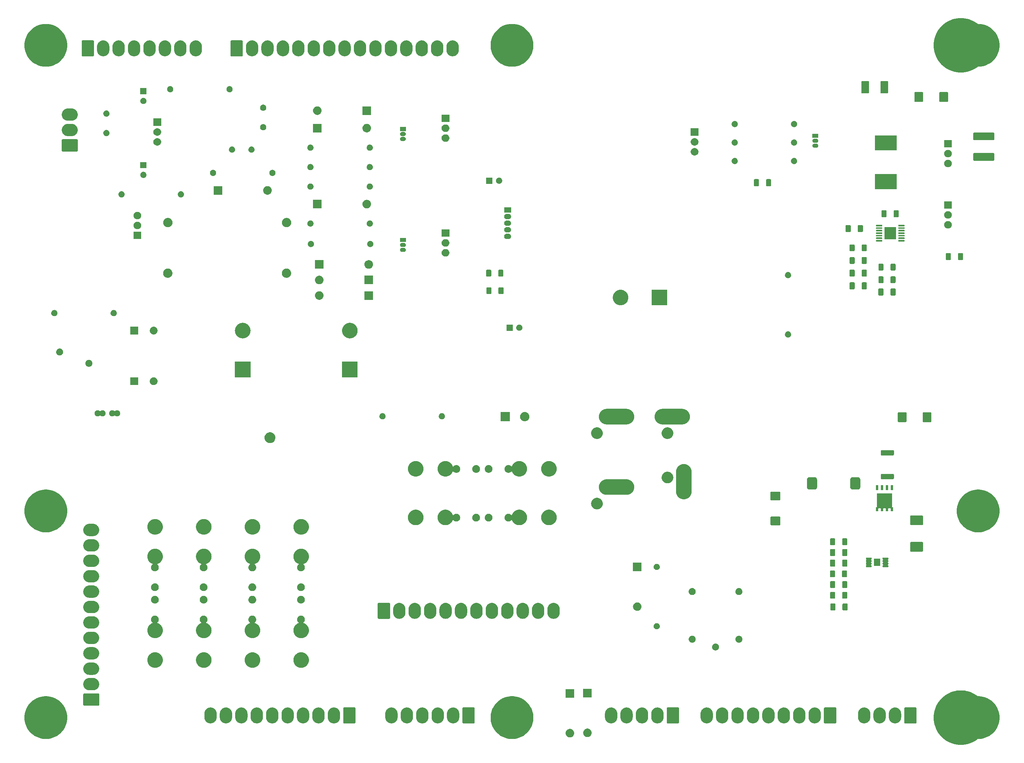
<source format=gbr>
%TF.GenerationSoftware,KiCad,Pcbnew,8.0.8*%
%TF.CreationDate,2025-07-01T22:14:08-04:00*%
%TF.ProjectId,Power Supply,506f7765-7220-4537-9570-706c792e6b69,rev?*%
%TF.SameCoordinates,Original*%
%TF.FileFunction,Soldermask,Top*%
%TF.FilePolarity,Negative*%
%FSLAX46Y46*%
G04 Gerber Fmt 4.6, Leading zero omitted, Abs format (unit mm)*
G04 Created by KiCad (PCBNEW 8.0.8) date 2025-07-01 22:14:08*
%MOMM*%
%LPD*%
G01*
G04 APERTURE LIST*
G04 APERTURE END LIST*
G36*
X330392911Y-214939373D02*
G01*
X330913096Y-214997984D01*
X331427447Y-215095305D01*
X331933086Y-215230790D01*
X332427187Y-215403684D01*
X332906986Y-215613018D01*
X333369800Y-215857622D01*
X333813040Y-216136129D01*
X334191421Y-216415386D01*
X334219895Y-216424756D01*
X334548227Y-216424756D01*
X335013398Y-216464348D01*
X335473536Y-216543246D01*
X335925325Y-216660883D01*
X336365511Y-216816410D01*
X336790921Y-217008708D01*
X337198490Y-217236390D01*
X337585282Y-217497816D01*
X337948511Y-217791102D01*
X338285559Y-218114136D01*
X338593997Y-218464590D01*
X338871603Y-218839939D01*
X339116378Y-219237478D01*
X339326557Y-219654343D01*
X339500626Y-220087531D01*
X339637331Y-220533921D01*
X339735688Y-220990295D01*
X339794986Y-221453367D01*
X339814800Y-221919800D01*
X339794986Y-222386233D01*
X339735688Y-222849305D01*
X339637331Y-223305679D01*
X339500626Y-223752069D01*
X339326557Y-224185257D01*
X339116378Y-224602122D01*
X338871603Y-224999661D01*
X338593997Y-225375010D01*
X338285559Y-225725464D01*
X337948511Y-226048498D01*
X337585282Y-226341784D01*
X337198490Y-226603210D01*
X336790921Y-226830892D01*
X336365511Y-227023190D01*
X335925325Y-227178717D01*
X335473536Y-227296354D01*
X335013398Y-227375252D01*
X334548227Y-227414844D01*
X334219895Y-227414844D01*
X334191421Y-227424213D01*
X333813040Y-227703471D01*
X333369800Y-227981978D01*
X332906986Y-228226582D01*
X332427187Y-228435916D01*
X331933086Y-228608810D01*
X331427447Y-228744295D01*
X330913096Y-228841616D01*
X330392911Y-228900227D01*
X329869800Y-228919800D01*
X329346689Y-228900227D01*
X328826504Y-228841616D01*
X328312153Y-228744295D01*
X327806514Y-228608810D01*
X327312413Y-228435916D01*
X326832614Y-228226582D01*
X326369800Y-227981978D01*
X325926560Y-227703471D01*
X325505371Y-227392620D01*
X325108591Y-227051163D01*
X324738437Y-226681009D01*
X324396980Y-226284229D01*
X324086129Y-225863040D01*
X323807622Y-225419800D01*
X323563018Y-224956986D01*
X323353684Y-224477187D01*
X323180790Y-223983086D01*
X323045305Y-223477447D01*
X322947984Y-222963096D01*
X322889373Y-222442911D01*
X322869800Y-221919800D01*
X322889373Y-221396689D01*
X322947984Y-220876504D01*
X323045305Y-220362153D01*
X323180790Y-219856514D01*
X323353684Y-219362413D01*
X323563018Y-218882614D01*
X323807622Y-218419800D01*
X324086129Y-217976560D01*
X324396980Y-217555371D01*
X324738437Y-217158591D01*
X325108591Y-216788437D01*
X325505371Y-216446980D01*
X325926560Y-216136129D01*
X326369800Y-215857622D01*
X326832614Y-215613018D01*
X327312413Y-215403684D01*
X327806514Y-215230790D01*
X328312153Y-215095305D01*
X328826504Y-214997984D01*
X329346689Y-214939373D01*
X329869800Y-214919800D01*
X330392911Y-214939373D01*
G37*
G36*
X95643798Y-216464348D02*
G01*
X96103936Y-216543246D01*
X96555725Y-216660883D01*
X96995911Y-216816410D01*
X97421321Y-217008708D01*
X97828890Y-217236390D01*
X98215682Y-217497816D01*
X98578911Y-217791102D01*
X98915959Y-218114136D01*
X99224397Y-218464590D01*
X99502003Y-218839939D01*
X99746778Y-219237478D01*
X99956957Y-219654343D01*
X100131026Y-220087531D01*
X100267731Y-220533921D01*
X100366088Y-220990295D01*
X100425386Y-221453367D01*
X100445200Y-221919800D01*
X100425386Y-222386233D01*
X100366088Y-222849305D01*
X100267731Y-223305679D01*
X100131026Y-223752069D01*
X99956957Y-224185257D01*
X99746778Y-224602122D01*
X99502003Y-224999661D01*
X99224397Y-225375010D01*
X98915959Y-225725464D01*
X98578911Y-226048498D01*
X98215682Y-226341784D01*
X97828890Y-226603210D01*
X97421321Y-226830892D01*
X96995911Y-227023190D01*
X96555725Y-227178717D01*
X96103936Y-227296354D01*
X95643798Y-227375252D01*
X95178627Y-227414844D01*
X94711773Y-227414844D01*
X94246602Y-227375252D01*
X93786464Y-227296354D01*
X93334675Y-227178717D01*
X92894489Y-227023190D01*
X92469079Y-226830892D01*
X92061510Y-226603210D01*
X91674718Y-226341784D01*
X91311489Y-226048498D01*
X90974441Y-225725464D01*
X90666003Y-225375010D01*
X90388397Y-224999661D01*
X90143622Y-224602122D01*
X89933443Y-224185257D01*
X89759374Y-223752069D01*
X89622669Y-223305679D01*
X89524312Y-222849305D01*
X89465014Y-222386233D01*
X89445200Y-221919800D01*
X89465014Y-221453367D01*
X89524312Y-220990295D01*
X89622669Y-220533921D01*
X89759374Y-220087531D01*
X89933443Y-219654343D01*
X90143622Y-219237478D01*
X90388397Y-218839939D01*
X90666003Y-218464590D01*
X90974441Y-218114136D01*
X91311489Y-217791102D01*
X91674718Y-217497816D01*
X92061510Y-217236390D01*
X92469079Y-217008708D01*
X92894489Y-216816410D01*
X93334675Y-216660883D01*
X93786464Y-216543246D01*
X94246602Y-216464348D01*
X94711773Y-216424756D01*
X95178627Y-216424756D01*
X95643798Y-216464348D01*
G37*
G36*
X215328598Y-216464348D02*
G01*
X215788736Y-216543246D01*
X216240525Y-216660883D01*
X216680711Y-216816410D01*
X217106121Y-217008708D01*
X217513690Y-217236390D01*
X217900482Y-217497816D01*
X218263711Y-217791102D01*
X218600759Y-218114136D01*
X218909197Y-218464590D01*
X219186803Y-218839939D01*
X219431578Y-219237478D01*
X219641757Y-219654343D01*
X219815826Y-220087531D01*
X219952531Y-220533921D01*
X220050888Y-220990295D01*
X220110186Y-221453367D01*
X220130000Y-221919800D01*
X220110186Y-222386233D01*
X220050888Y-222849305D01*
X219952531Y-223305679D01*
X219815826Y-223752069D01*
X219641757Y-224185257D01*
X219431578Y-224602122D01*
X219186803Y-224999661D01*
X218909197Y-225375010D01*
X218600759Y-225725464D01*
X218263711Y-226048498D01*
X217900482Y-226341784D01*
X217513690Y-226603210D01*
X217106121Y-226830892D01*
X216680711Y-227023190D01*
X216240525Y-227178717D01*
X215788736Y-227296354D01*
X215328598Y-227375252D01*
X214863427Y-227414844D01*
X214396573Y-227414844D01*
X213931402Y-227375252D01*
X213471264Y-227296354D01*
X213019475Y-227178717D01*
X212579289Y-227023190D01*
X212153879Y-226830892D01*
X211746310Y-226603210D01*
X211359518Y-226341784D01*
X210996289Y-226048498D01*
X210659241Y-225725464D01*
X210350803Y-225375010D01*
X210073197Y-224999661D01*
X209828422Y-224602122D01*
X209618243Y-224185257D01*
X209444174Y-223752069D01*
X209307469Y-223305679D01*
X209209112Y-222849305D01*
X209149814Y-222386233D01*
X209130000Y-221919800D01*
X209149814Y-221453367D01*
X209209112Y-220990295D01*
X209307469Y-220533921D01*
X209444174Y-220087531D01*
X209618243Y-219654343D01*
X209828422Y-219237478D01*
X210073197Y-218839939D01*
X210350803Y-218464590D01*
X210659241Y-218114136D01*
X210996289Y-217791102D01*
X211359518Y-217497816D01*
X211746310Y-217236390D01*
X212153879Y-217008708D01*
X212579289Y-216816410D01*
X213019475Y-216660883D01*
X213471264Y-216543246D01*
X213931402Y-216464348D01*
X214396573Y-216424756D01*
X214863427Y-216424756D01*
X215328598Y-216464348D01*
G37*
G36*
X229801029Y-224851992D02*
G01*
X229990312Y-224925320D01*
X230162898Y-225032181D01*
X230312910Y-225168935D01*
X230435239Y-225330925D01*
X230525719Y-225512634D01*
X230581270Y-225707876D01*
X230600000Y-225910000D01*
X230581270Y-226112124D01*
X230525719Y-226307366D01*
X230435239Y-226489075D01*
X230312910Y-226651065D01*
X230162898Y-226787819D01*
X229990312Y-226894680D01*
X229801029Y-226968008D01*
X229601495Y-227005308D01*
X229398505Y-227005308D01*
X229198971Y-226968008D01*
X229009688Y-226894680D01*
X228837102Y-226787819D01*
X228687090Y-226651065D01*
X228564761Y-226489075D01*
X228474281Y-226307366D01*
X228418730Y-226112124D01*
X228400000Y-225910000D01*
X228418730Y-225707876D01*
X228474281Y-225512634D01*
X228564761Y-225330925D01*
X228687090Y-225168935D01*
X228837102Y-225032181D01*
X229009688Y-224925320D01*
X229198971Y-224851992D01*
X229398505Y-224814692D01*
X229601495Y-224814692D01*
X229801029Y-224851992D01*
G37*
G36*
X234301029Y-224771992D02*
G01*
X234490312Y-224845320D01*
X234662898Y-224952181D01*
X234812910Y-225088935D01*
X234935239Y-225250925D01*
X235025719Y-225432634D01*
X235081270Y-225627876D01*
X235100000Y-225830000D01*
X235081270Y-226032124D01*
X235025719Y-226227366D01*
X234935239Y-226409075D01*
X234812910Y-226571065D01*
X234662898Y-226707819D01*
X234490312Y-226814680D01*
X234301029Y-226888008D01*
X234101495Y-226925308D01*
X233898505Y-226925308D01*
X233698971Y-226888008D01*
X233509688Y-226814680D01*
X233337102Y-226707819D01*
X233187090Y-226571065D01*
X233064761Y-226409075D01*
X232974281Y-226227366D01*
X232918730Y-226032124D01*
X232900000Y-225830000D01*
X232918730Y-225627876D01*
X232974281Y-225432634D01*
X233064761Y-225250925D01*
X233187090Y-225088935D01*
X233337102Y-224952181D01*
X233509688Y-224845320D01*
X233698971Y-224771992D01*
X233898505Y-224734692D01*
X234101495Y-224734692D01*
X234301029Y-224771992D01*
G37*
G36*
X174212185Y-219313423D02*
G01*
X174262393Y-219320034D01*
X174275021Y-219325922D01*
X174295671Y-219330030D01*
X174323022Y-219348305D01*
X174342556Y-219357414D01*
X174354439Y-219369297D01*
X174376777Y-219384223D01*
X174391702Y-219406560D01*
X174403585Y-219418443D01*
X174412692Y-219437975D01*
X174430970Y-219465329D01*
X174435077Y-219485980D01*
X174440965Y-219498606D01*
X174447573Y-219548801D01*
X174450000Y-219561000D01*
X174450000Y-223161000D01*
X174447573Y-223173200D01*
X174440965Y-223223393D01*
X174435078Y-223236017D01*
X174430970Y-223256671D01*
X174412691Y-223284027D01*
X174403585Y-223303556D01*
X174391704Y-223315436D01*
X174376777Y-223337777D01*
X174354436Y-223352704D01*
X174342556Y-223364585D01*
X174323027Y-223373691D01*
X174295671Y-223391970D01*
X174275017Y-223396078D01*
X174262393Y-223401965D01*
X174212200Y-223408573D01*
X174200000Y-223411000D01*
X171540000Y-223411000D01*
X171527801Y-223408573D01*
X171477606Y-223401965D01*
X171464980Y-223396077D01*
X171444329Y-223391970D01*
X171416975Y-223373692D01*
X171397443Y-223364585D01*
X171385560Y-223352702D01*
X171363223Y-223337777D01*
X171348297Y-223315439D01*
X171336414Y-223303556D01*
X171327305Y-223284022D01*
X171309030Y-223256671D01*
X171304922Y-223236021D01*
X171299034Y-223223393D01*
X171292423Y-223173185D01*
X171290000Y-223161000D01*
X171290000Y-219561000D01*
X171292423Y-219548815D01*
X171299034Y-219498606D01*
X171304922Y-219485977D01*
X171309030Y-219465329D01*
X171327303Y-219437980D01*
X171336414Y-219418443D01*
X171348299Y-219406557D01*
X171363223Y-219384223D01*
X171385557Y-219369299D01*
X171397443Y-219357414D01*
X171416980Y-219348303D01*
X171444329Y-219330030D01*
X171464977Y-219325922D01*
X171477606Y-219320034D01*
X171527815Y-219313423D01*
X171540000Y-219311000D01*
X174200000Y-219311000D01*
X174212185Y-219313423D01*
G37*
G36*
X204819185Y-219313423D02*
G01*
X204869393Y-219320034D01*
X204882021Y-219325922D01*
X204902671Y-219330030D01*
X204930022Y-219348305D01*
X204949556Y-219357414D01*
X204961439Y-219369297D01*
X204983777Y-219384223D01*
X204998702Y-219406560D01*
X205010585Y-219418443D01*
X205019692Y-219437975D01*
X205037970Y-219465329D01*
X205042077Y-219485980D01*
X205047965Y-219498606D01*
X205054573Y-219548801D01*
X205057000Y-219561000D01*
X205057000Y-223161000D01*
X205054573Y-223173200D01*
X205047965Y-223223393D01*
X205042078Y-223236017D01*
X205037970Y-223256671D01*
X205019691Y-223284027D01*
X205010585Y-223303556D01*
X204998704Y-223315436D01*
X204983777Y-223337777D01*
X204961436Y-223352704D01*
X204949556Y-223364585D01*
X204930027Y-223373691D01*
X204902671Y-223391970D01*
X204882017Y-223396078D01*
X204869393Y-223401965D01*
X204819200Y-223408573D01*
X204807000Y-223411000D01*
X202147000Y-223411000D01*
X202134801Y-223408573D01*
X202084606Y-223401965D01*
X202071980Y-223396077D01*
X202051329Y-223391970D01*
X202023975Y-223373692D01*
X202004443Y-223364585D01*
X201992560Y-223352702D01*
X201970223Y-223337777D01*
X201955297Y-223315439D01*
X201943414Y-223303556D01*
X201934305Y-223284022D01*
X201916030Y-223256671D01*
X201911922Y-223236021D01*
X201906034Y-223223393D01*
X201899423Y-223173185D01*
X201897000Y-223161000D01*
X201897000Y-219561000D01*
X201899423Y-219548815D01*
X201906034Y-219498606D01*
X201911922Y-219485977D01*
X201916030Y-219465329D01*
X201934303Y-219437980D01*
X201943414Y-219418443D01*
X201955299Y-219406557D01*
X201970223Y-219384223D01*
X201992557Y-219369299D01*
X202004443Y-219357414D01*
X202023980Y-219348303D01*
X202051329Y-219330030D01*
X202071977Y-219325922D01*
X202084606Y-219320034D01*
X202134815Y-219313423D01*
X202147000Y-219311000D01*
X204807000Y-219311000D01*
X204819185Y-219313423D01*
G37*
G36*
X257262185Y-219313423D02*
G01*
X257312393Y-219320034D01*
X257325021Y-219325922D01*
X257345671Y-219330030D01*
X257373022Y-219348305D01*
X257392556Y-219357414D01*
X257404439Y-219369297D01*
X257426777Y-219384223D01*
X257441702Y-219406560D01*
X257453585Y-219418443D01*
X257462692Y-219437975D01*
X257480970Y-219465329D01*
X257485077Y-219485980D01*
X257490965Y-219498606D01*
X257497573Y-219548801D01*
X257500000Y-219561000D01*
X257500000Y-223161000D01*
X257497573Y-223173200D01*
X257490965Y-223223393D01*
X257485078Y-223236017D01*
X257480970Y-223256671D01*
X257462691Y-223284027D01*
X257453585Y-223303556D01*
X257441704Y-223315436D01*
X257426777Y-223337777D01*
X257404436Y-223352704D01*
X257392556Y-223364585D01*
X257373027Y-223373691D01*
X257345671Y-223391970D01*
X257325017Y-223396078D01*
X257312393Y-223401965D01*
X257262200Y-223408573D01*
X257250000Y-223411000D01*
X254590000Y-223411000D01*
X254577801Y-223408573D01*
X254527606Y-223401965D01*
X254514980Y-223396077D01*
X254494329Y-223391970D01*
X254466975Y-223373692D01*
X254447443Y-223364585D01*
X254435560Y-223352702D01*
X254413223Y-223337777D01*
X254398297Y-223315439D01*
X254386414Y-223303556D01*
X254377305Y-223284022D01*
X254359030Y-223256671D01*
X254354922Y-223236021D01*
X254349034Y-223223393D01*
X254342423Y-223173185D01*
X254340000Y-223161000D01*
X254340000Y-219561000D01*
X254342423Y-219548815D01*
X254349034Y-219498606D01*
X254354922Y-219485977D01*
X254359030Y-219465329D01*
X254377303Y-219437980D01*
X254386414Y-219418443D01*
X254398299Y-219406557D01*
X254413223Y-219384223D01*
X254435557Y-219369299D01*
X254447443Y-219357414D01*
X254466980Y-219348303D01*
X254494329Y-219330030D01*
X254514977Y-219325922D01*
X254527606Y-219320034D01*
X254577815Y-219313423D01*
X254590000Y-219311000D01*
X257250000Y-219311000D01*
X257262185Y-219313423D01*
G37*
G36*
X297642185Y-219313423D02*
G01*
X297692393Y-219320034D01*
X297705021Y-219325922D01*
X297725671Y-219330030D01*
X297753022Y-219348305D01*
X297772556Y-219357414D01*
X297784439Y-219369297D01*
X297806777Y-219384223D01*
X297821702Y-219406560D01*
X297833585Y-219418443D01*
X297842692Y-219437975D01*
X297860970Y-219465329D01*
X297865077Y-219485980D01*
X297870965Y-219498606D01*
X297877573Y-219548801D01*
X297880000Y-219561000D01*
X297880000Y-223161000D01*
X297877573Y-223173200D01*
X297870965Y-223223393D01*
X297865078Y-223236017D01*
X297860970Y-223256671D01*
X297842691Y-223284027D01*
X297833585Y-223303556D01*
X297821704Y-223315436D01*
X297806777Y-223337777D01*
X297784436Y-223352704D01*
X297772556Y-223364585D01*
X297753027Y-223373691D01*
X297725671Y-223391970D01*
X297705017Y-223396078D01*
X297692393Y-223401965D01*
X297642200Y-223408573D01*
X297630000Y-223411000D01*
X294970000Y-223411000D01*
X294957801Y-223408573D01*
X294907606Y-223401965D01*
X294894980Y-223396077D01*
X294874329Y-223391970D01*
X294846975Y-223373692D01*
X294827443Y-223364585D01*
X294815560Y-223352702D01*
X294793223Y-223337777D01*
X294778297Y-223315439D01*
X294766414Y-223303556D01*
X294757305Y-223284022D01*
X294739030Y-223256671D01*
X294734922Y-223236021D01*
X294729034Y-223223393D01*
X294722423Y-223173185D01*
X294720000Y-223161000D01*
X294720000Y-219561000D01*
X294722423Y-219548815D01*
X294729034Y-219498606D01*
X294734922Y-219485977D01*
X294739030Y-219465329D01*
X294757303Y-219437980D01*
X294766414Y-219418443D01*
X294778299Y-219406557D01*
X294793223Y-219384223D01*
X294815557Y-219369299D01*
X294827443Y-219357414D01*
X294846980Y-219348303D01*
X294874329Y-219330030D01*
X294894977Y-219325922D01*
X294907606Y-219320034D01*
X294957815Y-219313423D01*
X294970000Y-219311000D01*
X297630000Y-219311000D01*
X297642185Y-219313423D01*
G37*
G36*
X318262185Y-219313423D02*
G01*
X318312393Y-219320034D01*
X318325021Y-219325922D01*
X318345671Y-219330030D01*
X318373022Y-219348305D01*
X318392556Y-219357414D01*
X318404439Y-219369297D01*
X318426777Y-219384223D01*
X318441702Y-219406560D01*
X318453585Y-219418443D01*
X318462692Y-219437975D01*
X318480970Y-219465329D01*
X318485077Y-219485980D01*
X318490965Y-219498606D01*
X318497573Y-219548801D01*
X318500000Y-219561000D01*
X318500000Y-223161000D01*
X318497573Y-223173200D01*
X318490965Y-223223393D01*
X318485078Y-223236017D01*
X318480970Y-223256671D01*
X318462691Y-223284027D01*
X318453585Y-223303556D01*
X318441704Y-223315436D01*
X318426777Y-223337777D01*
X318404436Y-223352704D01*
X318392556Y-223364585D01*
X318373027Y-223373691D01*
X318345671Y-223391970D01*
X318325017Y-223396078D01*
X318312393Y-223401965D01*
X318262200Y-223408573D01*
X318250000Y-223411000D01*
X315590000Y-223411000D01*
X315577801Y-223408573D01*
X315527606Y-223401965D01*
X315514980Y-223396077D01*
X315494329Y-223391970D01*
X315466975Y-223373692D01*
X315447443Y-223364585D01*
X315435560Y-223352702D01*
X315413223Y-223337777D01*
X315398297Y-223315439D01*
X315386414Y-223303556D01*
X315377305Y-223284022D01*
X315359030Y-223256671D01*
X315354922Y-223236021D01*
X315349034Y-223223393D01*
X315342423Y-223173185D01*
X315340000Y-223161000D01*
X315340000Y-219561000D01*
X315342423Y-219548815D01*
X315349034Y-219498606D01*
X315354922Y-219485977D01*
X315359030Y-219465329D01*
X315377303Y-219437980D01*
X315386414Y-219418443D01*
X315398299Y-219406557D01*
X315413223Y-219384223D01*
X315435557Y-219369299D01*
X315447443Y-219357414D01*
X315466980Y-219348303D01*
X315494329Y-219330030D01*
X315514977Y-219325922D01*
X315527606Y-219320034D01*
X315577815Y-219313423D01*
X315590000Y-219311000D01*
X318250000Y-219311000D01*
X318262185Y-219313423D01*
G37*
G36*
X137343085Y-219315871D02*
G01*
X137353965Y-219315871D01*
X137407553Y-219324358D01*
X137538201Y-219341559D01*
X137570074Y-219350099D01*
X137598844Y-219354656D01*
X137654173Y-219372633D01*
X137737804Y-219395042D01*
X137791159Y-219417142D01*
X137834640Y-219431270D01*
X137875373Y-219452025D01*
X137928728Y-219474125D01*
X138003715Y-219517418D01*
X138055548Y-219543829D01*
X138079109Y-219560947D01*
X138107686Y-219577446D01*
X138212221Y-219657658D01*
X138256128Y-219689559D01*
X138263824Y-219697255D01*
X138271638Y-219703251D01*
X138417748Y-219849361D01*
X138423743Y-219857174D01*
X138431441Y-219864872D01*
X138463345Y-219908784D01*
X138543553Y-220013313D01*
X138560050Y-220041887D01*
X138577171Y-220065452D01*
X138603584Y-220117291D01*
X138646874Y-220192271D01*
X138668971Y-220245619D01*
X138689730Y-220286360D01*
X138703859Y-220329847D01*
X138725957Y-220383195D01*
X138748362Y-220466813D01*
X138766344Y-220522156D01*
X138770901Y-220550932D01*
X138779440Y-220582798D01*
X138796637Y-220713422D01*
X138805129Y-220767035D01*
X138805738Y-220782549D01*
X138806617Y-220789221D01*
X138809695Y-220883260D01*
X138810000Y-220891000D01*
X138810000Y-221831000D01*
X138809695Y-221838744D01*
X138806617Y-221932778D01*
X138805738Y-221939449D01*
X138805129Y-221954965D01*
X138796636Y-222008582D01*
X138779440Y-222139201D01*
X138770902Y-222171064D01*
X138766344Y-222199844D01*
X138748360Y-222255191D01*
X138725957Y-222338804D01*
X138703861Y-222392148D01*
X138689730Y-222435640D01*
X138668969Y-222476384D01*
X138646874Y-222529728D01*
X138603588Y-222604700D01*
X138577171Y-222656548D01*
X138560047Y-222680116D01*
X138543553Y-222708686D01*
X138463358Y-222813196D01*
X138431441Y-222857128D01*
X138423740Y-222864828D01*
X138417748Y-222872638D01*
X138271638Y-223018748D01*
X138263828Y-223024740D01*
X138256128Y-223032441D01*
X138212196Y-223064358D01*
X138107686Y-223144553D01*
X138079116Y-223161047D01*
X138055548Y-223178171D01*
X138003700Y-223204588D01*
X137928728Y-223247874D01*
X137875384Y-223269969D01*
X137834640Y-223290730D01*
X137791148Y-223304861D01*
X137737804Y-223326957D01*
X137654191Y-223349360D01*
X137598844Y-223367344D01*
X137570064Y-223371902D01*
X137538201Y-223380440D01*
X137407566Y-223397639D01*
X137353965Y-223406129D01*
X137343085Y-223406129D01*
X137333325Y-223407414D01*
X137126675Y-223407414D01*
X137116915Y-223406129D01*
X137106035Y-223406129D01*
X137052435Y-223397639D01*
X136921798Y-223380440D01*
X136889932Y-223371901D01*
X136861156Y-223367344D01*
X136805813Y-223349362D01*
X136722195Y-223326957D01*
X136668847Y-223304859D01*
X136625360Y-223290730D01*
X136584619Y-223269971D01*
X136531271Y-223247874D01*
X136456291Y-223204584D01*
X136404452Y-223178171D01*
X136380887Y-223161050D01*
X136352313Y-223144553D01*
X136247784Y-223064345D01*
X136203872Y-223032441D01*
X136196174Y-223024743D01*
X136188361Y-223018748D01*
X136042251Y-222872638D01*
X136036255Y-222864824D01*
X136028559Y-222857128D01*
X135996658Y-222813221D01*
X135916446Y-222708686D01*
X135899947Y-222680109D01*
X135882829Y-222656548D01*
X135856418Y-222604715D01*
X135813125Y-222529728D01*
X135791025Y-222476373D01*
X135770270Y-222435640D01*
X135756142Y-222392159D01*
X135734042Y-222338804D01*
X135711633Y-222255173D01*
X135693656Y-222199844D01*
X135689099Y-222171074D01*
X135680559Y-222139201D01*
X135663357Y-222008545D01*
X135654871Y-221954965D01*
X135654261Y-221939460D01*
X135653382Y-221932778D01*
X135650303Y-221838730D01*
X135650000Y-221831000D01*
X135650000Y-220891000D01*
X135650303Y-220883274D01*
X135653382Y-220789221D01*
X135654261Y-220782538D01*
X135654871Y-220767035D01*
X135663356Y-220713459D01*
X135680559Y-220582798D01*
X135689099Y-220550923D01*
X135693656Y-220522156D01*
X135711631Y-220466831D01*
X135734042Y-220383195D01*
X135756143Y-220329836D01*
X135770270Y-220286360D01*
X135791022Y-220245630D01*
X135813125Y-220192271D01*
X135856423Y-220117276D01*
X135882829Y-220065452D01*
X135899944Y-220041894D01*
X135916446Y-220013313D01*
X135996672Y-219908759D01*
X136028559Y-219864872D01*
X136036252Y-219857178D01*
X136042251Y-219849361D01*
X136188361Y-219703251D01*
X136196178Y-219697252D01*
X136203872Y-219689559D01*
X136247759Y-219657672D01*
X136352313Y-219577446D01*
X136380894Y-219560944D01*
X136404452Y-219543829D01*
X136456276Y-219517423D01*
X136531271Y-219474125D01*
X136584630Y-219452022D01*
X136625360Y-219431270D01*
X136668836Y-219417143D01*
X136722195Y-219395042D01*
X136805831Y-219372631D01*
X136861156Y-219354656D01*
X136889923Y-219350099D01*
X136921798Y-219341559D01*
X137052448Y-219324358D01*
X137106035Y-219315871D01*
X137116915Y-219315871D01*
X137126675Y-219314586D01*
X137333325Y-219314586D01*
X137343085Y-219315871D01*
G37*
G36*
X141303085Y-219315871D02*
G01*
X141313965Y-219315871D01*
X141367553Y-219324358D01*
X141498201Y-219341559D01*
X141530074Y-219350099D01*
X141558844Y-219354656D01*
X141614173Y-219372633D01*
X141697804Y-219395042D01*
X141751159Y-219417142D01*
X141794640Y-219431270D01*
X141835373Y-219452025D01*
X141888728Y-219474125D01*
X141963715Y-219517418D01*
X142015548Y-219543829D01*
X142039109Y-219560947D01*
X142067686Y-219577446D01*
X142172221Y-219657658D01*
X142216128Y-219689559D01*
X142223824Y-219697255D01*
X142231638Y-219703251D01*
X142377748Y-219849361D01*
X142383743Y-219857174D01*
X142391441Y-219864872D01*
X142423345Y-219908784D01*
X142503553Y-220013313D01*
X142520050Y-220041887D01*
X142537171Y-220065452D01*
X142563584Y-220117291D01*
X142606874Y-220192271D01*
X142628971Y-220245619D01*
X142649730Y-220286360D01*
X142663859Y-220329847D01*
X142685957Y-220383195D01*
X142708362Y-220466813D01*
X142726344Y-220522156D01*
X142730901Y-220550932D01*
X142739440Y-220582798D01*
X142756637Y-220713422D01*
X142765129Y-220767035D01*
X142765738Y-220782549D01*
X142766617Y-220789221D01*
X142769695Y-220883260D01*
X142770000Y-220891000D01*
X142770000Y-221831000D01*
X142769695Y-221838744D01*
X142766617Y-221932778D01*
X142765738Y-221939449D01*
X142765129Y-221954965D01*
X142756636Y-222008582D01*
X142739440Y-222139201D01*
X142730902Y-222171064D01*
X142726344Y-222199844D01*
X142708360Y-222255191D01*
X142685957Y-222338804D01*
X142663861Y-222392148D01*
X142649730Y-222435640D01*
X142628969Y-222476384D01*
X142606874Y-222529728D01*
X142563588Y-222604700D01*
X142537171Y-222656548D01*
X142520047Y-222680116D01*
X142503553Y-222708686D01*
X142423358Y-222813196D01*
X142391441Y-222857128D01*
X142383740Y-222864828D01*
X142377748Y-222872638D01*
X142231638Y-223018748D01*
X142223828Y-223024740D01*
X142216128Y-223032441D01*
X142172196Y-223064358D01*
X142067686Y-223144553D01*
X142039116Y-223161047D01*
X142015548Y-223178171D01*
X141963700Y-223204588D01*
X141888728Y-223247874D01*
X141835384Y-223269969D01*
X141794640Y-223290730D01*
X141751148Y-223304861D01*
X141697804Y-223326957D01*
X141614191Y-223349360D01*
X141558844Y-223367344D01*
X141530064Y-223371902D01*
X141498201Y-223380440D01*
X141367566Y-223397639D01*
X141313965Y-223406129D01*
X141303085Y-223406129D01*
X141293325Y-223407414D01*
X141086675Y-223407414D01*
X141076915Y-223406129D01*
X141066035Y-223406129D01*
X141012435Y-223397639D01*
X140881798Y-223380440D01*
X140849932Y-223371901D01*
X140821156Y-223367344D01*
X140765813Y-223349362D01*
X140682195Y-223326957D01*
X140628847Y-223304859D01*
X140585360Y-223290730D01*
X140544619Y-223269971D01*
X140491271Y-223247874D01*
X140416291Y-223204584D01*
X140364452Y-223178171D01*
X140340887Y-223161050D01*
X140312313Y-223144553D01*
X140207784Y-223064345D01*
X140163872Y-223032441D01*
X140156174Y-223024743D01*
X140148361Y-223018748D01*
X140002251Y-222872638D01*
X139996255Y-222864824D01*
X139988559Y-222857128D01*
X139956658Y-222813221D01*
X139876446Y-222708686D01*
X139859947Y-222680109D01*
X139842829Y-222656548D01*
X139816418Y-222604715D01*
X139773125Y-222529728D01*
X139751025Y-222476373D01*
X139730270Y-222435640D01*
X139716142Y-222392159D01*
X139694042Y-222338804D01*
X139671633Y-222255173D01*
X139653656Y-222199844D01*
X139649099Y-222171074D01*
X139640559Y-222139201D01*
X139623357Y-222008545D01*
X139614871Y-221954965D01*
X139614261Y-221939460D01*
X139613382Y-221932778D01*
X139610303Y-221838730D01*
X139610000Y-221831000D01*
X139610000Y-220891000D01*
X139610303Y-220883274D01*
X139613382Y-220789221D01*
X139614261Y-220782538D01*
X139614871Y-220767035D01*
X139623356Y-220713459D01*
X139640559Y-220582798D01*
X139649099Y-220550923D01*
X139653656Y-220522156D01*
X139671631Y-220466831D01*
X139694042Y-220383195D01*
X139716143Y-220329836D01*
X139730270Y-220286360D01*
X139751022Y-220245630D01*
X139773125Y-220192271D01*
X139816423Y-220117276D01*
X139842829Y-220065452D01*
X139859944Y-220041894D01*
X139876446Y-220013313D01*
X139956672Y-219908759D01*
X139988559Y-219864872D01*
X139996252Y-219857178D01*
X140002251Y-219849361D01*
X140148361Y-219703251D01*
X140156178Y-219697252D01*
X140163872Y-219689559D01*
X140207759Y-219657672D01*
X140312313Y-219577446D01*
X140340894Y-219560944D01*
X140364452Y-219543829D01*
X140416276Y-219517423D01*
X140491271Y-219474125D01*
X140544630Y-219452022D01*
X140585360Y-219431270D01*
X140628836Y-219417143D01*
X140682195Y-219395042D01*
X140765831Y-219372631D01*
X140821156Y-219354656D01*
X140849923Y-219350099D01*
X140881798Y-219341559D01*
X141012448Y-219324358D01*
X141066035Y-219315871D01*
X141076915Y-219315871D01*
X141086675Y-219314586D01*
X141293325Y-219314586D01*
X141303085Y-219315871D01*
G37*
G36*
X145263085Y-219315871D02*
G01*
X145273965Y-219315871D01*
X145327553Y-219324358D01*
X145458201Y-219341559D01*
X145490074Y-219350099D01*
X145518844Y-219354656D01*
X145574173Y-219372633D01*
X145657804Y-219395042D01*
X145711159Y-219417142D01*
X145754640Y-219431270D01*
X145795373Y-219452025D01*
X145848728Y-219474125D01*
X145923715Y-219517418D01*
X145975548Y-219543829D01*
X145999109Y-219560947D01*
X146027686Y-219577446D01*
X146132221Y-219657658D01*
X146176128Y-219689559D01*
X146183824Y-219697255D01*
X146191638Y-219703251D01*
X146337748Y-219849361D01*
X146343743Y-219857174D01*
X146351441Y-219864872D01*
X146383345Y-219908784D01*
X146463553Y-220013313D01*
X146480050Y-220041887D01*
X146497171Y-220065452D01*
X146523584Y-220117291D01*
X146566874Y-220192271D01*
X146588971Y-220245619D01*
X146609730Y-220286360D01*
X146623859Y-220329847D01*
X146645957Y-220383195D01*
X146668362Y-220466813D01*
X146686344Y-220522156D01*
X146690901Y-220550932D01*
X146699440Y-220582798D01*
X146716637Y-220713422D01*
X146725129Y-220767035D01*
X146725738Y-220782549D01*
X146726617Y-220789221D01*
X146729695Y-220883260D01*
X146730000Y-220891000D01*
X146730000Y-221831000D01*
X146729695Y-221838744D01*
X146726617Y-221932778D01*
X146725738Y-221939449D01*
X146725129Y-221954965D01*
X146716636Y-222008582D01*
X146699440Y-222139201D01*
X146690902Y-222171064D01*
X146686344Y-222199844D01*
X146668360Y-222255191D01*
X146645957Y-222338804D01*
X146623861Y-222392148D01*
X146609730Y-222435640D01*
X146588969Y-222476384D01*
X146566874Y-222529728D01*
X146523588Y-222604700D01*
X146497171Y-222656548D01*
X146480047Y-222680116D01*
X146463553Y-222708686D01*
X146383358Y-222813196D01*
X146351441Y-222857128D01*
X146343740Y-222864828D01*
X146337748Y-222872638D01*
X146191638Y-223018748D01*
X146183828Y-223024740D01*
X146176128Y-223032441D01*
X146132196Y-223064358D01*
X146027686Y-223144553D01*
X145999116Y-223161047D01*
X145975548Y-223178171D01*
X145923700Y-223204588D01*
X145848728Y-223247874D01*
X145795384Y-223269969D01*
X145754640Y-223290730D01*
X145711148Y-223304861D01*
X145657804Y-223326957D01*
X145574191Y-223349360D01*
X145518844Y-223367344D01*
X145490064Y-223371902D01*
X145458201Y-223380440D01*
X145327566Y-223397639D01*
X145273965Y-223406129D01*
X145263085Y-223406129D01*
X145253325Y-223407414D01*
X145046675Y-223407414D01*
X145036915Y-223406129D01*
X145026035Y-223406129D01*
X144972435Y-223397639D01*
X144841798Y-223380440D01*
X144809932Y-223371901D01*
X144781156Y-223367344D01*
X144725813Y-223349362D01*
X144642195Y-223326957D01*
X144588847Y-223304859D01*
X144545360Y-223290730D01*
X144504619Y-223269971D01*
X144451271Y-223247874D01*
X144376291Y-223204584D01*
X144324452Y-223178171D01*
X144300887Y-223161050D01*
X144272313Y-223144553D01*
X144167784Y-223064345D01*
X144123872Y-223032441D01*
X144116174Y-223024743D01*
X144108361Y-223018748D01*
X143962251Y-222872638D01*
X143956255Y-222864824D01*
X143948559Y-222857128D01*
X143916658Y-222813221D01*
X143836446Y-222708686D01*
X143819947Y-222680109D01*
X143802829Y-222656548D01*
X143776418Y-222604715D01*
X143733125Y-222529728D01*
X143711025Y-222476373D01*
X143690270Y-222435640D01*
X143676142Y-222392159D01*
X143654042Y-222338804D01*
X143631633Y-222255173D01*
X143613656Y-222199844D01*
X143609099Y-222171074D01*
X143600559Y-222139201D01*
X143583357Y-222008545D01*
X143574871Y-221954965D01*
X143574261Y-221939460D01*
X143573382Y-221932778D01*
X143570303Y-221838730D01*
X143570000Y-221831000D01*
X143570000Y-220891000D01*
X143570303Y-220883274D01*
X143573382Y-220789221D01*
X143574261Y-220782538D01*
X143574871Y-220767035D01*
X143583356Y-220713459D01*
X143600559Y-220582798D01*
X143609099Y-220550923D01*
X143613656Y-220522156D01*
X143631631Y-220466831D01*
X143654042Y-220383195D01*
X143676143Y-220329836D01*
X143690270Y-220286360D01*
X143711022Y-220245630D01*
X143733125Y-220192271D01*
X143776423Y-220117276D01*
X143802829Y-220065452D01*
X143819944Y-220041894D01*
X143836446Y-220013313D01*
X143916672Y-219908759D01*
X143948559Y-219864872D01*
X143956252Y-219857178D01*
X143962251Y-219849361D01*
X144108361Y-219703251D01*
X144116178Y-219697252D01*
X144123872Y-219689559D01*
X144167759Y-219657672D01*
X144272313Y-219577446D01*
X144300894Y-219560944D01*
X144324452Y-219543829D01*
X144376276Y-219517423D01*
X144451271Y-219474125D01*
X144504630Y-219452022D01*
X144545360Y-219431270D01*
X144588836Y-219417143D01*
X144642195Y-219395042D01*
X144725831Y-219372631D01*
X144781156Y-219354656D01*
X144809923Y-219350099D01*
X144841798Y-219341559D01*
X144972448Y-219324358D01*
X145026035Y-219315871D01*
X145036915Y-219315871D01*
X145046675Y-219314586D01*
X145253325Y-219314586D01*
X145263085Y-219315871D01*
G37*
G36*
X149223085Y-219315871D02*
G01*
X149233965Y-219315871D01*
X149287553Y-219324358D01*
X149418201Y-219341559D01*
X149450074Y-219350099D01*
X149478844Y-219354656D01*
X149534173Y-219372633D01*
X149617804Y-219395042D01*
X149671159Y-219417142D01*
X149714640Y-219431270D01*
X149755373Y-219452025D01*
X149808728Y-219474125D01*
X149883715Y-219517418D01*
X149935548Y-219543829D01*
X149959109Y-219560947D01*
X149987686Y-219577446D01*
X150092221Y-219657658D01*
X150136128Y-219689559D01*
X150143824Y-219697255D01*
X150151638Y-219703251D01*
X150297748Y-219849361D01*
X150303743Y-219857174D01*
X150311441Y-219864872D01*
X150343345Y-219908784D01*
X150423553Y-220013313D01*
X150440050Y-220041887D01*
X150457171Y-220065452D01*
X150483584Y-220117291D01*
X150526874Y-220192271D01*
X150548971Y-220245619D01*
X150569730Y-220286360D01*
X150583859Y-220329847D01*
X150605957Y-220383195D01*
X150628362Y-220466813D01*
X150646344Y-220522156D01*
X150650901Y-220550932D01*
X150659440Y-220582798D01*
X150676637Y-220713422D01*
X150685129Y-220767035D01*
X150685738Y-220782549D01*
X150686617Y-220789221D01*
X150689695Y-220883260D01*
X150690000Y-220891000D01*
X150690000Y-221831000D01*
X150689695Y-221838744D01*
X150686617Y-221932778D01*
X150685738Y-221939449D01*
X150685129Y-221954965D01*
X150676636Y-222008582D01*
X150659440Y-222139201D01*
X150650902Y-222171064D01*
X150646344Y-222199844D01*
X150628360Y-222255191D01*
X150605957Y-222338804D01*
X150583861Y-222392148D01*
X150569730Y-222435640D01*
X150548969Y-222476384D01*
X150526874Y-222529728D01*
X150483588Y-222604700D01*
X150457171Y-222656548D01*
X150440047Y-222680116D01*
X150423553Y-222708686D01*
X150343358Y-222813196D01*
X150311441Y-222857128D01*
X150303740Y-222864828D01*
X150297748Y-222872638D01*
X150151638Y-223018748D01*
X150143828Y-223024740D01*
X150136128Y-223032441D01*
X150092196Y-223064358D01*
X149987686Y-223144553D01*
X149959116Y-223161047D01*
X149935548Y-223178171D01*
X149883700Y-223204588D01*
X149808728Y-223247874D01*
X149755384Y-223269969D01*
X149714640Y-223290730D01*
X149671148Y-223304861D01*
X149617804Y-223326957D01*
X149534191Y-223349360D01*
X149478844Y-223367344D01*
X149450064Y-223371902D01*
X149418201Y-223380440D01*
X149287566Y-223397639D01*
X149233965Y-223406129D01*
X149223085Y-223406129D01*
X149213325Y-223407414D01*
X149006675Y-223407414D01*
X148996915Y-223406129D01*
X148986035Y-223406129D01*
X148932435Y-223397639D01*
X148801798Y-223380440D01*
X148769932Y-223371901D01*
X148741156Y-223367344D01*
X148685813Y-223349362D01*
X148602195Y-223326957D01*
X148548847Y-223304859D01*
X148505360Y-223290730D01*
X148464619Y-223269971D01*
X148411271Y-223247874D01*
X148336291Y-223204584D01*
X148284452Y-223178171D01*
X148260887Y-223161050D01*
X148232313Y-223144553D01*
X148127784Y-223064345D01*
X148083872Y-223032441D01*
X148076174Y-223024743D01*
X148068361Y-223018748D01*
X147922251Y-222872638D01*
X147916255Y-222864824D01*
X147908559Y-222857128D01*
X147876658Y-222813221D01*
X147796446Y-222708686D01*
X147779947Y-222680109D01*
X147762829Y-222656548D01*
X147736418Y-222604715D01*
X147693125Y-222529728D01*
X147671025Y-222476373D01*
X147650270Y-222435640D01*
X147636142Y-222392159D01*
X147614042Y-222338804D01*
X147591633Y-222255173D01*
X147573656Y-222199844D01*
X147569099Y-222171074D01*
X147560559Y-222139201D01*
X147543357Y-222008545D01*
X147534871Y-221954965D01*
X147534261Y-221939460D01*
X147533382Y-221932778D01*
X147530303Y-221838730D01*
X147530000Y-221831000D01*
X147530000Y-220891000D01*
X147530303Y-220883274D01*
X147533382Y-220789221D01*
X147534261Y-220782538D01*
X147534871Y-220767035D01*
X147543356Y-220713459D01*
X147560559Y-220582798D01*
X147569099Y-220550923D01*
X147573656Y-220522156D01*
X147591631Y-220466831D01*
X147614042Y-220383195D01*
X147636143Y-220329836D01*
X147650270Y-220286360D01*
X147671022Y-220245630D01*
X147693125Y-220192271D01*
X147736423Y-220117276D01*
X147762829Y-220065452D01*
X147779944Y-220041894D01*
X147796446Y-220013313D01*
X147876672Y-219908759D01*
X147908559Y-219864872D01*
X147916252Y-219857178D01*
X147922251Y-219849361D01*
X148068361Y-219703251D01*
X148076178Y-219697252D01*
X148083872Y-219689559D01*
X148127759Y-219657672D01*
X148232313Y-219577446D01*
X148260894Y-219560944D01*
X148284452Y-219543829D01*
X148336276Y-219517423D01*
X148411271Y-219474125D01*
X148464630Y-219452022D01*
X148505360Y-219431270D01*
X148548836Y-219417143D01*
X148602195Y-219395042D01*
X148685831Y-219372631D01*
X148741156Y-219354656D01*
X148769923Y-219350099D01*
X148801798Y-219341559D01*
X148932448Y-219324358D01*
X148986035Y-219315871D01*
X148996915Y-219315871D01*
X149006675Y-219314586D01*
X149213325Y-219314586D01*
X149223085Y-219315871D01*
G37*
G36*
X153183085Y-219315871D02*
G01*
X153193965Y-219315871D01*
X153247553Y-219324358D01*
X153378201Y-219341559D01*
X153410074Y-219350099D01*
X153438844Y-219354656D01*
X153494173Y-219372633D01*
X153577804Y-219395042D01*
X153631159Y-219417142D01*
X153674640Y-219431270D01*
X153715373Y-219452025D01*
X153768728Y-219474125D01*
X153843715Y-219517418D01*
X153895548Y-219543829D01*
X153919109Y-219560947D01*
X153947686Y-219577446D01*
X154052221Y-219657658D01*
X154096128Y-219689559D01*
X154103824Y-219697255D01*
X154111638Y-219703251D01*
X154257748Y-219849361D01*
X154263743Y-219857174D01*
X154271441Y-219864872D01*
X154303345Y-219908784D01*
X154383553Y-220013313D01*
X154400050Y-220041887D01*
X154417171Y-220065452D01*
X154443584Y-220117291D01*
X154486874Y-220192271D01*
X154508971Y-220245619D01*
X154529730Y-220286360D01*
X154543859Y-220329847D01*
X154565957Y-220383195D01*
X154588362Y-220466813D01*
X154606344Y-220522156D01*
X154610901Y-220550932D01*
X154619440Y-220582798D01*
X154636637Y-220713422D01*
X154645129Y-220767035D01*
X154645738Y-220782549D01*
X154646617Y-220789221D01*
X154649695Y-220883260D01*
X154650000Y-220891000D01*
X154650000Y-221831000D01*
X154649695Y-221838744D01*
X154646617Y-221932778D01*
X154645738Y-221939449D01*
X154645129Y-221954965D01*
X154636636Y-222008582D01*
X154619440Y-222139201D01*
X154610902Y-222171064D01*
X154606344Y-222199844D01*
X154588360Y-222255191D01*
X154565957Y-222338804D01*
X154543861Y-222392148D01*
X154529730Y-222435640D01*
X154508969Y-222476384D01*
X154486874Y-222529728D01*
X154443588Y-222604700D01*
X154417171Y-222656548D01*
X154400047Y-222680116D01*
X154383553Y-222708686D01*
X154303358Y-222813196D01*
X154271441Y-222857128D01*
X154263740Y-222864828D01*
X154257748Y-222872638D01*
X154111638Y-223018748D01*
X154103828Y-223024740D01*
X154096128Y-223032441D01*
X154052196Y-223064358D01*
X153947686Y-223144553D01*
X153919116Y-223161047D01*
X153895548Y-223178171D01*
X153843700Y-223204588D01*
X153768728Y-223247874D01*
X153715384Y-223269969D01*
X153674640Y-223290730D01*
X153631148Y-223304861D01*
X153577804Y-223326957D01*
X153494191Y-223349360D01*
X153438844Y-223367344D01*
X153410064Y-223371902D01*
X153378201Y-223380440D01*
X153247566Y-223397639D01*
X153193965Y-223406129D01*
X153183085Y-223406129D01*
X153173325Y-223407414D01*
X152966675Y-223407414D01*
X152956915Y-223406129D01*
X152946035Y-223406129D01*
X152892435Y-223397639D01*
X152761798Y-223380440D01*
X152729932Y-223371901D01*
X152701156Y-223367344D01*
X152645813Y-223349362D01*
X152562195Y-223326957D01*
X152508847Y-223304859D01*
X152465360Y-223290730D01*
X152424619Y-223269971D01*
X152371271Y-223247874D01*
X152296291Y-223204584D01*
X152244452Y-223178171D01*
X152220887Y-223161050D01*
X152192313Y-223144553D01*
X152087784Y-223064345D01*
X152043872Y-223032441D01*
X152036174Y-223024743D01*
X152028361Y-223018748D01*
X151882251Y-222872638D01*
X151876255Y-222864824D01*
X151868559Y-222857128D01*
X151836658Y-222813221D01*
X151756446Y-222708686D01*
X151739947Y-222680109D01*
X151722829Y-222656548D01*
X151696418Y-222604715D01*
X151653125Y-222529728D01*
X151631025Y-222476373D01*
X151610270Y-222435640D01*
X151596142Y-222392159D01*
X151574042Y-222338804D01*
X151551633Y-222255173D01*
X151533656Y-222199844D01*
X151529099Y-222171074D01*
X151520559Y-222139201D01*
X151503357Y-222008545D01*
X151494871Y-221954965D01*
X151494261Y-221939460D01*
X151493382Y-221932778D01*
X151490303Y-221838730D01*
X151490000Y-221831000D01*
X151490000Y-220891000D01*
X151490303Y-220883274D01*
X151493382Y-220789221D01*
X151494261Y-220782538D01*
X151494871Y-220767035D01*
X151503356Y-220713459D01*
X151520559Y-220582798D01*
X151529099Y-220550923D01*
X151533656Y-220522156D01*
X151551631Y-220466831D01*
X151574042Y-220383195D01*
X151596143Y-220329836D01*
X151610270Y-220286360D01*
X151631022Y-220245630D01*
X151653125Y-220192271D01*
X151696423Y-220117276D01*
X151722829Y-220065452D01*
X151739944Y-220041894D01*
X151756446Y-220013313D01*
X151836672Y-219908759D01*
X151868559Y-219864872D01*
X151876252Y-219857178D01*
X151882251Y-219849361D01*
X152028361Y-219703251D01*
X152036178Y-219697252D01*
X152043872Y-219689559D01*
X152087759Y-219657672D01*
X152192313Y-219577446D01*
X152220894Y-219560944D01*
X152244452Y-219543829D01*
X152296276Y-219517423D01*
X152371271Y-219474125D01*
X152424630Y-219452022D01*
X152465360Y-219431270D01*
X152508836Y-219417143D01*
X152562195Y-219395042D01*
X152645831Y-219372631D01*
X152701156Y-219354656D01*
X152729923Y-219350099D01*
X152761798Y-219341559D01*
X152892448Y-219324358D01*
X152946035Y-219315871D01*
X152956915Y-219315871D01*
X152966675Y-219314586D01*
X153173325Y-219314586D01*
X153183085Y-219315871D01*
G37*
G36*
X157143085Y-219315871D02*
G01*
X157153965Y-219315871D01*
X157207553Y-219324358D01*
X157338201Y-219341559D01*
X157370074Y-219350099D01*
X157398844Y-219354656D01*
X157454173Y-219372633D01*
X157537804Y-219395042D01*
X157591159Y-219417142D01*
X157634640Y-219431270D01*
X157675373Y-219452025D01*
X157728728Y-219474125D01*
X157803715Y-219517418D01*
X157855548Y-219543829D01*
X157879109Y-219560947D01*
X157907686Y-219577446D01*
X158012221Y-219657658D01*
X158056128Y-219689559D01*
X158063824Y-219697255D01*
X158071638Y-219703251D01*
X158217748Y-219849361D01*
X158223743Y-219857174D01*
X158231441Y-219864872D01*
X158263345Y-219908784D01*
X158343553Y-220013313D01*
X158360050Y-220041887D01*
X158377171Y-220065452D01*
X158403584Y-220117291D01*
X158446874Y-220192271D01*
X158468971Y-220245619D01*
X158489730Y-220286360D01*
X158503859Y-220329847D01*
X158525957Y-220383195D01*
X158548362Y-220466813D01*
X158566344Y-220522156D01*
X158570901Y-220550932D01*
X158579440Y-220582798D01*
X158596637Y-220713422D01*
X158605129Y-220767035D01*
X158605738Y-220782549D01*
X158606617Y-220789221D01*
X158609695Y-220883260D01*
X158610000Y-220891000D01*
X158610000Y-221831000D01*
X158609695Y-221838744D01*
X158606617Y-221932778D01*
X158605738Y-221939449D01*
X158605129Y-221954965D01*
X158596636Y-222008582D01*
X158579440Y-222139201D01*
X158570902Y-222171064D01*
X158566344Y-222199844D01*
X158548360Y-222255191D01*
X158525957Y-222338804D01*
X158503861Y-222392148D01*
X158489730Y-222435640D01*
X158468969Y-222476384D01*
X158446874Y-222529728D01*
X158403588Y-222604700D01*
X158377171Y-222656548D01*
X158360047Y-222680116D01*
X158343553Y-222708686D01*
X158263358Y-222813196D01*
X158231441Y-222857128D01*
X158223740Y-222864828D01*
X158217748Y-222872638D01*
X158071638Y-223018748D01*
X158063828Y-223024740D01*
X158056128Y-223032441D01*
X158012196Y-223064358D01*
X157907686Y-223144553D01*
X157879116Y-223161047D01*
X157855548Y-223178171D01*
X157803700Y-223204588D01*
X157728728Y-223247874D01*
X157675384Y-223269969D01*
X157634640Y-223290730D01*
X157591148Y-223304861D01*
X157537804Y-223326957D01*
X157454191Y-223349360D01*
X157398844Y-223367344D01*
X157370064Y-223371902D01*
X157338201Y-223380440D01*
X157207566Y-223397639D01*
X157153965Y-223406129D01*
X157143085Y-223406129D01*
X157133325Y-223407414D01*
X156926675Y-223407414D01*
X156916915Y-223406129D01*
X156906035Y-223406129D01*
X156852435Y-223397639D01*
X156721798Y-223380440D01*
X156689932Y-223371901D01*
X156661156Y-223367344D01*
X156605813Y-223349362D01*
X156522195Y-223326957D01*
X156468847Y-223304859D01*
X156425360Y-223290730D01*
X156384619Y-223269971D01*
X156331271Y-223247874D01*
X156256291Y-223204584D01*
X156204452Y-223178171D01*
X156180887Y-223161050D01*
X156152313Y-223144553D01*
X156047784Y-223064345D01*
X156003872Y-223032441D01*
X155996174Y-223024743D01*
X155988361Y-223018748D01*
X155842251Y-222872638D01*
X155836255Y-222864824D01*
X155828559Y-222857128D01*
X155796658Y-222813221D01*
X155716446Y-222708686D01*
X155699947Y-222680109D01*
X155682829Y-222656548D01*
X155656418Y-222604715D01*
X155613125Y-222529728D01*
X155591025Y-222476373D01*
X155570270Y-222435640D01*
X155556142Y-222392159D01*
X155534042Y-222338804D01*
X155511633Y-222255173D01*
X155493656Y-222199844D01*
X155489099Y-222171074D01*
X155480559Y-222139201D01*
X155463357Y-222008545D01*
X155454871Y-221954965D01*
X155454261Y-221939460D01*
X155453382Y-221932778D01*
X155450303Y-221838730D01*
X155450000Y-221831000D01*
X155450000Y-220891000D01*
X155450303Y-220883274D01*
X155453382Y-220789221D01*
X155454261Y-220782538D01*
X155454871Y-220767035D01*
X155463356Y-220713459D01*
X155480559Y-220582798D01*
X155489099Y-220550923D01*
X155493656Y-220522156D01*
X155511631Y-220466831D01*
X155534042Y-220383195D01*
X155556143Y-220329836D01*
X155570270Y-220286360D01*
X155591022Y-220245630D01*
X155613125Y-220192271D01*
X155656423Y-220117276D01*
X155682829Y-220065452D01*
X155699944Y-220041894D01*
X155716446Y-220013313D01*
X155796672Y-219908759D01*
X155828559Y-219864872D01*
X155836252Y-219857178D01*
X155842251Y-219849361D01*
X155988361Y-219703251D01*
X155996178Y-219697252D01*
X156003872Y-219689559D01*
X156047759Y-219657672D01*
X156152313Y-219577446D01*
X156180894Y-219560944D01*
X156204452Y-219543829D01*
X156256276Y-219517423D01*
X156331271Y-219474125D01*
X156384630Y-219452022D01*
X156425360Y-219431270D01*
X156468836Y-219417143D01*
X156522195Y-219395042D01*
X156605831Y-219372631D01*
X156661156Y-219354656D01*
X156689923Y-219350099D01*
X156721798Y-219341559D01*
X156852448Y-219324358D01*
X156906035Y-219315871D01*
X156916915Y-219315871D01*
X156926675Y-219314586D01*
X157133325Y-219314586D01*
X157143085Y-219315871D01*
G37*
G36*
X161103085Y-219315871D02*
G01*
X161113965Y-219315871D01*
X161167553Y-219324358D01*
X161298201Y-219341559D01*
X161330074Y-219350099D01*
X161358844Y-219354656D01*
X161414173Y-219372633D01*
X161497804Y-219395042D01*
X161551159Y-219417142D01*
X161594640Y-219431270D01*
X161635373Y-219452025D01*
X161688728Y-219474125D01*
X161763715Y-219517418D01*
X161815548Y-219543829D01*
X161839109Y-219560947D01*
X161867686Y-219577446D01*
X161972221Y-219657658D01*
X162016128Y-219689559D01*
X162023824Y-219697255D01*
X162031638Y-219703251D01*
X162177748Y-219849361D01*
X162183743Y-219857174D01*
X162191441Y-219864872D01*
X162223345Y-219908784D01*
X162303553Y-220013313D01*
X162320050Y-220041887D01*
X162337171Y-220065452D01*
X162363584Y-220117291D01*
X162406874Y-220192271D01*
X162428971Y-220245619D01*
X162449730Y-220286360D01*
X162463859Y-220329847D01*
X162485957Y-220383195D01*
X162508362Y-220466813D01*
X162526344Y-220522156D01*
X162530901Y-220550932D01*
X162539440Y-220582798D01*
X162556637Y-220713422D01*
X162565129Y-220767035D01*
X162565738Y-220782549D01*
X162566617Y-220789221D01*
X162569695Y-220883260D01*
X162570000Y-220891000D01*
X162570000Y-221831000D01*
X162569695Y-221838744D01*
X162566617Y-221932778D01*
X162565738Y-221939449D01*
X162565129Y-221954965D01*
X162556636Y-222008582D01*
X162539440Y-222139201D01*
X162530902Y-222171064D01*
X162526344Y-222199844D01*
X162508360Y-222255191D01*
X162485957Y-222338804D01*
X162463861Y-222392148D01*
X162449730Y-222435640D01*
X162428969Y-222476384D01*
X162406874Y-222529728D01*
X162363588Y-222604700D01*
X162337171Y-222656548D01*
X162320047Y-222680116D01*
X162303553Y-222708686D01*
X162223358Y-222813196D01*
X162191441Y-222857128D01*
X162183740Y-222864828D01*
X162177748Y-222872638D01*
X162031638Y-223018748D01*
X162023828Y-223024740D01*
X162016128Y-223032441D01*
X161972196Y-223064358D01*
X161867686Y-223144553D01*
X161839116Y-223161047D01*
X161815548Y-223178171D01*
X161763700Y-223204588D01*
X161688728Y-223247874D01*
X161635384Y-223269969D01*
X161594640Y-223290730D01*
X161551148Y-223304861D01*
X161497804Y-223326957D01*
X161414191Y-223349360D01*
X161358844Y-223367344D01*
X161330064Y-223371902D01*
X161298201Y-223380440D01*
X161167566Y-223397639D01*
X161113965Y-223406129D01*
X161103085Y-223406129D01*
X161093325Y-223407414D01*
X160886675Y-223407414D01*
X160876915Y-223406129D01*
X160866035Y-223406129D01*
X160812435Y-223397639D01*
X160681798Y-223380440D01*
X160649932Y-223371901D01*
X160621156Y-223367344D01*
X160565813Y-223349362D01*
X160482195Y-223326957D01*
X160428847Y-223304859D01*
X160385360Y-223290730D01*
X160344619Y-223269971D01*
X160291271Y-223247874D01*
X160216291Y-223204584D01*
X160164452Y-223178171D01*
X160140887Y-223161050D01*
X160112313Y-223144553D01*
X160007784Y-223064345D01*
X159963872Y-223032441D01*
X159956174Y-223024743D01*
X159948361Y-223018748D01*
X159802251Y-222872638D01*
X159796255Y-222864824D01*
X159788559Y-222857128D01*
X159756658Y-222813221D01*
X159676446Y-222708686D01*
X159659947Y-222680109D01*
X159642829Y-222656548D01*
X159616418Y-222604715D01*
X159573125Y-222529728D01*
X159551025Y-222476373D01*
X159530270Y-222435640D01*
X159516142Y-222392159D01*
X159494042Y-222338804D01*
X159471633Y-222255173D01*
X159453656Y-222199844D01*
X159449099Y-222171074D01*
X159440559Y-222139201D01*
X159423357Y-222008545D01*
X159414871Y-221954965D01*
X159414261Y-221939460D01*
X159413382Y-221932778D01*
X159410303Y-221838730D01*
X159410000Y-221831000D01*
X159410000Y-220891000D01*
X159410303Y-220883274D01*
X159413382Y-220789221D01*
X159414261Y-220782538D01*
X159414871Y-220767035D01*
X159423356Y-220713459D01*
X159440559Y-220582798D01*
X159449099Y-220550923D01*
X159453656Y-220522156D01*
X159471631Y-220466831D01*
X159494042Y-220383195D01*
X159516143Y-220329836D01*
X159530270Y-220286360D01*
X159551022Y-220245630D01*
X159573125Y-220192271D01*
X159616423Y-220117276D01*
X159642829Y-220065452D01*
X159659944Y-220041894D01*
X159676446Y-220013313D01*
X159756672Y-219908759D01*
X159788559Y-219864872D01*
X159796252Y-219857178D01*
X159802251Y-219849361D01*
X159948361Y-219703251D01*
X159956178Y-219697252D01*
X159963872Y-219689559D01*
X160007759Y-219657672D01*
X160112313Y-219577446D01*
X160140894Y-219560944D01*
X160164452Y-219543829D01*
X160216276Y-219517423D01*
X160291271Y-219474125D01*
X160344630Y-219452022D01*
X160385360Y-219431270D01*
X160428836Y-219417143D01*
X160482195Y-219395042D01*
X160565831Y-219372631D01*
X160621156Y-219354656D01*
X160649923Y-219350099D01*
X160681798Y-219341559D01*
X160812448Y-219324358D01*
X160866035Y-219315871D01*
X160876915Y-219315871D01*
X160886675Y-219314586D01*
X161093325Y-219314586D01*
X161103085Y-219315871D01*
G37*
G36*
X165063085Y-219315871D02*
G01*
X165073965Y-219315871D01*
X165127553Y-219324358D01*
X165258201Y-219341559D01*
X165290074Y-219350099D01*
X165318844Y-219354656D01*
X165374173Y-219372633D01*
X165457804Y-219395042D01*
X165511159Y-219417142D01*
X165554640Y-219431270D01*
X165595373Y-219452025D01*
X165648728Y-219474125D01*
X165723715Y-219517418D01*
X165775548Y-219543829D01*
X165799109Y-219560947D01*
X165827686Y-219577446D01*
X165932221Y-219657658D01*
X165976128Y-219689559D01*
X165983824Y-219697255D01*
X165991638Y-219703251D01*
X166137748Y-219849361D01*
X166143743Y-219857174D01*
X166151441Y-219864872D01*
X166183345Y-219908784D01*
X166263553Y-220013313D01*
X166280050Y-220041887D01*
X166297171Y-220065452D01*
X166323584Y-220117291D01*
X166366874Y-220192271D01*
X166388971Y-220245619D01*
X166409730Y-220286360D01*
X166423859Y-220329847D01*
X166445957Y-220383195D01*
X166468362Y-220466813D01*
X166486344Y-220522156D01*
X166490901Y-220550932D01*
X166499440Y-220582798D01*
X166516637Y-220713422D01*
X166525129Y-220767035D01*
X166525738Y-220782549D01*
X166526617Y-220789221D01*
X166529695Y-220883260D01*
X166530000Y-220891000D01*
X166530000Y-221831000D01*
X166529695Y-221838744D01*
X166526617Y-221932778D01*
X166525738Y-221939449D01*
X166525129Y-221954965D01*
X166516636Y-222008582D01*
X166499440Y-222139201D01*
X166490902Y-222171064D01*
X166486344Y-222199844D01*
X166468360Y-222255191D01*
X166445957Y-222338804D01*
X166423861Y-222392148D01*
X166409730Y-222435640D01*
X166388969Y-222476384D01*
X166366874Y-222529728D01*
X166323588Y-222604700D01*
X166297171Y-222656548D01*
X166280047Y-222680116D01*
X166263553Y-222708686D01*
X166183358Y-222813196D01*
X166151441Y-222857128D01*
X166143740Y-222864828D01*
X166137748Y-222872638D01*
X165991638Y-223018748D01*
X165983828Y-223024740D01*
X165976128Y-223032441D01*
X165932196Y-223064358D01*
X165827686Y-223144553D01*
X165799116Y-223161047D01*
X165775548Y-223178171D01*
X165723700Y-223204588D01*
X165648728Y-223247874D01*
X165595384Y-223269969D01*
X165554640Y-223290730D01*
X165511148Y-223304861D01*
X165457804Y-223326957D01*
X165374191Y-223349360D01*
X165318844Y-223367344D01*
X165290064Y-223371902D01*
X165258201Y-223380440D01*
X165127566Y-223397639D01*
X165073965Y-223406129D01*
X165063085Y-223406129D01*
X165053325Y-223407414D01*
X164846675Y-223407414D01*
X164836915Y-223406129D01*
X164826035Y-223406129D01*
X164772435Y-223397639D01*
X164641798Y-223380440D01*
X164609932Y-223371901D01*
X164581156Y-223367344D01*
X164525813Y-223349362D01*
X164442195Y-223326957D01*
X164388847Y-223304859D01*
X164345360Y-223290730D01*
X164304619Y-223269971D01*
X164251271Y-223247874D01*
X164176291Y-223204584D01*
X164124452Y-223178171D01*
X164100887Y-223161050D01*
X164072313Y-223144553D01*
X163967784Y-223064345D01*
X163923872Y-223032441D01*
X163916174Y-223024743D01*
X163908361Y-223018748D01*
X163762251Y-222872638D01*
X163756255Y-222864824D01*
X163748559Y-222857128D01*
X163716658Y-222813221D01*
X163636446Y-222708686D01*
X163619947Y-222680109D01*
X163602829Y-222656548D01*
X163576418Y-222604715D01*
X163533125Y-222529728D01*
X163511025Y-222476373D01*
X163490270Y-222435640D01*
X163476142Y-222392159D01*
X163454042Y-222338804D01*
X163431633Y-222255173D01*
X163413656Y-222199844D01*
X163409099Y-222171074D01*
X163400559Y-222139201D01*
X163383357Y-222008545D01*
X163374871Y-221954965D01*
X163374261Y-221939460D01*
X163373382Y-221932778D01*
X163370303Y-221838730D01*
X163370000Y-221831000D01*
X163370000Y-220891000D01*
X163370303Y-220883274D01*
X163373382Y-220789221D01*
X163374261Y-220782538D01*
X163374871Y-220767035D01*
X163383356Y-220713459D01*
X163400559Y-220582798D01*
X163409099Y-220550923D01*
X163413656Y-220522156D01*
X163431631Y-220466831D01*
X163454042Y-220383195D01*
X163476143Y-220329836D01*
X163490270Y-220286360D01*
X163511022Y-220245630D01*
X163533125Y-220192271D01*
X163576423Y-220117276D01*
X163602829Y-220065452D01*
X163619944Y-220041894D01*
X163636446Y-220013313D01*
X163716672Y-219908759D01*
X163748559Y-219864872D01*
X163756252Y-219857178D01*
X163762251Y-219849361D01*
X163908361Y-219703251D01*
X163916178Y-219697252D01*
X163923872Y-219689559D01*
X163967759Y-219657672D01*
X164072313Y-219577446D01*
X164100894Y-219560944D01*
X164124452Y-219543829D01*
X164176276Y-219517423D01*
X164251271Y-219474125D01*
X164304630Y-219452022D01*
X164345360Y-219431270D01*
X164388836Y-219417143D01*
X164442195Y-219395042D01*
X164525831Y-219372631D01*
X164581156Y-219354656D01*
X164609923Y-219350099D01*
X164641798Y-219341559D01*
X164772448Y-219324358D01*
X164826035Y-219315871D01*
X164836915Y-219315871D01*
X164846675Y-219314586D01*
X165053325Y-219314586D01*
X165063085Y-219315871D01*
G37*
G36*
X169023085Y-219315871D02*
G01*
X169033965Y-219315871D01*
X169087553Y-219324358D01*
X169218201Y-219341559D01*
X169250074Y-219350099D01*
X169278844Y-219354656D01*
X169334173Y-219372633D01*
X169417804Y-219395042D01*
X169471159Y-219417142D01*
X169514640Y-219431270D01*
X169555373Y-219452025D01*
X169608728Y-219474125D01*
X169683715Y-219517418D01*
X169735548Y-219543829D01*
X169759109Y-219560947D01*
X169787686Y-219577446D01*
X169892221Y-219657658D01*
X169936128Y-219689559D01*
X169943824Y-219697255D01*
X169951638Y-219703251D01*
X170097748Y-219849361D01*
X170103743Y-219857174D01*
X170111441Y-219864872D01*
X170143345Y-219908784D01*
X170223553Y-220013313D01*
X170240050Y-220041887D01*
X170257171Y-220065452D01*
X170283584Y-220117291D01*
X170326874Y-220192271D01*
X170348971Y-220245619D01*
X170369730Y-220286360D01*
X170383859Y-220329847D01*
X170405957Y-220383195D01*
X170428362Y-220466813D01*
X170446344Y-220522156D01*
X170450901Y-220550932D01*
X170459440Y-220582798D01*
X170476637Y-220713422D01*
X170485129Y-220767035D01*
X170485738Y-220782549D01*
X170486617Y-220789221D01*
X170489695Y-220883260D01*
X170490000Y-220891000D01*
X170490000Y-221831000D01*
X170489695Y-221838744D01*
X170486617Y-221932778D01*
X170485738Y-221939449D01*
X170485129Y-221954965D01*
X170476636Y-222008582D01*
X170459440Y-222139201D01*
X170450902Y-222171064D01*
X170446344Y-222199844D01*
X170428360Y-222255191D01*
X170405957Y-222338804D01*
X170383861Y-222392148D01*
X170369730Y-222435640D01*
X170348969Y-222476384D01*
X170326874Y-222529728D01*
X170283588Y-222604700D01*
X170257171Y-222656548D01*
X170240047Y-222680116D01*
X170223553Y-222708686D01*
X170143358Y-222813196D01*
X170111441Y-222857128D01*
X170103740Y-222864828D01*
X170097748Y-222872638D01*
X169951638Y-223018748D01*
X169943828Y-223024740D01*
X169936128Y-223032441D01*
X169892196Y-223064358D01*
X169787686Y-223144553D01*
X169759116Y-223161047D01*
X169735548Y-223178171D01*
X169683700Y-223204588D01*
X169608728Y-223247874D01*
X169555384Y-223269969D01*
X169514640Y-223290730D01*
X169471148Y-223304861D01*
X169417804Y-223326957D01*
X169334191Y-223349360D01*
X169278844Y-223367344D01*
X169250064Y-223371902D01*
X169218201Y-223380440D01*
X169087566Y-223397639D01*
X169033965Y-223406129D01*
X169023085Y-223406129D01*
X169013325Y-223407414D01*
X168806675Y-223407414D01*
X168796915Y-223406129D01*
X168786035Y-223406129D01*
X168732435Y-223397639D01*
X168601798Y-223380440D01*
X168569932Y-223371901D01*
X168541156Y-223367344D01*
X168485813Y-223349362D01*
X168402195Y-223326957D01*
X168348847Y-223304859D01*
X168305360Y-223290730D01*
X168264619Y-223269971D01*
X168211271Y-223247874D01*
X168136291Y-223204584D01*
X168084452Y-223178171D01*
X168060887Y-223161050D01*
X168032313Y-223144553D01*
X167927784Y-223064345D01*
X167883872Y-223032441D01*
X167876174Y-223024743D01*
X167868361Y-223018748D01*
X167722251Y-222872638D01*
X167716255Y-222864824D01*
X167708559Y-222857128D01*
X167676658Y-222813221D01*
X167596446Y-222708686D01*
X167579947Y-222680109D01*
X167562829Y-222656548D01*
X167536418Y-222604715D01*
X167493125Y-222529728D01*
X167471025Y-222476373D01*
X167450270Y-222435640D01*
X167436142Y-222392159D01*
X167414042Y-222338804D01*
X167391633Y-222255173D01*
X167373656Y-222199844D01*
X167369099Y-222171074D01*
X167360559Y-222139201D01*
X167343357Y-222008545D01*
X167334871Y-221954965D01*
X167334261Y-221939460D01*
X167333382Y-221932778D01*
X167330303Y-221838730D01*
X167330000Y-221831000D01*
X167330000Y-220891000D01*
X167330303Y-220883274D01*
X167333382Y-220789221D01*
X167334261Y-220782538D01*
X167334871Y-220767035D01*
X167343356Y-220713459D01*
X167360559Y-220582798D01*
X167369099Y-220550923D01*
X167373656Y-220522156D01*
X167391631Y-220466831D01*
X167414042Y-220383195D01*
X167436143Y-220329836D01*
X167450270Y-220286360D01*
X167471022Y-220245630D01*
X167493125Y-220192271D01*
X167536423Y-220117276D01*
X167562829Y-220065452D01*
X167579944Y-220041894D01*
X167596446Y-220013313D01*
X167676672Y-219908759D01*
X167708559Y-219864872D01*
X167716252Y-219857178D01*
X167722251Y-219849361D01*
X167868361Y-219703251D01*
X167876178Y-219697252D01*
X167883872Y-219689559D01*
X167927759Y-219657672D01*
X168032313Y-219577446D01*
X168060894Y-219560944D01*
X168084452Y-219543829D01*
X168136276Y-219517423D01*
X168211271Y-219474125D01*
X168264630Y-219452022D01*
X168305360Y-219431270D01*
X168348836Y-219417143D01*
X168402195Y-219395042D01*
X168485831Y-219372631D01*
X168541156Y-219354656D01*
X168569923Y-219350099D01*
X168601798Y-219341559D01*
X168732448Y-219324358D01*
X168786035Y-219315871D01*
X168796915Y-219315871D01*
X168806675Y-219314586D01*
X169013325Y-219314586D01*
X169023085Y-219315871D01*
G37*
G36*
X183790085Y-219315871D02*
G01*
X183800965Y-219315871D01*
X183854553Y-219324358D01*
X183985201Y-219341559D01*
X184017074Y-219350099D01*
X184045844Y-219354656D01*
X184101173Y-219372633D01*
X184184804Y-219395042D01*
X184238159Y-219417142D01*
X184281640Y-219431270D01*
X184322373Y-219452025D01*
X184375728Y-219474125D01*
X184450715Y-219517418D01*
X184502548Y-219543829D01*
X184526109Y-219560947D01*
X184554686Y-219577446D01*
X184659221Y-219657658D01*
X184703128Y-219689559D01*
X184710824Y-219697255D01*
X184718638Y-219703251D01*
X184864748Y-219849361D01*
X184870743Y-219857174D01*
X184878441Y-219864872D01*
X184910345Y-219908784D01*
X184990553Y-220013313D01*
X185007050Y-220041887D01*
X185024171Y-220065452D01*
X185050584Y-220117291D01*
X185093874Y-220192271D01*
X185115971Y-220245619D01*
X185136730Y-220286360D01*
X185150859Y-220329847D01*
X185172957Y-220383195D01*
X185195362Y-220466813D01*
X185213344Y-220522156D01*
X185217901Y-220550932D01*
X185226440Y-220582798D01*
X185243637Y-220713422D01*
X185252129Y-220767035D01*
X185252738Y-220782549D01*
X185253617Y-220789221D01*
X185256695Y-220883260D01*
X185257000Y-220891000D01*
X185257000Y-221831000D01*
X185256695Y-221838744D01*
X185253617Y-221932778D01*
X185252738Y-221939449D01*
X185252129Y-221954965D01*
X185243636Y-222008582D01*
X185226440Y-222139201D01*
X185217902Y-222171064D01*
X185213344Y-222199844D01*
X185195360Y-222255191D01*
X185172957Y-222338804D01*
X185150861Y-222392148D01*
X185136730Y-222435640D01*
X185115969Y-222476384D01*
X185093874Y-222529728D01*
X185050588Y-222604700D01*
X185024171Y-222656548D01*
X185007047Y-222680116D01*
X184990553Y-222708686D01*
X184910358Y-222813196D01*
X184878441Y-222857128D01*
X184870740Y-222864828D01*
X184864748Y-222872638D01*
X184718638Y-223018748D01*
X184710828Y-223024740D01*
X184703128Y-223032441D01*
X184659196Y-223064358D01*
X184554686Y-223144553D01*
X184526116Y-223161047D01*
X184502548Y-223178171D01*
X184450700Y-223204588D01*
X184375728Y-223247874D01*
X184322384Y-223269969D01*
X184281640Y-223290730D01*
X184238148Y-223304861D01*
X184184804Y-223326957D01*
X184101191Y-223349360D01*
X184045844Y-223367344D01*
X184017064Y-223371902D01*
X183985201Y-223380440D01*
X183854566Y-223397639D01*
X183800965Y-223406129D01*
X183790085Y-223406129D01*
X183780325Y-223407414D01*
X183573675Y-223407414D01*
X183563915Y-223406129D01*
X183553035Y-223406129D01*
X183499435Y-223397639D01*
X183368798Y-223380440D01*
X183336932Y-223371901D01*
X183308156Y-223367344D01*
X183252813Y-223349362D01*
X183169195Y-223326957D01*
X183115847Y-223304859D01*
X183072360Y-223290730D01*
X183031619Y-223269971D01*
X182978271Y-223247874D01*
X182903291Y-223204584D01*
X182851452Y-223178171D01*
X182827887Y-223161050D01*
X182799313Y-223144553D01*
X182694784Y-223064345D01*
X182650872Y-223032441D01*
X182643174Y-223024743D01*
X182635361Y-223018748D01*
X182489251Y-222872638D01*
X182483255Y-222864824D01*
X182475559Y-222857128D01*
X182443658Y-222813221D01*
X182363446Y-222708686D01*
X182346947Y-222680109D01*
X182329829Y-222656548D01*
X182303418Y-222604715D01*
X182260125Y-222529728D01*
X182238025Y-222476373D01*
X182217270Y-222435640D01*
X182203142Y-222392159D01*
X182181042Y-222338804D01*
X182158633Y-222255173D01*
X182140656Y-222199844D01*
X182136099Y-222171074D01*
X182127559Y-222139201D01*
X182110357Y-222008545D01*
X182101871Y-221954965D01*
X182101261Y-221939460D01*
X182100382Y-221932778D01*
X182097303Y-221838730D01*
X182097000Y-221831000D01*
X182097000Y-220891000D01*
X182097303Y-220883274D01*
X182100382Y-220789221D01*
X182101261Y-220782538D01*
X182101871Y-220767035D01*
X182110356Y-220713459D01*
X182127559Y-220582798D01*
X182136099Y-220550923D01*
X182140656Y-220522156D01*
X182158631Y-220466831D01*
X182181042Y-220383195D01*
X182203143Y-220329836D01*
X182217270Y-220286360D01*
X182238022Y-220245630D01*
X182260125Y-220192271D01*
X182303423Y-220117276D01*
X182329829Y-220065452D01*
X182346944Y-220041894D01*
X182363446Y-220013313D01*
X182443672Y-219908759D01*
X182475559Y-219864872D01*
X182483252Y-219857178D01*
X182489251Y-219849361D01*
X182635361Y-219703251D01*
X182643178Y-219697252D01*
X182650872Y-219689559D01*
X182694759Y-219657672D01*
X182799313Y-219577446D01*
X182827894Y-219560944D01*
X182851452Y-219543829D01*
X182903276Y-219517423D01*
X182978271Y-219474125D01*
X183031630Y-219452022D01*
X183072360Y-219431270D01*
X183115836Y-219417143D01*
X183169195Y-219395042D01*
X183252831Y-219372631D01*
X183308156Y-219354656D01*
X183336923Y-219350099D01*
X183368798Y-219341559D01*
X183499448Y-219324358D01*
X183553035Y-219315871D01*
X183563915Y-219315871D01*
X183573675Y-219314586D01*
X183780325Y-219314586D01*
X183790085Y-219315871D01*
G37*
G36*
X187750085Y-219315871D02*
G01*
X187760965Y-219315871D01*
X187814553Y-219324358D01*
X187945201Y-219341559D01*
X187977074Y-219350099D01*
X188005844Y-219354656D01*
X188061173Y-219372633D01*
X188144804Y-219395042D01*
X188198159Y-219417142D01*
X188241640Y-219431270D01*
X188282373Y-219452025D01*
X188335728Y-219474125D01*
X188410715Y-219517418D01*
X188462548Y-219543829D01*
X188486109Y-219560947D01*
X188514686Y-219577446D01*
X188619221Y-219657658D01*
X188663128Y-219689559D01*
X188670824Y-219697255D01*
X188678638Y-219703251D01*
X188824748Y-219849361D01*
X188830743Y-219857174D01*
X188838441Y-219864872D01*
X188870345Y-219908784D01*
X188950553Y-220013313D01*
X188967050Y-220041887D01*
X188984171Y-220065452D01*
X189010584Y-220117291D01*
X189053874Y-220192271D01*
X189075971Y-220245619D01*
X189096730Y-220286360D01*
X189110859Y-220329847D01*
X189132957Y-220383195D01*
X189155362Y-220466813D01*
X189173344Y-220522156D01*
X189177901Y-220550932D01*
X189186440Y-220582798D01*
X189203637Y-220713422D01*
X189212129Y-220767035D01*
X189212738Y-220782549D01*
X189213617Y-220789221D01*
X189216695Y-220883260D01*
X189217000Y-220891000D01*
X189217000Y-221831000D01*
X189216695Y-221838744D01*
X189213617Y-221932778D01*
X189212738Y-221939449D01*
X189212129Y-221954965D01*
X189203636Y-222008582D01*
X189186440Y-222139201D01*
X189177902Y-222171064D01*
X189173344Y-222199844D01*
X189155360Y-222255191D01*
X189132957Y-222338804D01*
X189110861Y-222392148D01*
X189096730Y-222435640D01*
X189075969Y-222476384D01*
X189053874Y-222529728D01*
X189010588Y-222604700D01*
X188984171Y-222656548D01*
X188967047Y-222680116D01*
X188950553Y-222708686D01*
X188870358Y-222813196D01*
X188838441Y-222857128D01*
X188830740Y-222864828D01*
X188824748Y-222872638D01*
X188678638Y-223018748D01*
X188670828Y-223024740D01*
X188663128Y-223032441D01*
X188619196Y-223064358D01*
X188514686Y-223144553D01*
X188486116Y-223161047D01*
X188462548Y-223178171D01*
X188410700Y-223204588D01*
X188335728Y-223247874D01*
X188282384Y-223269969D01*
X188241640Y-223290730D01*
X188198148Y-223304861D01*
X188144804Y-223326957D01*
X188061191Y-223349360D01*
X188005844Y-223367344D01*
X187977064Y-223371902D01*
X187945201Y-223380440D01*
X187814566Y-223397639D01*
X187760965Y-223406129D01*
X187750085Y-223406129D01*
X187740325Y-223407414D01*
X187533675Y-223407414D01*
X187523915Y-223406129D01*
X187513035Y-223406129D01*
X187459435Y-223397639D01*
X187328798Y-223380440D01*
X187296932Y-223371901D01*
X187268156Y-223367344D01*
X187212813Y-223349362D01*
X187129195Y-223326957D01*
X187075847Y-223304859D01*
X187032360Y-223290730D01*
X186991619Y-223269971D01*
X186938271Y-223247874D01*
X186863291Y-223204584D01*
X186811452Y-223178171D01*
X186787887Y-223161050D01*
X186759313Y-223144553D01*
X186654784Y-223064345D01*
X186610872Y-223032441D01*
X186603174Y-223024743D01*
X186595361Y-223018748D01*
X186449251Y-222872638D01*
X186443255Y-222864824D01*
X186435559Y-222857128D01*
X186403658Y-222813221D01*
X186323446Y-222708686D01*
X186306947Y-222680109D01*
X186289829Y-222656548D01*
X186263418Y-222604715D01*
X186220125Y-222529728D01*
X186198025Y-222476373D01*
X186177270Y-222435640D01*
X186163142Y-222392159D01*
X186141042Y-222338804D01*
X186118633Y-222255173D01*
X186100656Y-222199844D01*
X186096099Y-222171074D01*
X186087559Y-222139201D01*
X186070357Y-222008545D01*
X186061871Y-221954965D01*
X186061261Y-221939460D01*
X186060382Y-221932778D01*
X186057303Y-221838730D01*
X186057000Y-221831000D01*
X186057000Y-220891000D01*
X186057303Y-220883274D01*
X186060382Y-220789221D01*
X186061261Y-220782538D01*
X186061871Y-220767035D01*
X186070356Y-220713459D01*
X186087559Y-220582798D01*
X186096099Y-220550923D01*
X186100656Y-220522156D01*
X186118631Y-220466831D01*
X186141042Y-220383195D01*
X186163143Y-220329836D01*
X186177270Y-220286360D01*
X186198022Y-220245630D01*
X186220125Y-220192271D01*
X186263423Y-220117276D01*
X186289829Y-220065452D01*
X186306944Y-220041894D01*
X186323446Y-220013313D01*
X186403672Y-219908759D01*
X186435559Y-219864872D01*
X186443252Y-219857178D01*
X186449251Y-219849361D01*
X186595361Y-219703251D01*
X186603178Y-219697252D01*
X186610872Y-219689559D01*
X186654759Y-219657672D01*
X186759313Y-219577446D01*
X186787894Y-219560944D01*
X186811452Y-219543829D01*
X186863276Y-219517423D01*
X186938271Y-219474125D01*
X186991630Y-219452022D01*
X187032360Y-219431270D01*
X187075836Y-219417143D01*
X187129195Y-219395042D01*
X187212831Y-219372631D01*
X187268156Y-219354656D01*
X187296923Y-219350099D01*
X187328798Y-219341559D01*
X187459448Y-219324358D01*
X187513035Y-219315871D01*
X187523915Y-219315871D01*
X187533675Y-219314586D01*
X187740325Y-219314586D01*
X187750085Y-219315871D01*
G37*
G36*
X191710085Y-219315871D02*
G01*
X191720965Y-219315871D01*
X191774553Y-219324358D01*
X191905201Y-219341559D01*
X191937074Y-219350099D01*
X191965844Y-219354656D01*
X192021173Y-219372633D01*
X192104804Y-219395042D01*
X192158159Y-219417142D01*
X192201640Y-219431270D01*
X192242373Y-219452025D01*
X192295728Y-219474125D01*
X192370715Y-219517418D01*
X192422548Y-219543829D01*
X192446109Y-219560947D01*
X192474686Y-219577446D01*
X192579221Y-219657658D01*
X192623128Y-219689559D01*
X192630824Y-219697255D01*
X192638638Y-219703251D01*
X192784748Y-219849361D01*
X192790743Y-219857174D01*
X192798441Y-219864872D01*
X192830345Y-219908784D01*
X192910553Y-220013313D01*
X192927050Y-220041887D01*
X192944171Y-220065452D01*
X192970584Y-220117291D01*
X193013874Y-220192271D01*
X193035971Y-220245619D01*
X193056730Y-220286360D01*
X193070859Y-220329847D01*
X193092957Y-220383195D01*
X193115362Y-220466813D01*
X193133344Y-220522156D01*
X193137901Y-220550932D01*
X193146440Y-220582798D01*
X193163637Y-220713422D01*
X193172129Y-220767035D01*
X193172738Y-220782549D01*
X193173617Y-220789221D01*
X193176695Y-220883260D01*
X193177000Y-220891000D01*
X193177000Y-221831000D01*
X193176695Y-221838744D01*
X193173617Y-221932778D01*
X193172738Y-221939449D01*
X193172129Y-221954965D01*
X193163636Y-222008582D01*
X193146440Y-222139201D01*
X193137902Y-222171064D01*
X193133344Y-222199844D01*
X193115360Y-222255191D01*
X193092957Y-222338804D01*
X193070861Y-222392148D01*
X193056730Y-222435640D01*
X193035969Y-222476384D01*
X193013874Y-222529728D01*
X192970588Y-222604700D01*
X192944171Y-222656548D01*
X192927047Y-222680116D01*
X192910553Y-222708686D01*
X192830358Y-222813196D01*
X192798441Y-222857128D01*
X192790740Y-222864828D01*
X192784748Y-222872638D01*
X192638638Y-223018748D01*
X192630828Y-223024740D01*
X192623128Y-223032441D01*
X192579196Y-223064358D01*
X192474686Y-223144553D01*
X192446116Y-223161047D01*
X192422548Y-223178171D01*
X192370700Y-223204588D01*
X192295728Y-223247874D01*
X192242384Y-223269969D01*
X192201640Y-223290730D01*
X192158148Y-223304861D01*
X192104804Y-223326957D01*
X192021191Y-223349360D01*
X191965844Y-223367344D01*
X191937064Y-223371902D01*
X191905201Y-223380440D01*
X191774566Y-223397639D01*
X191720965Y-223406129D01*
X191710085Y-223406129D01*
X191700325Y-223407414D01*
X191493675Y-223407414D01*
X191483915Y-223406129D01*
X191473035Y-223406129D01*
X191419435Y-223397639D01*
X191288798Y-223380440D01*
X191256932Y-223371901D01*
X191228156Y-223367344D01*
X191172813Y-223349362D01*
X191089195Y-223326957D01*
X191035847Y-223304859D01*
X190992360Y-223290730D01*
X190951619Y-223269971D01*
X190898271Y-223247874D01*
X190823291Y-223204584D01*
X190771452Y-223178171D01*
X190747887Y-223161050D01*
X190719313Y-223144553D01*
X190614784Y-223064345D01*
X190570872Y-223032441D01*
X190563174Y-223024743D01*
X190555361Y-223018748D01*
X190409251Y-222872638D01*
X190403255Y-222864824D01*
X190395559Y-222857128D01*
X190363658Y-222813221D01*
X190283446Y-222708686D01*
X190266947Y-222680109D01*
X190249829Y-222656548D01*
X190223418Y-222604715D01*
X190180125Y-222529728D01*
X190158025Y-222476373D01*
X190137270Y-222435640D01*
X190123142Y-222392159D01*
X190101042Y-222338804D01*
X190078633Y-222255173D01*
X190060656Y-222199844D01*
X190056099Y-222171074D01*
X190047559Y-222139201D01*
X190030357Y-222008545D01*
X190021871Y-221954965D01*
X190021261Y-221939460D01*
X190020382Y-221932778D01*
X190017303Y-221838730D01*
X190017000Y-221831000D01*
X190017000Y-220891000D01*
X190017303Y-220883274D01*
X190020382Y-220789221D01*
X190021261Y-220782538D01*
X190021871Y-220767035D01*
X190030356Y-220713459D01*
X190047559Y-220582798D01*
X190056099Y-220550923D01*
X190060656Y-220522156D01*
X190078631Y-220466831D01*
X190101042Y-220383195D01*
X190123143Y-220329836D01*
X190137270Y-220286360D01*
X190158022Y-220245630D01*
X190180125Y-220192271D01*
X190223423Y-220117276D01*
X190249829Y-220065452D01*
X190266944Y-220041894D01*
X190283446Y-220013313D01*
X190363672Y-219908759D01*
X190395559Y-219864872D01*
X190403252Y-219857178D01*
X190409251Y-219849361D01*
X190555361Y-219703251D01*
X190563178Y-219697252D01*
X190570872Y-219689559D01*
X190614759Y-219657672D01*
X190719313Y-219577446D01*
X190747894Y-219560944D01*
X190771452Y-219543829D01*
X190823276Y-219517423D01*
X190898271Y-219474125D01*
X190951630Y-219452022D01*
X190992360Y-219431270D01*
X191035836Y-219417143D01*
X191089195Y-219395042D01*
X191172831Y-219372631D01*
X191228156Y-219354656D01*
X191256923Y-219350099D01*
X191288798Y-219341559D01*
X191419448Y-219324358D01*
X191473035Y-219315871D01*
X191483915Y-219315871D01*
X191493675Y-219314586D01*
X191700325Y-219314586D01*
X191710085Y-219315871D01*
G37*
G36*
X195670085Y-219315871D02*
G01*
X195680965Y-219315871D01*
X195734553Y-219324358D01*
X195865201Y-219341559D01*
X195897074Y-219350099D01*
X195925844Y-219354656D01*
X195981173Y-219372633D01*
X196064804Y-219395042D01*
X196118159Y-219417142D01*
X196161640Y-219431270D01*
X196202373Y-219452025D01*
X196255728Y-219474125D01*
X196330715Y-219517418D01*
X196382548Y-219543829D01*
X196406109Y-219560947D01*
X196434686Y-219577446D01*
X196539221Y-219657658D01*
X196583128Y-219689559D01*
X196590824Y-219697255D01*
X196598638Y-219703251D01*
X196744748Y-219849361D01*
X196750743Y-219857174D01*
X196758441Y-219864872D01*
X196790345Y-219908784D01*
X196870553Y-220013313D01*
X196887050Y-220041887D01*
X196904171Y-220065452D01*
X196930584Y-220117291D01*
X196973874Y-220192271D01*
X196995971Y-220245619D01*
X197016730Y-220286360D01*
X197030859Y-220329847D01*
X197052957Y-220383195D01*
X197075362Y-220466813D01*
X197093344Y-220522156D01*
X197097901Y-220550932D01*
X197106440Y-220582798D01*
X197123637Y-220713422D01*
X197132129Y-220767035D01*
X197132738Y-220782549D01*
X197133617Y-220789221D01*
X197136695Y-220883260D01*
X197137000Y-220891000D01*
X197137000Y-221831000D01*
X197136695Y-221838744D01*
X197133617Y-221932778D01*
X197132738Y-221939449D01*
X197132129Y-221954965D01*
X197123636Y-222008582D01*
X197106440Y-222139201D01*
X197097902Y-222171064D01*
X197093344Y-222199844D01*
X197075360Y-222255191D01*
X197052957Y-222338804D01*
X197030861Y-222392148D01*
X197016730Y-222435640D01*
X196995969Y-222476384D01*
X196973874Y-222529728D01*
X196930588Y-222604700D01*
X196904171Y-222656548D01*
X196887047Y-222680116D01*
X196870553Y-222708686D01*
X196790358Y-222813196D01*
X196758441Y-222857128D01*
X196750740Y-222864828D01*
X196744748Y-222872638D01*
X196598638Y-223018748D01*
X196590828Y-223024740D01*
X196583128Y-223032441D01*
X196539196Y-223064358D01*
X196434686Y-223144553D01*
X196406116Y-223161047D01*
X196382548Y-223178171D01*
X196330700Y-223204588D01*
X196255728Y-223247874D01*
X196202384Y-223269969D01*
X196161640Y-223290730D01*
X196118148Y-223304861D01*
X196064804Y-223326957D01*
X195981191Y-223349360D01*
X195925844Y-223367344D01*
X195897064Y-223371902D01*
X195865201Y-223380440D01*
X195734566Y-223397639D01*
X195680965Y-223406129D01*
X195670085Y-223406129D01*
X195660325Y-223407414D01*
X195453675Y-223407414D01*
X195443915Y-223406129D01*
X195433035Y-223406129D01*
X195379435Y-223397639D01*
X195248798Y-223380440D01*
X195216932Y-223371901D01*
X195188156Y-223367344D01*
X195132813Y-223349362D01*
X195049195Y-223326957D01*
X194995847Y-223304859D01*
X194952360Y-223290730D01*
X194911619Y-223269971D01*
X194858271Y-223247874D01*
X194783291Y-223204584D01*
X194731452Y-223178171D01*
X194707887Y-223161050D01*
X194679313Y-223144553D01*
X194574784Y-223064345D01*
X194530872Y-223032441D01*
X194523174Y-223024743D01*
X194515361Y-223018748D01*
X194369251Y-222872638D01*
X194363255Y-222864824D01*
X194355559Y-222857128D01*
X194323658Y-222813221D01*
X194243446Y-222708686D01*
X194226947Y-222680109D01*
X194209829Y-222656548D01*
X194183418Y-222604715D01*
X194140125Y-222529728D01*
X194118025Y-222476373D01*
X194097270Y-222435640D01*
X194083142Y-222392159D01*
X194061042Y-222338804D01*
X194038633Y-222255173D01*
X194020656Y-222199844D01*
X194016099Y-222171074D01*
X194007559Y-222139201D01*
X193990357Y-222008545D01*
X193981871Y-221954965D01*
X193981261Y-221939460D01*
X193980382Y-221932778D01*
X193977303Y-221838730D01*
X193977000Y-221831000D01*
X193977000Y-220891000D01*
X193977303Y-220883274D01*
X193980382Y-220789221D01*
X193981261Y-220782538D01*
X193981871Y-220767035D01*
X193990356Y-220713459D01*
X194007559Y-220582798D01*
X194016099Y-220550923D01*
X194020656Y-220522156D01*
X194038631Y-220466831D01*
X194061042Y-220383195D01*
X194083143Y-220329836D01*
X194097270Y-220286360D01*
X194118022Y-220245630D01*
X194140125Y-220192271D01*
X194183423Y-220117276D01*
X194209829Y-220065452D01*
X194226944Y-220041894D01*
X194243446Y-220013313D01*
X194323672Y-219908759D01*
X194355559Y-219864872D01*
X194363252Y-219857178D01*
X194369251Y-219849361D01*
X194515361Y-219703251D01*
X194523178Y-219697252D01*
X194530872Y-219689559D01*
X194574759Y-219657672D01*
X194679313Y-219577446D01*
X194707894Y-219560944D01*
X194731452Y-219543829D01*
X194783276Y-219517423D01*
X194858271Y-219474125D01*
X194911630Y-219452022D01*
X194952360Y-219431270D01*
X194995836Y-219417143D01*
X195049195Y-219395042D01*
X195132831Y-219372631D01*
X195188156Y-219354656D01*
X195216923Y-219350099D01*
X195248798Y-219341559D01*
X195379448Y-219324358D01*
X195433035Y-219315871D01*
X195443915Y-219315871D01*
X195453675Y-219314586D01*
X195660325Y-219314586D01*
X195670085Y-219315871D01*
G37*
G36*
X199630085Y-219315871D02*
G01*
X199640965Y-219315871D01*
X199694553Y-219324358D01*
X199825201Y-219341559D01*
X199857074Y-219350099D01*
X199885844Y-219354656D01*
X199941173Y-219372633D01*
X200024804Y-219395042D01*
X200078159Y-219417142D01*
X200121640Y-219431270D01*
X200162373Y-219452025D01*
X200215728Y-219474125D01*
X200290715Y-219517418D01*
X200342548Y-219543829D01*
X200366109Y-219560947D01*
X200394686Y-219577446D01*
X200499221Y-219657658D01*
X200543128Y-219689559D01*
X200550824Y-219697255D01*
X200558638Y-219703251D01*
X200704748Y-219849361D01*
X200710743Y-219857174D01*
X200718441Y-219864872D01*
X200750345Y-219908784D01*
X200830553Y-220013313D01*
X200847050Y-220041887D01*
X200864171Y-220065452D01*
X200890584Y-220117291D01*
X200933874Y-220192271D01*
X200955971Y-220245619D01*
X200976730Y-220286360D01*
X200990859Y-220329847D01*
X201012957Y-220383195D01*
X201035362Y-220466813D01*
X201053344Y-220522156D01*
X201057901Y-220550932D01*
X201066440Y-220582798D01*
X201083637Y-220713422D01*
X201092129Y-220767035D01*
X201092738Y-220782549D01*
X201093617Y-220789221D01*
X201096695Y-220883260D01*
X201097000Y-220891000D01*
X201097000Y-221831000D01*
X201096695Y-221838744D01*
X201093617Y-221932778D01*
X201092738Y-221939449D01*
X201092129Y-221954965D01*
X201083636Y-222008582D01*
X201066440Y-222139201D01*
X201057902Y-222171064D01*
X201053344Y-222199844D01*
X201035360Y-222255191D01*
X201012957Y-222338804D01*
X200990861Y-222392148D01*
X200976730Y-222435640D01*
X200955969Y-222476384D01*
X200933874Y-222529728D01*
X200890588Y-222604700D01*
X200864171Y-222656548D01*
X200847047Y-222680116D01*
X200830553Y-222708686D01*
X200750358Y-222813196D01*
X200718441Y-222857128D01*
X200710740Y-222864828D01*
X200704748Y-222872638D01*
X200558638Y-223018748D01*
X200550828Y-223024740D01*
X200543128Y-223032441D01*
X200499196Y-223064358D01*
X200394686Y-223144553D01*
X200366116Y-223161047D01*
X200342548Y-223178171D01*
X200290700Y-223204588D01*
X200215728Y-223247874D01*
X200162384Y-223269969D01*
X200121640Y-223290730D01*
X200078148Y-223304861D01*
X200024804Y-223326957D01*
X199941191Y-223349360D01*
X199885844Y-223367344D01*
X199857064Y-223371902D01*
X199825201Y-223380440D01*
X199694566Y-223397639D01*
X199640965Y-223406129D01*
X199630085Y-223406129D01*
X199620325Y-223407414D01*
X199413675Y-223407414D01*
X199403915Y-223406129D01*
X199393035Y-223406129D01*
X199339435Y-223397639D01*
X199208798Y-223380440D01*
X199176932Y-223371901D01*
X199148156Y-223367344D01*
X199092813Y-223349362D01*
X199009195Y-223326957D01*
X198955847Y-223304859D01*
X198912360Y-223290730D01*
X198871619Y-223269971D01*
X198818271Y-223247874D01*
X198743291Y-223204584D01*
X198691452Y-223178171D01*
X198667887Y-223161050D01*
X198639313Y-223144553D01*
X198534784Y-223064345D01*
X198490872Y-223032441D01*
X198483174Y-223024743D01*
X198475361Y-223018748D01*
X198329251Y-222872638D01*
X198323255Y-222864824D01*
X198315559Y-222857128D01*
X198283658Y-222813221D01*
X198203446Y-222708686D01*
X198186947Y-222680109D01*
X198169829Y-222656548D01*
X198143418Y-222604715D01*
X198100125Y-222529728D01*
X198078025Y-222476373D01*
X198057270Y-222435640D01*
X198043142Y-222392159D01*
X198021042Y-222338804D01*
X197998633Y-222255173D01*
X197980656Y-222199844D01*
X197976099Y-222171074D01*
X197967559Y-222139201D01*
X197950357Y-222008545D01*
X197941871Y-221954965D01*
X197941261Y-221939460D01*
X197940382Y-221932778D01*
X197937303Y-221838730D01*
X197937000Y-221831000D01*
X197937000Y-220891000D01*
X197937303Y-220883274D01*
X197940382Y-220789221D01*
X197941261Y-220782538D01*
X197941871Y-220767035D01*
X197950356Y-220713459D01*
X197967559Y-220582798D01*
X197976099Y-220550923D01*
X197980656Y-220522156D01*
X197998631Y-220466831D01*
X198021042Y-220383195D01*
X198043143Y-220329836D01*
X198057270Y-220286360D01*
X198078022Y-220245630D01*
X198100125Y-220192271D01*
X198143423Y-220117276D01*
X198169829Y-220065452D01*
X198186944Y-220041894D01*
X198203446Y-220013313D01*
X198283672Y-219908759D01*
X198315559Y-219864872D01*
X198323252Y-219857178D01*
X198329251Y-219849361D01*
X198475361Y-219703251D01*
X198483178Y-219697252D01*
X198490872Y-219689559D01*
X198534759Y-219657672D01*
X198639313Y-219577446D01*
X198667894Y-219560944D01*
X198691452Y-219543829D01*
X198743276Y-219517423D01*
X198818271Y-219474125D01*
X198871630Y-219452022D01*
X198912360Y-219431270D01*
X198955836Y-219417143D01*
X199009195Y-219395042D01*
X199092831Y-219372631D01*
X199148156Y-219354656D01*
X199176923Y-219350099D01*
X199208798Y-219341559D01*
X199339448Y-219324358D01*
X199393035Y-219315871D01*
X199403915Y-219315871D01*
X199413675Y-219314586D01*
X199620325Y-219314586D01*
X199630085Y-219315871D01*
G37*
G36*
X240193085Y-219315871D02*
G01*
X240203965Y-219315871D01*
X240257553Y-219324358D01*
X240388201Y-219341559D01*
X240420074Y-219350099D01*
X240448844Y-219354656D01*
X240504173Y-219372633D01*
X240587804Y-219395042D01*
X240641159Y-219417142D01*
X240684640Y-219431270D01*
X240725373Y-219452025D01*
X240778728Y-219474125D01*
X240853715Y-219517418D01*
X240905548Y-219543829D01*
X240929109Y-219560947D01*
X240957686Y-219577446D01*
X241062221Y-219657658D01*
X241106128Y-219689559D01*
X241113824Y-219697255D01*
X241121638Y-219703251D01*
X241267748Y-219849361D01*
X241273743Y-219857174D01*
X241281441Y-219864872D01*
X241313345Y-219908784D01*
X241393553Y-220013313D01*
X241410050Y-220041887D01*
X241427171Y-220065452D01*
X241453584Y-220117291D01*
X241496874Y-220192271D01*
X241518971Y-220245619D01*
X241539730Y-220286360D01*
X241553859Y-220329847D01*
X241575957Y-220383195D01*
X241598362Y-220466813D01*
X241616344Y-220522156D01*
X241620901Y-220550932D01*
X241629440Y-220582798D01*
X241646637Y-220713422D01*
X241655129Y-220767035D01*
X241655738Y-220782549D01*
X241656617Y-220789221D01*
X241659695Y-220883260D01*
X241660000Y-220891000D01*
X241660000Y-221831000D01*
X241659695Y-221838744D01*
X241656617Y-221932778D01*
X241655738Y-221939449D01*
X241655129Y-221954965D01*
X241646636Y-222008582D01*
X241629440Y-222139201D01*
X241620902Y-222171064D01*
X241616344Y-222199844D01*
X241598360Y-222255191D01*
X241575957Y-222338804D01*
X241553861Y-222392148D01*
X241539730Y-222435640D01*
X241518969Y-222476384D01*
X241496874Y-222529728D01*
X241453588Y-222604700D01*
X241427171Y-222656548D01*
X241410047Y-222680116D01*
X241393553Y-222708686D01*
X241313358Y-222813196D01*
X241281441Y-222857128D01*
X241273740Y-222864828D01*
X241267748Y-222872638D01*
X241121638Y-223018748D01*
X241113828Y-223024740D01*
X241106128Y-223032441D01*
X241062196Y-223064358D01*
X240957686Y-223144553D01*
X240929116Y-223161047D01*
X240905548Y-223178171D01*
X240853700Y-223204588D01*
X240778728Y-223247874D01*
X240725384Y-223269969D01*
X240684640Y-223290730D01*
X240641148Y-223304861D01*
X240587804Y-223326957D01*
X240504191Y-223349360D01*
X240448844Y-223367344D01*
X240420064Y-223371902D01*
X240388201Y-223380440D01*
X240257566Y-223397639D01*
X240203965Y-223406129D01*
X240193085Y-223406129D01*
X240183325Y-223407414D01*
X239976675Y-223407414D01*
X239966915Y-223406129D01*
X239956035Y-223406129D01*
X239902435Y-223397639D01*
X239771798Y-223380440D01*
X239739932Y-223371901D01*
X239711156Y-223367344D01*
X239655813Y-223349362D01*
X239572195Y-223326957D01*
X239518847Y-223304859D01*
X239475360Y-223290730D01*
X239434619Y-223269971D01*
X239381271Y-223247874D01*
X239306291Y-223204584D01*
X239254452Y-223178171D01*
X239230887Y-223161050D01*
X239202313Y-223144553D01*
X239097784Y-223064345D01*
X239053872Y-223032441D01*
X239046174Y-223024743D01*
X239038361Y-223018748D01*
X238892251Y-222872638D01*
X238886255Y-222864824D01*
X238878559Y-222857128D01*
X238846658Y-222813221D01*
X238766446Y-222708686D01*
X238749947Y-222680109D01*
X238732829Y-222656548D01*
X238706418Y-222604715D01*
X238663125Y-222529728D01*
X238641025Y-222476373D01*
X238620270Y-222435640D01*
X238606142Y-222392159D01*
X238584042Y-222338804D01*
X238561633Y-222255173D01*
X238543656Y-222199844D01*
X238539099Y-222171074D01*
X238530559Y-222139201D01*
X238513357Y-222008545D01*
X238504871Y-221954965D01*
X238504261Y-221939460D01*
X238503382Y-221932778D01*
X238500303Y-221838730D01*
X238500000Y-221831000D01*
X238500000Y-220891000D01*
X238500303Y-220883274D01*
X238503382Y-220789221D01*
X238504261Y-220782538D01*
X238504871Y-220767035D01*
X238513356Y-220713459D01*
X238530559Y-220582798D01*
X238539099Y-220550923D01*
X238543656Y-220522156D01*
X238561631Y-220466831D01*
X238584042Y-220383195D01*
X238606143Y-220329836D01*
X238620270Y-220286360D01*
X238641022Y-220245630D01*
X238663125Y-220192271D01*
X238706423Y-220117276D01*
X238732829Y-220065452D01*
X238749944Y-220041894D01*
X238766446Y-220013313D01*
X238846672Y-219908759D01*
X238878559Y-219864872D01*
X238886252Y-219857178D01*
X238892251Y-219849361D01*
X239038361Y-219703251D01*
X239046178Y-219697252D01*
X239053872Y-219689559D01*
X239097759Y-219657672D01*
X239202313Y-219577446D01*
X239230894Y-219560944D01*
X239254452Y-219543829D01*
X239306276Y-219517423D01*
X239381271Y-219474125D01*
X239434630Y-219452022D01*
X239475360Y-219431270D01*
X239518836Y-219417143D01*
X239572195Y-219395042D01*
X239655831Y-219372631D01*
X239711156Y-219354656D01*
X239739923Y-219350099D01*
X239771798Y-219341559D01*
X239902448Y-219324358D01*
X239956035Y-219315871D01*
X239966915Y-219315871D01*
X239976675Y-219314586D01*
X240183325Y-219314586D01*
X240193085Y-219315871D01*
G37*
G36*
X244153085Y-219315871D02*
G01*
X244163965Y-219315871D01*
X244217553Y-219324358D01*
X244348201Y-219341559D01*
X244380074Y-219350099D01*
X244408844Y-219354656D01*
X244464173Y-219372633D01*
X244547804Y-219395042D01*
X244601159Y-219417142D01*
X244644640Y-219431270D01*
X244685373Y-219452025D01*
X244738728Y-219474125D01*
X244813715Y-219517418D01*
X244865548Y-219543829D01*
X244889109Y-219560947D01*
X244917686Y-219577446D01*
X245022221Y-219657658D01*
X245066128Y-219689559D01*
X245073824Y-219697255D01*
X245081638Y-219703251D01*
X245227748Y-219849361D01*
X245233743Y-219857174D01*
X245241441Y-219864872D01*
X245273345Y-219908784D01*
X245353553Y-220013313D01*
X245370050Y-220041887D01*
X245387171Y-220065452D01*
X245413584Y-220117291D01*
X245456874Y-220192271D01*
X245478971Y-220245619D01*
X245499730Y-220286360D01*
X245513859Y-220329847D01*
X245535957Y-220383195D01*
X245558362Y-220466813D01*
X245576344Y-220522156D01*
X245580901Y-220550932D01*
X245589440Y-220582798D01*
X245606637Y-220713422D01*
X245615129Y-220767035D01*
X245615738Y-220782549D01*
X245616617Y-220789221D01*
X245619695Y-220883260D01*
X245620000Y-220891000D01*
X245620000Y-221831000D01*
X245619695Y-221838744D01*
X245616617Y-221932778D01*
X245615738Y-221939449D01*
X245615129Y-221954965D01*
X245606636Y-222008582D01*
X245589440Y-222139201D01*
X245580902Y-222171064D01*
X245576344Y-222199844D01*
X245558360Y-222255191D01*
X245535957Y-222338804D01*
X245513861Y-222392148D01*
X245499730Y-222435640D01*
X245478969Y-222476384D01*
X245456874Y-222529728D01*
X245413588Y-222604700D01*
X245387171Y-222656548D01*
X245370047Y-222680116D01*
X245353553Y-222708686D01*
X245273358Y-222813196D01*
X245241441Y-222857128D01*
X245233740Y-222864828D01*
X245227748Y-222872638D01*
X245081638Y-223018748D01*
X245073828Y-223024740D01*
X245066128Y-223032441D01*
X245022196Y-223064358D01*
X244917686Y-223144553D01*
X244889116Y-223161047D01*
X244865548Y-223178171D01*
X244813700Y-223204588D01*
X244738728Y-223247874D01*
X244685384Y-223269969D01*
X244644640Y-223290730D01*
X244601148Y-223304861D01*
X244547804Y-223326957D01*
X244464191Y-223349360D01*
X244408844Y-223367344D01*
X244380064Y-223371902D01*
X244348201Y-223380440D01*
X244217566Y-223397639D01*
X244163965Y-223406129D01*
X244153085Y-223406129D01*
X244143325Y-223407414D01*
X243936675Y-223407414D01*
X243926915Y-223406129D01*
X243916035Y-223406129D01*
X243862435Y-223397639D01*
X243731798Y-223380440D01*
X243699932Y-223371901D01*
X243671156Y-223367344D01*
X243615813Y-223349362D01*
X243532195Y-223326957D01*
X243478847Y-223304859D01*
X243435360Y-223290730D01*
X243394619Y-223269971D01*
X243341271Y-223247874D01*
X243266291Y-223204584D01*
X243214452Y-223178171D01*
X243190887Y-223161050D01*
X243162313Y-223144553D01*
X243057784Y-223064345D01*
X243013872Y-223032441D01*
X243006174Y-223024743D01*
X242998361Y-223018748D01*
X242852251Y-222872638D01*
X242846255Y-222864824D01*
X242838559Y-222857128D01*
X242806658Y-222813221D01*
X242726446Y-222708686D01*
X242709947Y-222680109D01*
X242692829Y-222656548D01*
X242666418Y-222604715D01*
X242623125Y-222529728D01*
X242601025Y-222476373D01*
X242580270Y-222435640D01*
X242566142Y-222392159D01*
X242544042Y-222338804D01*
X242521633Y-222255173D01*
X242503656Y-222199844D01*
X242499099Y-222171074D01*
X242490559Y-222139201D01*
X242473357Y-222008545D01*
X242464871Y-221954965D01*
X242464261Y-221939460D01*
X242463382Y-221932778D01*
X242460303Y-221838730D01*
X242460000Y-221831000D01*
X242460000Y-220891000D01*
X242460303Y-220883274D01*
X242463382Y-220789221D01*
X242464261Y-220782538D01*
X242464871Y-220767035D01*
X242473356Y-220713459D01*
X242490559Y-220582798D01*
X242499099Y-220550923D01*
X242503656Y-220522156D01*
X242521631Y-220466831D01*
X242544042Y-220383195D01*
X242566143Y-220329836D01*
X242580270Y-220286360D01*
X242601022Y-220245630D01*
X242623125Y-220192271D01*
X242666423Y-220117276D01*
X242692829Y-220065452D01*
X242709944Y-220041894D01*
X242726446Y-220013313D01*
X242806672Y-219908759D01*
X242838559Y-219864872D01*
X242846252Y-219857178D01*
X242852251Y-219849361D01*
X242998361Y-219703251D01*
X243006178Y-219697252D01*
X243013872Y-219689559D01*
X243057759Y-219657672D01*
X243162313Y-219577446D01*
X243190894Y-219560944D01*
X243214452Y-219543829D01*
X243266276Y-219517423D01*
X243341271Y-219474125D01*
X243394630Y-219452022D01*
X243435360Y-219431270D01*
X243478836Y-219417143D01*
X243532195Y-219395042D01*
X243615831Y-219372631D01*
X243671156Y-219354656D01*
X243699923Y-219350099D01*
X243731798Y-219341559D01*
X243862448Y-219324358D01*
X243916035Y-219315871D01*
X243926915Y-219315871D01*
X243936675Y-219314586D01*
X244143325Y-219314586D01*
X244153085Y-219315871D01*
G37*
G36*
X248113085Y-219315871D02*
G01*
X248123965Y-219315871D01*
X248177553Y-219324358D01*
X248308201Y-219341559D01*
X248340074Y-219350099D01*
X248368844Y-219354656D01*
X248424173Y-219372633D01*
X248507804Y-219395042D01*
X248561159Y-219417142D01*
X248604640Y-219431270D01*
X248645373Y-219452025D01*
X248698728Y-219474125D01*
X248773715Y-219517418D01*
X248825548Y-219543829D01*
X248849109Y-219560947D01*
X248877686Y-219577446D01*
X248982221Y-219657658D01*
X249026128Y-219689559D01*
X249033824Y-219697255D01*
X249041638Y-219703251D01*
X249187748Y-219849361D01*
X249193743Y-219857174D01*
X249201441Y-219864872D01*
X249233345Y-219908784D01*
X249313553Y-220013313D01*
X249330050Y-220041887D01*
X249347171Y-220065452D01*
X249373584Y-220117291D01*
X249416874Y-220192271D01*
X249438971Y-220245619D01*
X249459730Y-220286360D01*
X249473859Y-220329847D01*
X249495957Y-220383195D01*
X249518362Y-220466813D01*
X249536344Y-220522156D01*
X249540901Y-220550932D01*
X249549440Y-220582798D01*
X249566637Y-220713422D01*
X249575129Y-220767035D01*
X249575738Y-220782549D01*
X249576617Y-220789221D01*
X249579695Y-220883260D01*
X249580000Y-220891000D01*
X249580000Y-221831000D01*
X249579695Y-221838744D01*
X249576617Y-221932778D01*
X249575738Y-221939449D01*
X249575129Y-221954965D01*
X249566636Y-222008582D01*
X249549440Y-222139201D01*
X249540902Y-222171064D01*
X249536344Y-222199844D01*
X249518360Y-222255191D01*
X249495957Y-222338804D01*
X249473861Y-222392148D01*
X249459730Y-222435640D01*
X249438969Y-222476384D01*
X249416874Y-222529728D01*
X249373588Y-222604700D01*
X249347171Y-222656548D01*
X249330047Y-222680116D01*
X249313553Y-222708686D01*
X249233358Y-222813196D01*
X249201441Y-222857128D01*
X249193740Y-222864828D01*
X249187748Y-222872638D01*
X249041638Y-223018748D01*
X249033828Y-223024740D01*
X249026128Y-223032441D01*
X248982196Y-223064358D01*
X248877686Y-223144553D01*
X248849116Y-223161047D01*
X248825548Y-223178171D01*
X248773700Y-223204588D01*
X248698728Y-223247874D01*
X248645384Y-223269969D01*
X248604640Y-223290730D01*
X248561148Y-223304861D01*
X248507804Y-223326957D01*
X248424191Y-223349360D01*
X248368844Y-223367344D01*
X248340064Y-223371902D01*
X248308201Y-223380440D01*
X248177566Y-223397639D01*
X248123965Y-223406129D01*
X248113085Y-223406129D01*
X248103325Y-223407414D01*
X247896675Y-223407414D01*
X247886915Y-223406129D01*
X247876035Y-223406129D01*
X247822435Y-223397639D01*
X247691798Y-223380440D01*
X247659932Y-223371901D01*
X247631156Y-223367344D01*
X247575813Y-223349362D01*
X247492195Y-223326957D01*
X247438847Y-223304859D01*
X247395360Y-223290730D01*
X247354619Y-223269971D01*
X247301271Y-223247874D01*
X247226291Y-223204584D01*
X247174452Y-223178171D01*
X247150887Y-223161050D01*
X247122313Y-223144553D01*
X247017784Y-223064345D01*
X246973872Y-223032441D01*
X246966174Y-223024743D01*
X246958361Y-223018748D01*
X246812251Y-222872638D01*
X246806255Y-222864824D01*
X246798559Y-222857128D01*
X246766658Y-222813221D01*
X246686446Y-222708686D01*
X246669947Y-222680109D01*
X246652829Y-222656548D01*
X246626418Y-222604715D01*
X246583125Y-222529728D01*
X246561025Y-222476373D01*
X246540270Y-222435640D01*
X246526142Y-222392159D01*
X246504042Y-222338804D01*
X246481633Y-222255173D01*
X246463656Y-222199844D01*
X246459099Y-222171074D01*
X246450559Y-222139201D01*
X246433357Y-222008545D01*
X246424871Y-221954965D01*
X246424261Y-221939460D01*
X246423382Y-221932778D01*
X246420303Y-221838730D01*
X246420000Y-221831000D01*
X246420000Y-220891000D01*
X246420303Y-220883274D01*
X246423382Y-220789221D01*
X246424261Y-220782538D01*
X246424871Y-220767035D01*
X246433356Y-220713459D01*
X246450559Y-220582798D01*
X246459099Y-220550923D01*
X246463656Y-220522156D01*
X246481631Y-220466831D01*
X246504042Y-220383195D01*
X246526143Y-220329836D01*
X246540270Y-220286360D01*
X246561022Y-220245630D01*
X246583125Y-220192271D01*
X246626423Y-220117276D01*
X246652829Y-220065452D01*
X246669944Y-220041894D01*
X246686446Y-220013313D01*
X246766672Y-219908759D01*
X246798559Y-219864872D01*
X246806252Y-219857178D01*
X246812251Y-219849361D01*
X246958361Y-219703251D01*
X246966178Y-219697252D01*
X246973872Y-219689559D01*
X247017759Y-219657672D01*
X247122313Y-219577446D01*
X247150894Y-219560944D01*
X247174452Y-219543829D01*
X247226276Y-219517423D01*
X247301271Y-219474125D01*
X247354630Y-219452022D01*
X247395360Y-219431270D01*
X247438836Y-219417143D01*
X247492195Y-219395042D01*
X247575831Y-219372631D01*
X247631156Y-219354656D01*
X247659923Y-219350099D01*
X247691798Y-219341559D01*
X247822448Y-219324358D01*
X247876035Y-219315871D01*
X247886915Y-219315871D01*
X247896675Y-219314586D01*
X248103325Y-219314586D01*
X248113085Y-219315871D01*
G37*
G36*
X252073085Y-219315871D02*
G01*
X252083965Y-219315871D01*
X252137553Y-219324358D01*
X252268201Y-219341559D01*
X252300074Y-219350099D01*
X252328844Y-219354656D01*
X252384173Y-219372633D01*
X252467804Y-219395042D01*
X252521159Y-219417142D01*
X252564640Y-219431270D01*
X252605373Y-219452025D01*
X252658728Y-219474125D01*
X252733715Y-219517418D01*
X252785548Y-219543829D01*
X252809109Y-219560947D01*
X252837686Y-219577446D01*
X252942221Y-219657658D01*
X252986128Y-219689559D01*
X252993824Y-219697255D01*
X253001638Y-219703251D01*
X253147748Y-219849361D01*
X253153743Y-219857174D01*
X253161441Y-219864872D01*
X253193345Y-219908784D01*
X253273553Y-220013313D01*
X253290050Y-220041887D01*
X253307171Y-220065452D01*
X253333584Y-220117291D01*
X253376874Y-220192271D01*
X253398971Y-220245619D01*
X253419730Y-220286360D01*
X253433859Y-220329847D01*
X253455957Y-220383195D01*
X253478362Y-220466813D01*
X253496344Y-220522156D01*
X253500901Y-220550932D01*
X253509440Y-220582798D01*
X253526637Y-220713422D01*
X253535129Y-220767035D01*
X253535738Y-220782549D01*
X253536617Y-220789221D01*
X253539695Y-220883260D01*
X253540000Y-220891000D01*
X253540000Y-221831000D01*
X253539695Y-221838744D01*
X253536617Y-221932778D01*
X253535738Y-221939449D01*
X253535129Y-221954965D01*
X253526636Y-222008582D01*
X253509440Y-222139201D01*
X253500902Y-222171064D01*
X253496344Y-222199844D01*
X253478360Y-222255191D01*
X253455957Y-222338804D01*
X253433861Y-222392148D01*
X253419730Y-222435640D01*
X253398969Y-222476384D01*
X253376874Y-222529728D01*
X253333588Y-222604700D01*
X253307171Y-222656548D01*
X253290047Y-222680116D01*
X253273553Y-222708686D01*
X253193358Y-222813196D01*
X253161441Y-222857128D01*
X253153740Y-222864828D01*
X253147748Y-222872638D01*
X253001638Y-223018748D01*
X252993828Y-223024740D01*
X252986128Y-223032441D01*
X252942196Y-223064358D01*
X252837686Y-223144553D01*
X252809116Y-223161047D01*
X252785548Y-223178171D01*
X252733700Y-223204588D01*
X252658728Y-223247874D01*
X252605384Y-223269969D01*
X252564640Y-223290730D01*
X252521148Y-223304861D01*
X252467804Y-223326957D01*
X252384191Y-223349360D01*
X252328844Y-223367344D01*
X252300064Y-223371902D01*
X252268201Y-223380440D01*
X252137566Y-223397639D01*
X252083965Y-223406129D01*
X252073085Y-223406129D01*
X252063325Y-223407414D01*
X251856675Y-223407414D01*
X251846915Y-223406129D01*
X251836035Y-223406129D01*
X251782435Y-223397639D01*
X251651798Y-223380440D01*
X251619932Y-223371901D01*
X251591156Y-223367344D01*
X251535813Y-223349362D01*
X251452195Y-223326957D01*
X251398847Y-223304859D01*
X251355360Y-223290730D01*
X251314619Y-223269971D01*
X251261271Y-223247874D01*
X251186291Y-223204584D01*
X251134452Y-223178171D01*
X251110887Y-223161050D01*
X251082313Y-223144553D01*
X250977784Y-223064345D01*
X250933872Y-223032441D01*
X250926174Y-223024743D01*
X250918361Y-223018748D01*
X250772251Y-222872638D01*
X250766255Y-222864824D01*
X250758559Y-222857128D01*
X250726658Y-222813221D01*
X250646446Y-222708686D01*
X250629947Y-222680109D01*
X250612829Y-222656548D01*
X250586418Y-222604715D01*
X250543125Y-222529728D01*
X250521025Y-222476373D01*
X250500270Y-222435640D01*
X250486142Y-222392159D01*
X250464042Y-222338804D01*
X250441633Y-222255173D01*
X250423656Y-222199844D01*
X250419099Y-222171074D01*
X250410559Y-222139201D01*
X250393357Y-222008545D01*
X250384871Y-221954965D01*
X250384261Y-221939460D01*
X250383382Y-221932778D01*
X250380303Y-221838730D01*
X250380000Y-221831000D01*
X250380000Y-220891000D01*
X250380303Y-220883274D01*
X250383382Y-220789221D01*
X250384261Y-220782538D01*
X250384871Y-220767035D01*
X250393356Y-220713459D01*
X250410559Y-220582798D01*
X250419099Y-220550923D01*
X250423656Y-220522156D01*
X250441631Y-220466831D01*
X250464042Y-220383195D01*
X250486143Y-220329836D01*
X250500270Y-220286360D01*
X250521022Y-220245630D01*
X250543125Y-220192271D01*
X250586423Y-220117276D01*
X250612829Y-220065452D01*
X250629944Y-220041894D01*
X250646446Y-220013313D01*
X250726672Y-219908759D01*
X250758559Y-219864872D01*
X250766252Y-219857178D01*
X250772251Y-219849361D01*
X250918361Y-219703251D01*
X250926178Y-219697252D01*
X250933872Y-219689559D01*
X250977759Y-219657672D01*
X251082313Y-219577446D01*
X251110894Y-219560944D01*
X251134452Y-219543829D01*
X251186276Y-219517423D01*
X251261271Y-219474125D01*
X251314630Y-219452022D01*
X251355360Y-219431270D01*
X251398836Y-219417143D01*
X251452195Y-219395042D01*
X251535831Y-219372631D01*
X251591156Y-219354656D01*
X251619923Y-219350099D01*
X251651798Y-219341559D01*
X251782448Y-219324358D01*
X251836035Y-219315871D01*
X251846915Y-219315871D01*
X251856675Y-219314586D01*
X252063325Y-219314586D01*
X252073085Y-219315871D01*
G37*
G36*
X264733085Y-219315871D02*
G01*
X264743965Y-219315871D01*
X264797553Y-219324358D01*
X264928201Y-219341559D01*
X264960074Y-219350099D01*
X264988844Y-219354656D01*
X265044173Y-219372633D01*
X265127804Y-219395042D01*
X265181159Y-219417142D01*
X265224640Y-219431270D01*
X265265373Y-219452025D01*
X265318728Y-219474125D01*
X265393715Y-219517418D01*
X265445548Y-219543829D01*
X265469109Y-219560947D01*
X265497686Y-219577446D01*
X265602221Y-219657658D01*
X265646128Y-219689559D01*
X265653824Y-219697255D01*
X265661638Y-219703251D01*
X265807748Y-219849361D01*
X265813743Y-219857174D01*
X265821441Y-219864872D01*
X265853345Y-219908784D01*
X265933553Y-220013313D01*
X265950050Y-220041887D01*
X265967171Y-220065452D01*
X265993584Y-220117291D01*
X266036874Y-220192271D01*
X266058971Y-220245619D01*
X266079730Y-220286360D01*
X266093859Y-220329847D01*
X266115957Y-220383195D01*
X266138362Y-220466813D01*
X266156344Y-220522156D01*
X266160901Y-220550932D01*
X266169440Y-220582798D01*
X266186637Y-220713422D01*
X266195129Y-220767035D01*
X266195738Y-220782549D01*
X266196617Y-220789221D01*
X266199695Y-220883260D01*
X266200000Y-220891000D01*
X266200000Y-221831000D01*
X266199695Y-221838744D01*
X266196617Y-221932778D01*
X266195738Y-221939449D01*
X266195129Y-221954965D01*
X266186636Y-222008582D01*
X266169440Y-222139201D01*
X266160902Y-222171064D01*
X266156344Y-222199844D01*
X266138360Y-222255191D01*
X266115957Y-222338804D01*
X266093861Y-222392148D01*
X266079730Y-222435640D01*
X266058969Y-222476384D01*
X266036874Y-222529728D01*
X265993588Y-222604700D01*
X265967171Y-222656548D01*
X265950047Y-222680116D01*
X265933553Y-222708686D01*
X265853358Y-222813196D01*
X265821441Y-222857128D01*
X265813740Y-222864828D01*
X265807748Y-222872638D01*
X265661638Y-223018748D01*
X265653828Y-223024740D01*
X265646128Y-223032441D01*
X265602196Y-223064358D01*
X265497686Y-223144553D01*
X265469116Y-223161047D01*
X265445548Y-223178171D01*
X265393700Y-223204588D01*
X265318728Y-223247874D01*
X265265384Y-223269969D01*
X265224640Y-223290730D01*
X265181148Y-223304861D01*
X265127804Y-223326957D01*
X265044191Y-223349360D01*
X264988844Y-223367344D01*
X264960064Y-223371902D01*
X264928201Y-223380440D01*
X264797566Y-223397639D01*
X264743965Y-223406129D01*
X264733085Y-223406129D01*
X264723325Y-223407414D01*
X264516675Y-223407414D01*
X264506915Y-223406129D01*
X264496035Y-223406129D01*
X264442435Y-223397639D01*
X264311798Y-223380440D01*
X264279932Y-223371901D01*
X264251156Y-223367344D01*
X264195813Y-223349362D01*
X264112195Y-223326957D01*
X264058847Y-223304859D01*
X264015360Y-223290730D01*
X263974619Y-223269971D01*
X263921271Y-223247874D01*
X263846291Y-223204584D01*
X263794452Y-223178171D01*
X263770887Y-223161050D01*
X263742313Y-223144553D01*
X263637784Y-223064345D01*
X263593872Y-223032441D01*
X263586174Y-223024743D01*
X263578361Y-223018748D01*
X263432251Y-222872638D01*
X263426255Y-222864824D01*
X263418559Y-222857128D01*
X263386658Y-222813221D01*
X263306446Y-222708686D01*
X263289947Y-222680109D01*
X263272829Y-222656548D01*
X263246418Y-222604715D01*
X263203125Y-222529728D01*
X263181025Y-222476373D01*
X263160270Y-222435640D01*
X263146142Y-222392159D01*
X263124042Y-222338804D01*
X263101633Y-222255173D01*
X263083656Y-222199844D01*
X263079099Y-222171074D01*
X263070559Y-222139201D01*
X263053357Y-222008545D01*
X263044871Y-221954965D01*
X263044261Y-221939460D01*
X263043382Y-221932778D01*
X263040303Y-221838730D01*
X263040000Y-221831000D01*
X263040000Y-220891000D01*
X263040303Y-220883274D01*
X263043382Y-220789221D01*
X263044261Y-220782538D01*
X263044871Y-220767035D01*
X263053356Y-220713459D01*
X263070559Y-220582798D01*
X263079099Y-220550923D01*
X263083656Y-220522156D01*
X263101631Y-220466831D01*
X263124042Y-220383195D01*
X263146143Y-220329836D01*
X263160270Y-220286360D01*
X263181022Y-220245630D01*
X263203125Y-220192271D01*
X263246423Y-220117276D01*
X263272829Y-220065452D01*
X263289944Y-220041894D01*
X263306446Y-220013313D01*
X263386672Y-219908759D01*
X263418559Y-219864872D01*
X263426252Y-219857178D01*
X263432251Y-219849361D01*
X263578361Y-219703251D01*
X263586178Y-219697252D01*
X263593872Y-219689559D01*
X263637759Y-219657672D01*
X263742313Y-219577446D01*
X263770894Y-219560944D01*
X263794452Y-219543829D01*
X263846276Y-219517423D01*
X263921271Y-219474125D01*
X263974630Y-219452022D01*
X264015360Y-219431270D01*
X264058836Y-219417143D01*
X264112195Y-219395042D01*
X264195831Y-219372631D01*
X264251156Y-219354656D01*
X264279923Y-219350099D01*
X264311798Y-219341559D01*
X264442448Y-219324358D01*
X264496035Y-219315871D01*
X264506915Y-219315871D01*
X264516675Y-219314586D01*
X264723325Y-219314586D01*
X264733085Y-219315871D01*
G37*
G36*
X268693085Y-219315871D02*
G01*
X268703965Y-219315871D01*
X268757553Y-219324358D01*
X268888201Y-219341559D01*
X268920074Y-219350099D01*
X268948844Y-219354656D01*
X269004173Y-219372633D01*
X269087804Y-219395042D01*
X269141159Y-219417142D01*
X269184640Y-219431270D01*
X269225373Y-219452025D01*
X269278728Y-219474125D01*
X269353715Y-219517418D01*
X269405548Y-219543829D01*
X269429109Y-219560947D01*
X269457686Y-219577446D01*
X269562221Y-219657658D01*
X269606128Y-219689559D01*
X269613824Y-219697255D01*
X269621638Y-219703251D01*
X269767748Y-219849361D01*
X269773743Y-219857174D01*
X269781441Y-219864872D01*
X269813345Y-219908784D01*
X269893553Y-220013313D01*
X269910050Y-220041887D01*
X269927171Y-220065452D01*
X269953584Y-220117291D01*
X269996874Y-220192271D01*
X270018971Y-220245619D01*
X270039730Y-220286360D01*
X270053859Y-220329847D01*
X270075957Y-220383195D01*
X270098362Y-220466813D01*
X270116344Y-220522156D01*
X270120901Y-220550932D01*
X270129440Y-220582798D01*
X270146637Y-220713422D01*
X270155129Y-220767035D01*
X270155738Y-220782549D01*
X270156617Y-220789221D01*
X270159695Y-220883260D01*
X270160000Y-220891000D01*
X270160000Y-221831000D01*
X270159695Y-221838744D01*
X270156617Y-221932778D01*
X270155738Y-221939449D01*
X270155129Y-221954965D01*
X270146636Y-222008582D01*
X270129440Y-222139201D01*
X270120902Y-222171064D01*
X270116344Y-222199844D01*
X270098360Y-222255191D01*
X270075957Y-222338804D01*
X270053861Y-222392148D01*
X270039730Y-222435640D01*
X270018969Y-222476384D01*
X269996874Y-222529728D01*
X269953588Y-222604700D01*
X269927171Y-222656548D01*
X269910047Y-222680116D01*
X269893553Y-222708686D01*
X269813358Y-222813196D01*
X269781441Y-222857128D01*
X269773740Y-222864828D01*
X269767748Y-222872638D01*
X269621638Y-223018748D01*
X269613828Y-223024740D01*
X269606128Y-223032441D01*
X269562196Y-223064358D01*
X269457686Y-223144553D01*
X269429116Y-223161047D01*
X269405548Y-223178171D01*
X269353700Y-223204588D01*
X269278728Y-223247874D01*
X269225384Y-223269969D01*
X269184640Y-223290730D01*
X269141148Y-223304861D01*
X269087804Y-223326957D01*
X269004191Y-223349360D01*
X268948844Y-223367344D01*
X268920064Y-223371902D01*
X268888201Y-223380440D01*
X268757566Y-223397639D01*
X268703965Y-223406129D01*
X268693085Y-223406129D01*
X268683325Y-223407414D01*
X268476675Y-223407414D01*
X268466915Y-223406129D01*
X268456035Y-223406129D01*
X268402435Y-223397639D01*
X268271798Y-223380440D01*
X268239932Y-223371901D01*
X268211156Y-223367344D01*
X268155813Y-223349362D01*
X268072195Y-223326957D01*
X268018847Y-223304859D01*
X267975360Y-223290730D01*
X267934619Y-223269971D01*
X267881271Y-223247874D01*
X267806291Y-223204584D01*
X267754452Y-223178171D01*
X267730887Y-223161050D01*
X267702313Y-223144553D01*
X267597784Y-223064345D01*
X267553872Y-223032441D01*
X267546174Y-223024743D01*
X267538361Y-223018748D01*
X267392251Y-222872638D01*
X267386255Y-222864824D01*
X267378559Y-222857128D01*
X267346658Y-222813221D01*
X267266446Y-222708686D01*
X267249947Y-222680109D01*
X267232829Y-222656548D01*
X267206418Y-222604715D01*
X267163125Y-222529728D01*
X267141025Y-222476373D01*
X267120270Y-222435640D01*
X267106142Y-222392159D01*
X267084042Y-222338804D01*
X267061633Y-222255173D01*
X267043656Y-222199844D01*
X267039099Y-222171074D01*
X267030559Y-222139201D01*
X267013357Y-222008545D01*
X267004871Y-221954965D01*
X267004261Y-221939460D01*
X267003382Y-221932778D01*
X267000303Y-221838730D01*
X267000000Y-221831000D01*
X267000000Y-220891000D01*
X267000303Y-220883274D01*
X267003382Y-220789221D01*
X267004261Y-220782538D01*
X267004871Y-220767035D01*
X267013356Y-220713459D01*
X267030559Y-220582798D01*
X267039099Y-220550923D01*
X267043656Y-220522156D01*
X267061631Y-220466831D01*
X267084042Y-220383195D01*
X267106143Y-220329836D01*
X267120270Y-220286360D01*
X267141022Y-220245630D01*
X267163125Y-220192271D01*
X267206423Y-220117276D01*
X267232829Y-220065452D01*
X267249944Y-220041894D01*
X267266446Y-220013313D01*
X267346672Y-219908759D01*
X267378559Y-219864872D01*
X267386252Y-219857178D01*
X267392251Y-219849361D01*
X267538361Y-219703251D01*
X267546178Y-219697252D01*
X267553872Y-219689559D01*
X267597759Y-219657672D01*
X267702313Y-219577446D01*
X267730894Y-219560944D01*
X267754452Y-219543829D01*
X267806276Y-219517423D01*
X267881271Y-219474125D01*
X267934630Y-219452022D01*
X267975360Y-219431270D01*
X268018836Y-219417143D01*
X268072195Y-219395042D01*
X268155831Y-219372631D01*
X268211156Y-219354656D01*
X268239923Y-219350099D01*
X268271798Y-219341559D01*
X268402448Y-219324358D01*
X268456035Y-219315871D01*
X268466915Y-219315871D01*
X268476675Y-219314586D01*
X268683325Y-219314586D01*
X268693085Y-219315871D01*
G37*
G36*
X272653085Y-219315871D02*
G01*
X272663965Y-219315871D01*
X272717553Y-219324358D01*
X272848201Y-219341559D01*
X272880074Y-219350099D01*
X272908844Y-219354656D01*
X272964173Y-219372633D01*
X273047804Y-219395042D01*
X273101159Y-219417142D01*
X273144640Y-219431270D01*
X273185373Y-219452025D01*
X273238728Y-219474125D01*
X273313715Y-219517418D01*
X273365548Y-219543829D01*
X273389109Y-219560947D01*
X273417686Y-219577446D01*
X273522221Y-219657658D01*
X273566128Y-219689559D01*
X273573824Y-219697255D01*
X273581638Y-219703251D01*
X273727748Y-219849361D01*
X273733743Y-219857174D01*
X273741441Y-219864872D01*
X273773345Y-219908784D01*
X273853553Y-220013313D01*
X273870050Y-220041887D01*
X273887171Y-220065452D01*
X273913584Y-220117291D01*
X273956874Y-220192271D01*
X273978971Y-220245619D01*
X273999730Y-220286360D01*
X274013859Y-220329847D01*
X274035957Y-220383195D01*
X274058362Y-220466813D01*
X274076344Y-220522156D01*
X274080901Y-220550932D01*
X274089440Y-220582798D01*
X274106637Y-220713422D01*
X274115129Y-220767035D01*
X274115738Y-220782549D01*
X274116617Y-220789221D01*
X274119695Y-220883260D01*
X274120000Y-220891000D01*
X274120000Y-221831000D01*
X274119695Y-221838744D01*
X274116617Y-221932778D01*
X274115738Y-221939449D01*
X274115129Y-221954965D01*
X274106636Y-222008582D01*
X274089440Y-222139201D01*
X274080902Y-222171064D01*
X274076344Y-222199844D01*
X274058360Y-222255191D01*
X274035957Y-222338804D01*
X274013861Y-222392148D01*
X273999730Y-222435640D01*
X273978969Y-222476384D01*
X273956874Y-222529728D01*
X273913588Y-222604700D01*
X273887171Y-222656548D01*
X273870047Y-222680116D01*
X273853553Y-222708686D01*
X273773358Y-222813196D01*
X273741441Y-222857128D01*
X273733740Y-222864828D01*
X273727748Y-222872638D01*
X273581638Y-223018748D01*
X273573828Y-223024740D01*
X273566128Y-223032441D01*
X273522196Y-223064358D01*
X273417686Y-223144553D01*
X273389116Y-223161047D01*
X273365548Y-223178171D01*
X273313700Y-223204588D01*
X273238728Y-223247874D01*
X273185384Y-223269969D01*
X273144640Y-223290730D01*
X273101148Y-223304861D01*
X273047804Y-223326957D01*
X272964191Y-223349360D01*
X272908844Y-223367344D01*
X272880064Y-223371902D01*
X272848201Y-223380440D01*
X272717566Y-223397639D01*
X272663965Y-223406129D01*
X272653085Y-223406129D01*
X272643325Y-223407414D01*
X272436675Y-223407414D01*
X272426915Y-223406129D01*
X272416035Y-223406129D01*
X272362435Y-223397639D01*
X272231798Y-223380440D01*
X272199932Y-223371901D01*
X272171156Y-223367344D01*
X272115813Y-223349362D01*
X272032195Y-223326957D01*
X271978847Y-223304859D01*
X271935360Y-223290730D01*
X271894619Y-223269971D01*
X271841271Y-223247874D01*
X271766291Y-223204584D01*
X271714452Y-223178171D01*
X271690887Y-223161050D01*
X271662313Y-223144553D01*
X271557784Y-223064345D01*
X271513872Y-223032441D01*
X271506174Y-223024743D01*
X271498361Y-223018748D01*
X271352251Y-222872638D01*
X271346255Y-222864824D01*
X271338559Y-222857128D01*
X271306658Y-222813221D01*
X271226446Y-222708686D01*
X271209947Y-222680109D01*
X271192829Y-222656548D01*
X271166418Y-222604715D01*
X271123125Y-222529728D01*
X271101025Y-222476373D01*
X271080270Y-222435640D01*
X271066142Y-222392159D01*
X271044042Y-222338804D01*
X271021633Y-222255173D01*
X271003656Y-222199844D01*
X270999099Y-222171074D01*
X270990559Y-222139201D01*
X270973357Y-222008545D01*
X270964871Y-221954965D01*
X270964261Y-221939460D01*
X270963382Y-221932778D01*
X270960303Y-221838730D01*
X270960000Y-221831000D01*
X270960000Y-220891000D01*
X270960303Y-220883274D01*
X270963382Y-220789221D01*
X270964261Y-220782538D01*
X270964871Y-220767035D01*
X270973356Y-220713459D01*
X270990559Y-220582798D01*
X270999099Y-220550923D01*
X271003656Y-220522156D01*
X271021631Y-220466831D01*
X271044042Y-220383195D01*
X271066143Y-220329836D01*
X271080270Y-220286360D01*
X271101022Y-220245630D01*
X271123125Y-220192271D01*
X271166423Y-220117276D01*
X271192829Y-220065452D01*
X271209944Y-220041894D01*
X271226446Y-220013313D01*
X271306672Y-219908759D01*
X271338559Y-219864872D01*
X271346252Y-219857178D01*
X271352251Y-219849361D01*
X271498361Y-219703251D01*
X271506178Y-219697252D01*
X271513872Y-219689559D01*
X271557759Y-219657672D01*
X271662313Y-219577446D01*
X271690894Y-219560944D01*
X271714452Y-219543829D01*
X271766276Y-219517423D01*
X271841271Y-219474125D01*
X271894630Y-219452022D01*
X271935360Y-219431270D01*
X271978836Y-219417143D01*
X272032195Y-219395042D01*
X272115831Y-219372631D01*
X272171156Y-219354656D01*
X272199923Y-219350099D01*
X272231798Y-219341559D01*
X272362448Y-219324358D01*
X272416035Y-219315871D01*
X272426915Y-219315871D01*
X272436675Y-219314586D01*
X272643325Y-219314586D01*
X272653085Y-219315871D01*
G37*
G36*
X276613085Y-219315871D02*
G01*
X276623965Y-219315871D01*
X276677553Y-219324358D01*
X276808201Y-219341559D01*
X276840074Y-219350099D01*
X276868844Y-219354656D01*
X276924173Y-219372633D01*
X277007804Y-219395042D01*
X277061159Y-219417142D01*
X277104640Y-219431270D01*
X277145373Y-219452025D01*
X277198728Y-219474125D01*
X277273715Y-219517418D01*
X277325548Y-219543829D01*
X277349109Y-219560947D01*
X277377686Y-219577446D01*
X277482221Y-219657658D01*
X277526128Y-219689559D01*
X277533824Y-219697255D01*
X277541638Y-219703251D01*
X277687748Y-219849361D01*
X277693743Y-219857174D01*
X277701441Y-219864872D01*
X277733345Y-219908784D01*
X277813553Y-220013313D01*
X277830050Y-220041887D01*
X277847171Y-220065452D01*
X277873584Y-220117291D01*
X277916874Y-220192271D01*
X277938971Y-220245619D01*
X277959730Y-220286360D01*
X277973859Y-220329847D01*
X277995957Y-220383195D01*
X278018362Y-220466813D01*
X278036344Y-220522156D01*
X278040901Y-220550932D01*
X278049440Y-220582798D01*
X278066637Y-220713422D01*
X278075129Y-220767035D01*
X278075738Y-220782549D01*
X278076617Y-220789221D01*
X278079695Y-220883260D01*
X278080000Y-220891000D01*
X278080000Y-221831000D01*
X278079695Y-221838744D01*
X278076617Y-221932778D01*
X278075738Y-221939449D01*
X278075129Y-221954965D01*
X278066636Y-222008582D01*
X278049440Y-222139201D01*
X278040902Y-222171064D01*
X278036344Y-222199844D01*
X278018360Y-222255191D01*
X277995957Y-222338804D01*
X277973861Y-222392148D01*
X277959730Y-222435640D01*
X277938969Y-222476384D01*
X277916874Y-222529728D01*
X277873588Y-222604700D01*
X277847171Y-222656548D01*
X277830047Y-222680116D01*
X277813553Y-222708686D01*
X277733358Y-222813196D01*
X277701441Y-222857128D01*
X277693740Y-222864828D01*
X277687748Y-222872638D01*
X277541638Y-223018748D01*
X277533828Y-223024740D01*
X277526128Y-223032441D01*
X277482196Y-223064358D01*
X277377686Y-223144553D01*
X277349116Y-223161047D01*
X277325548Y-223178171D01*
X277273700Y-223204588D01*
X277198728Y-223247874D01*
X277145384Y-223269969D01*
X277104640Y-223290730D01*
X277061148Y-223304861D01*
X277007804Y-223326957D01*
X276924191Y-223349360D01*
X276868844Y-223367344D01*
X276840064Y-223371902D01*
X276808201Y-223380440D01*
X276677566Y-223397639D01*
X276623965Y-223406129D01*
X276613085Y-223406129D01*
X276603325Y-223407414D01*
X276396675Y-223407414D01*
X276386915Y-223406129D01*
X276376035Y-223406129D01*
X276322435Y-223397639D01*
X276191798Y-223380440D01*
X276159932Y-223371901D01*
X276131156Y-223367344D01*
X276075813Y-223349362D01*
X275992195Y-223326957D01*
X275938847Y-223304859D01*
X275895360Y-223290730D01*
X275854619Y-223269971D01*
X275801271Y-223247874D01*
X275726291Y-223204584D01*
X275674452Y-223178171D01*
X275650887Y-223161050D01*
X275622313Y-223144553D01*
X275517784Y-223064345D01*
X275473872Y-223032441D01*
X275466174Y-223024743D01*
X275458361Y-223018748D01*
X275312251Y-222872638D01*
X275306255Y-222864824D01*
X275298559Y-222857128D01*
X275266658Y-222813221D01*
X275186446Y-222708686D01*
X275169947Y-222680109D01*
X275152829Y-222656548D01*
X275126418Y-222604715D01*
X275083125Y-222529728D01*
X275061025Y-222476373D01*
X275040270Y-222435640D01*
X275026142Y-222392159D01*
X275004042Y-222338804D01*
X274981633Y-222255173D01*
X274963656Y-222199844D01*
X274959099Y-222171074D01*
X274950559Y-222139201D01*
X274933357Y-222008545D01*
X274924871Y-221954965D01*
X274924261Y-221939460D01*
X274923382Y-221932778D01*
X274920303Y-221838730D01*
X274920000Y-221831000D01*
X274920000Y-220891000D01*
X274920303Y-220883274D01*
X274923382Y-220789221D01*
X274924261Y-220782538D01*
X274924871Y-220767035D01*
X274933356Y-220713459D01*
X274950559Y-220582798D01*
X274959099Y-220550923D01*
X274963656Y-220522156D01*
X274981631Y-220466831D01*
X275004042Y-220383195D01*
X275026143Y-220329836D01*
X275040270Y-220286360D01*
X275061022Y-220245630D01*
X275083125Y-220192271D01*
X275126423Y-220117276D01*
X275152829Y-220065452D01*
X275169944Y-220041894D01*
X275186446Y-220013313D01*
X275266672Y-219908759D01*
X275298559Y-219864872D01*
X275306252Y-219857178D01*
X275312251Y-219849361D01*
X275458361Y-219703251D01*
X275466178Y-219697252D01*
X275473872Y-219689559D01*
X275517759Y-219657672D01*
X275622313Y-219577446D01*
X275650894Y-219560944D01*
X275674452Y-219543829D01*
X275726276Y-219517423D01*
X275801271Y-219474125D01*
X275854630Y-219452022D01*
X275895360Y-219431270D01*
X275938836Y-219417143D01*
X275992195Y-219395042D01*
X276075831Y-219372631D01*
X276131156Y-219354656D01*
X276159923Y-219350099D01*
X276191798Y-219341559D01*
X276322448Y-219324358D01*
X276376035Y-219315871D01*
X276386915Y-219315871D01*
X276396675Y-219314586D01*
X276603325Y-219314586D01*
X276613085Y-219315871D01*
G37*
G36*
X280573085Y-219315871D02*
G01*
X280583965Y-219315871D01*
X280637553Y-219324358D01*
X280768201Y-219341559D01*
X280800074Y-219350099D01*
X280828844Y-219354656D01*
X280884173Y-219372633D01*
X280967804Y-219395042D01*
X281021159Y-219417142D01*
X281064640Y-219431270D01*
X281105373Y-219452025D01*
X281158728Y-219474125D01*
X281233715Y-219517418D01*
X281285548Y-219543829D01*
X281309109Y-219560947D01*
X281337686Y-219577446D01*
X281442221Y-219657658D01*
X281486128Y-219689559D01*
X281493824Y-219697255D01*
X281501638Y-219703251D01*
X281647748Y-219849361D01*
X281653743Y-219857174D01*
X281661441Y-219864872D01*
X281693345Y-219908784D01*
X281773553Y-220013313D01*
X281790050Y-220041887D01*
X281807171Y-220065452D01*
X281833584Y-220117291D01*
X281876874Y-220192271D01*
X281898971Y-220245619D01*
X281919730Y-220286360D01*
X281933859Y-220329847D01*
X281955957Y-220383195D01*
X281978362Y-220466813D01*
X281996344Y-220522156D01*
X282000901Y-220550932D01*
X282009440Y-220582798D01*
X282026637Y-220713422D01*
X282035129Y-220767035D01*
X282035738Y-220782549D01*
X282036617Y-220789221D01*
X282039695Y-220883260D01*
X282040000Y-220891000D01*
X282040000Y-221831000D01*
X282039695Y-221838744D01*
X282036617Y-221932778D01*
X282035738Y-221939449D01*
X282035129Y-221954965D01*
X282026636Y-222008582D01*
X282009440Y-222139201D01*
X282000902Y-222171064D01*
X281996344Y-222199844D01*
X281978360Y-222255191D01*
X281955957Y-222338804D01*
X281933861Y-222392148D01*
X281919730Y-222435640D01*
X281898969Y-222476384D01*
X281876874Y-222529728D01*
X281833588Y-222604700D01*
X281807171Y-222656548D01*
X281790047Y-222680116D01*
X281773553Y-222708686D01*
X281693358Y-222813196D01*
X281661441Y-222857128D01*
X281653740Y-222864828D01*
X281647748Y-222872638D01*
X281501638Y-223018748D01*
X281493828Y-223024740D01*
X281486128Y-223032441D01*
X281442196Y-223064358D01*
X281337686Y-223144553D01*
X281309116Y-223161047D01*
X281285548Y-223178171D01*
X281233700Y-223204588D01*
X281158728Y-223247874D01*
X281105384Y-223269969D01*
X281064640Y-223290730D01*
X281021148Y-223304861D01*
X280967804Y-223326957D01*
X280884191Y-223349360D01*
X280828844Y-223367344D01*
X280800064Y-223371902D01*
X280768201Y-223380440D01*
X280637566Y-223397639D01*
X280583965Y-223406129D01*
X280573085Y-223406129D01*
X280563325Y-223407414D01*
X280356675Y-223407414D01*
X280346915Y-223406129D01*
X280336035Y-223406129D01*
X280282435Y-223397639D01*
X280151798Y-223380440D01*
X280119932Y-223371901D01*
X280091156Y-223367344D01*
X280035813Y-223349362D01*
X279952195Y-223326957D01*
X279898847Y-223304859D01*
X279855360Y-223290730D01*
X279814619Y-223269971D01*
X279761271Y-223247874D01*
X279686291Y-223204584D01*
X279634452Y-223178171D01*
X279610887Y-223161050D01*
X279582313Y-223144553D01*
X279477784Y-223064345D01*
X279433872Y-223032441D01*
X279426174Y-223024743D01*
X279418361Y-223018748D01*
X279272251Y-222872638D01*
X279266255Y-222864824D01*
X279258559Y-222857128D01*
X279226658Y-222813221D01*
X279146446Y-222708686D01*
X279129947Y-222680109D01*
X279112829Y-222656548D01*
X279086418Y-222604715D01*
X279043125Y-222529728D01*
X279021025Y-222476373D01*
X279000270Y-222435640D01*
X278986142Y-222392159D01*
X278964042Y-222338804D01*
X278941633Y-222255173D01*
X278923656Y-222199844D01*
X278919099Y-222171074D01*
X278910559Y-222139201D01*
X278893357Y-222008545D01*
X278884871Y-221954965D01*
X278884261Y-221939460D01*
X278883382Y-221932778D01*
X278880303Y-221838730D01*
X278880000Y-221831000D01*
X278880000Y-220891000D01*
X278880303Y-220883274D01*
X278883382Y-220789221D01*
X278884261Y-220782538D01*
X278884871Y-220767035D01*
X278893356Y-220713459D01*
X278910559Y-220582798D01*
X278919099Y-220550923D01*
X278923656Y-220522156D01*
X278941631Y-220466831D01*
X278964042Y-220383195D01*
X278986143Y-220329836D01*
X279000270Y-220286360D01*
X279021022Y-220245630D01*
X279043125Y-220192271D01*
X279086423Y-220117276D01*
X279112829Y-220065452D01*
X279129944Y-220041894D01*
X279146446Y-220013313D01*
X279226672Y-219908759D01*
X279258559Y-219864872D01*
X279266252Y-219857178D01*
X279272251Y-219849361D01*
X279418361Y-219703251D01*
X279426178Y-219697252D01*
X279433872Y-219689559D01*
X279477759Y-219657672D01*
X279582313Y-219577446D01*
X279610894Y-219560944D01*
X279634452Y-219543829D01*
X279686276Y-219517423D01*
X279761271Y-219474125D01*
X279814630Y-219452022D01*
X279855360Y-219431270D01*
X279898836Y-219417143D01*
X279952195Y-219395042D01*
X280035831Y-219372631D01*
X280091156Y-219354656D01*
X280119923Y-219350099D01*
X280151798Y-219341559D01*
X280282448Y-219324358D01*
X280336035Y-219315871D01*
X280346915Y-219315871D01*
X280356675Y-219314586D01*
X280563325Y-219314586D01*
X280573085Y-219315871D01*
G37*
G36*
X284533085Y-219315871D02*
G01*
X284543965Y-219315871D01*
X284597553Y-219324358D01*
X284728201Y-219341559D01*
X284760074Y-219350099D01*
X284788844Y-219354656D01*
X284844173Y-219372633D01*
X284927804Y-219395042D01*
X284981159Y-219417142D01*
X285024640Y-219431270D01*
X285065373Y-219452025D01*
X285118728Y-219474125D01*
X285193715Y-219517418D01*
X285245548Y-219543829D01*
X285269109Y-219560947D01*
X285297686Y-219577446D01*
X285402221Y-219657658D01*
X285446128Y-219689559D01*
X285453824Y-219697255D01*
X285461638Y-219703251D01*
X285607748Y-219849361D01*
X285613743Y-219857174D01*
X285621441Y-219864872D01*
X285653345Y-219908784D01*
X285733553Y-220013313D01*
X285750050Y-220041887D01*
X285767171Y-220065452D01*
X285793584Y-220117291D01*
X285836874Y-220192271D01*
X285858971Y-220245619D01*
X285879730Y-220286360D01*
X285893859Y-220329847D01*
X285915957Y-220383195D01*
X285938362Y-220466813D01*
X285956344Y-220522156D01*
X285960901Y-220550932D01*
X285969440Y-220582798D01*
X285986637Y-220713422D01*
X285995129Y-220767035D01*
X285995738Y-220782549D01*
X285996617Y-220789221D01*
X285999695Y-220883260D01*
X286000000Y-220891000D01*
X286000000Y-221831000D01*
X285999695Y-221838744D01*
X285996617Y-221932778D01*
X285995738Y-221939449D01*
X285995129Y-221954965D01*
X285986636Y-222008582D01*
X285969440Y-222139201D01*
X285960902Y-222171064D01*
X285956344Y-222199844D01*
X285938360Y-222255191D01*
X285915957Y-222338804D01*
X285893861Y-222392148D01*
X285879730Y-222435640D01*
X285858969Y-222476384D01*
X285836874Y-222529728D01*
X285793588Y-222604700D01*
X285767171Y-222656548D01*
X285750047Y-222680116D01*
X285733553Y-222708686D01*
X285653358Y-222813196D01*
X285621441Y-222857128D01*
X285613740Y-222864828D01*
X285607748Y-222872638D01*
X285461638Y-223018748D01*
X285453828Y-223024740D01*
X285446128Y-223032441D01*
X285402196Y-223064358D01*
X285297686Y-223144553D01*
X285269116Y-223161047D01*
X285245548Y-223178171D01*
X285193700Y-223204588D01*
X285118728Y-223247874D01*
X285065384Y-223269969D01*
X285024640Y-223290730D01*
X284981148Y-223304861D01*
X284927804Y-223326957D01*
X284844191Y-223349360D01*
X284788844Y-223367344D01*
X284760064Y-223371902D01*
X284728201Y-223380440D01*
X284597566Y-223397639D01*
X284543965Y-223406129D01*
X284533085Y-223406129D01*
X284523325Y-223407414D01*
X284316675Y-223407414D01*
X284306915Y-223406129D01*
X284296035Y-223406129D01*
X284242435Y-223397639D01*
X284111798Y-223380440D01*
X284079932Y-223371901D01*
X284051156Y-223367344D01*
X283995813Y-223349362D01*
X283912195Y-223326957D01*
X283858847Y-223304859D01*
X283815360Y-223290730D01*
X283774619Y-223269971D01*
X283721271Y-223247874D01*
X283646291Y-223204584D01*
X283594452Y-223178171D01*
X283570887Y-223161050D01*
X283542313Y-223144553D01*
X283437784Y-223064345D01*
X283393872Y-223032441D01*
X283386174Y-223024743D01*
X283378361Y-223018748D01*
X283232251Y-222872638D01*
X283226255Y-222864824D01*
X283218559Y-222857128D01*
X283186658Y-222813221D01*
X283106446Y-222708686D01*
X283089947Y-222680109D01*
X283072829Y-222656548D01*
X283046418Y-222604715D01*
X283003125Y-222529728D01*
X282981025Y-222476373D01*
X282960270Y-222435640D01*
X282946142Y-222392159D01*
X282924042Y-222338804D01*
X282901633Y-222255173D01*
X282883656Y-222199844D01*
X282879099Y-222171074D01*
X282870559Y-222139201D01*
X282853357Y-222008545D01*
X282844871Y-221954965D01*
X282844261Y-221939460D01*
X282843382Y-221932778D01*
X282840303Y-221838730D01*
X282840000Y-221831000D01*
X282840000Y-220891000D01*
X282840303Y-220883274D01*
X282843382Y-220789221D01*
X282844261Y-220782538D01*
X282844871Y-220767035D01*
X282853356Y-220713459D01*
X282870559Y-220582798D01*
X282879099Y-220550923D01*
X282883656Y-220522156D01*
X282901631Y-220466831D01*
X282924042Y-220383195D01*
X282946143Y-220329836D01*
X282960270Y-220286360D01*
X282981022Y-220245630D01*
X283003125Y-220192271D01*
X283046423Y-220117276D01*
X283072829Y-220065452D01*
X283089944Y-220041894D01*
X283106446Y-220013313D01*
X283186672Y-219908759D01*
X283218559Y-219864872D01*
X283226252Y-219857178D01*
X283232251Y-219849361D01*
X283378361Y-219703251D01*
X283386178Y-219697252D01*
X283393872Y-219689559D01*
X283437759Y-219657672D01*
X283542313Y-219577446D01*
X283570894Y-219560944D01*
X283594452Y-219543829D01*
X283646276Y-219517423D01*
X283721271Y-219474125D01*
X283774630Y-219452022D01*
X283815360Y-219431270D01*
X283858836Y-219417143D01*
X283912195Y-219395042D01*
X283995831Y-219372631D01*
X284051156Y-219354656D01*
X284079923Y-219350099D01*
X284111798Y-219341559D01*
X284242448Y-219324358D01*
X284296035Y-219315871D01*
X284306915Y-219315871D01*
X284316675Y-219314586D01*
X284523325Y-219314586D01*
X284533085Y-219315871D01*
G37*
G36*
X288493085Y-219315871D02*
G01*
X288503965Y-219315871D01*
X288557553Y-219324358D01*
X288688201Y-219341559D01*
X288720074Y-219350099D01*
X288748844Y-219354656D01*
X288804173Y-219372633D01*
X288887804Y-219395042D01*
X288941159Y-219417142D01*
X288984640Y-219431270D01*
X289025373Y-219452025D01*
X289078728Y-219474125D01*
X289153715Y-219517418D01*
X289205548Y-219543829D01*
X289229109Y-219560947D01*
X289257686Y-219577446D01*
X289362221Y-219657658D01*
X289406128Y-219689559D01*
X289413824Y-219697255D01*
X289421638Y-219703251D01*
X289567748Y-219849361D01*
X289573743Y-219857174D01*
X289581441Y-219864872D01*
X289613345Y-219908784D01*
X289693553Y-220013313D01*
X289710050Y-220041887D01*
X289727171Y-220065452D01*
X289753584Y-220117291D01*
X289796874Y-220192271D01*
X289818971Y-220245619D01*
X289839730Y-220286360D01*
X289853859Y-220329847D01*
X289875957Y-220383195D01*
X289898362Y-220466813D01*
X289916344Y-220522156D01*
X289920901Y-220550932D01*
X289929440Y-220582798D01*
X289946637Y-220713422D01*
X289955129Y-220767035D01*
X289955738Y-220782549D01*
X289956617Y-220789221D01*
X289959695Y-220883260D01*
X289960000Y-220891000D01*
X289960000Y-221831000D01*
X289959695Y-221838744D01*
X289956617Y-221932778D01*
X289955738Y-221939449D01*
X289955129Y-221954965D01*
X289946636Y-222008582D01*
X289929440Y-222139201D01*
X289920902Y-222171064D01*
X289916344Y-222199844D01*
X289898360Y-222255191D01*
X289875957Y-222338804D01*
X289853861Y-222392148D01*
X289839730Y-222435640D01*
X289818969Y-222476384D01*
X289796874Y-222529728D01*
X289753588Y-222604700D01*
X289727171Y-222656548D01*
X289710047Y-222680116D01*
X289693553Y-222708686D01*
X289613358Y-222813196D01*
X289581441Y-222857128D01*
X289573740Y-222864828D01*
X289567748Y-222872638D01*
X289421638Y-223018748D01*
X289413828Y-223024740D01*
X289406128Y-223032441D01*
X289362196Y-223064358D01*
X289257686Y-223144553D01*
X289229116Y-223161047D01*
X289205548Y-223178171D01*
X289153700Y-223204588D01*
X289078728Y-223247874D01*
X289025384Y-223269969D01*
X288984640Y-223290730D01*
X288941148Y-223304861D01*
X288887804Y-223326957D01*
X288804191Y-223349360D01*
X288748844Y-223367344D01*
X288720064Y-223371902D01*
X288688201Y-223380440D01*
X288557566Y-223397639D01*
X288503965Y-223406129D01*
X288493085Y-223406129D01*
X288483325Y-223407414D01*
X288276675Y-223407414D01*
X288266915Y-223406129D01*
X288256035Y-223406129D01*
X288202435Y-223397639D01*
X288071798Y-223380440D01*
X288039932Y-223371901D01*
X288011156Y-223367344D01*
X287955813Y-223349362D01*
X287872195Y-223326957D01*
X287818847Y-223304859D01*
X287775360Y-223290730D01*
X287734619Y-223269971D01*
X287681271Y-223247874D01*
X287606291Y-223204584D01*
X287554452Y-223178171D01*
X287530887Y-223161050D01*
X287502313Y-223144553D01*
X287397784Y-223064345D01*
X287353872Y-223032441D01*
X287346174Y-223024743D01*
X287338361Y-223018748D01*
X287192251Y-222872638D01*
X287186255Y-222864824D01*
X287178559Y-222857128D01*
X287146658Y-222813221D01*
X287066446Y-222708686D01*
X287049947Y-222680109D01*
X287032829Y-222656548D01*
X287006418Y-222604715D01*
X286963125Y-222529728D01*
X286941025Y-222476373D01*
X286920270Y-222435640D01*
X286906142Y-222392159D01*
X286884042Y-222338804D01*
X286861633Y-222255173D01*
X286843656Y-222199844D01*
X286839099Y-222171074D01*
X286830559Y-222139201D01*
X286813357Y-222008545D01*
X286804871Y-221954965D01*
X286804261Y-221939460D01*
X286803382Y-221932778D01*
X286800303Y-221838730D01*
X286800000Y-221831000D01*
X286800000Y-220891000D01*
X286800303Y-220883274D01*
X286803382Y-220789221D01*
X286804261Y-220782538D01*
X286804871Y-220767035D01*
X286813356Y-220713459D01*
X286830559Y-220582798D01*
X286839099Y-220550923D01*
X286843656Y-220522156D01*
X286861631Y-220466831D01*
X286884042Y-220383195D01*
X286906143Y-220329836D01*
X286920270Y-220286360D01*
X286941022Y-220245630D01*
X286963125Y-220192271D01*
X287006423Y-220117276D01*
X287032829Y-220065452D01*
X287049944Y-220041894D01*
X287066446Y-220013313D01*
X287146672Y-219908759D01*
X287178559Y-219864872D01*
X287186252Y-219857178D01*
X287192251Y-219849361D01*
X287338361Y-219703251D01*
X287346178Y-219697252D01*
X287353872Y-219689559D01*
X287397759Y-219657672D01*
X287502313Y-219577446D01*
X287530894Y-219560944D01*
X287554452Y-219543829D01*
X287606276Y-219517423D01*
X287681271Y-219474125D01*
X287734630Y-219452022D01*
X287775360Y-219431270D01*
X287818836Y-219417143D01*
X287872195Y-219395042D01*
X287955831Y-219372631D01*
X288011156Y-219354656D01*
X288039923Y-219350099D01*
X288071798Y-219341559D01*
X288202448Y-219324358D01*
X288256035Y-219315871D01*
X288266915Y-219315871D01*
X288276675Y-219314586D01*
X288483325Y-219314586D01*
X288493085Y-219315871D01*
G37*
G36*
X292453085Y-219315871D02*
G01*
X292463965Y-219315871D01*
X292517553Y-219324358D01*
X292648201Y-219341559D01*
X292680074Y-219350099D01*
X292708844Y-219354656D01*
X292764173Y-219372633D01*
X292847804Y-219395042D01*
X292901159Y-219417142D01*
X292944640Y-219431270D01*
X292985373Y-219452025D01*
X293038728Y-219474125D01*
X293113715Y-219517418D01*
X293165548Y-219543829D01*
X293189109Y-219560947D01*
X293217686Y-219577446D01*
X293322221Y-219657658D01*
X293366128Y-219689559D01*
X293373824Y-219697255D01*
X293381638Y-219703251D01*
X293527748Y-219849361D01*
X293533743Y-219857174D01*
X293541441Y-219864872D01*
X293573345Y-219908784D01*
X293653553Y-220013313D01*
X293670050Y-220041887D01*
X293687171Y-220065452D01*
X293713584Y-220117291D01*
X293756874Y-220192271D01*
X293778971Y-220245619D01*
X293799730Y-220286360D01*
X293813859Y-220329847D01*
X293835957Y-220383195D01*
X293858362Y-220466813D01*
X293876344Y-220522156D01*
X293880901Y-220550932D01*
X293889440Y-220582798D01*
X293906637Y-220713422D01*
X293915129Y-220767035D01*
X293915738Y-220782549D01*
X293916617Y-220789221D01*
X293919695Y-220883260D01*
X293920000Y-220891000D01*
X293920000Y-221831000D01*
X293919695Y-221838744D01*
X293916617Y-221932778D01*
X293915738Y-221939449D01*
X293915129Y-221954965D01*
X293906636Y-222008582D01*
X293889440Y-222139201D01*
X293880902Y-222171064D01*
X293876344Y-222199844D01*
X293858360Y-222255191D01*
X293835957Y-222338804D01*
X293813861Y-222392148D01*
X293799730Y-222435640D01*
X293778969Y-222476384D01*
X293756874Y-222529728D01*
X293713588Y-222604700D01*
X293687171Y-222656548D01*
X293670047Y-222680116D01*
X293653553Y-222708686D01*
X293573358Y-222813196D01*
X293541441Y-222857128D01*
X293533740Y-222864828D01*
X293527748Y-222872638D01*
X293381638Y-223018748D01*
X293373828Y-223024740D01*
X293366128Y-223032441D01*
X293322196Y-223064358D01*
X293217686Y-223144553D01*
X293189116Y-223161047D01*
X293165548Y-223178171D01*
X293113700Y-223204588D01*
X293038728Y-223247874D01*
X292985384Y-223269969D01*
X292944640Y-223290730D01*
X292901148Y-223304861D01*
X292847804Y-223326957D01*
X292764191Y-223349360D01*
X292708844Y-223367344D01*
X292680064Y-223371902D01*
X292648201Y-223380440D01*
X292517566Y-223397639D01*
X292463965Y-223406129D01*
X292453085Y-223406129D01*
X292443325Y-223407414D01*
X292236675Y-223407414D01*
X292226915Y-223406129D01*
X292216035Y-223406129D01*
X292162435Y-223397639D01*
X292031798Y-223380440D01*
X291999932Y-223371901D01*
X291971156Y-223367344D01*
X291915813Y-223349362D01*
X291832195Y-223326957D01*
X291778847Y-223304859D01*
X291735360Y-223290730D01*
X291694619Y-223269971D01*
X291641271Y-223247874D01*
X291566291Y-223204584D01*
X291514452Y-223178171D01*
X291490887Y-223161050D01*
X291462313Y-223144553D01*
X291357784Y-223064345D01*
X291313872Y-223032441D01*
X291306174Y-223024743D01*
X291298361Y-223018748D01*
X291152251Y-222872638D01*
X291146255Y-222864824D01*
X291138559Y-222857128D01*
X291106658Y-222813221D01*
X291026446Y-222708686D01*
X291009947Y-222680109D01*
X290992829Y-222656548D01*
X290966418Y-222604715D01*
X290923125Y-222529728D01*
X290901025Y-222476373D01*
X290880270Y-222435640D01*
X290866142Y-222392159D01*
X290844042Y-222338804D01*
X290821633Y-222255173D01*
X290803656Y-222199844D01*
X290799099Y-222171074D01*
X290790559Y-222139201D01*
X290773357Y-222008545D01*
X290764871Y-221954965D01*
X290764261Y-221939460D01*
X290763382Y-221932778D01*
X290760303Y-221838730D01*
X290760000Y-221831000D01*
X290760000Y-220891000D01*
X290760303Y-220883274D01*
X290763382Y-220789221D01*
X290764261Y-220782538D01*
X290764871Y-220767035D01*
X290773356Y-220713459D01*
X290790559Y-220582798D01*
X290799099Y-220550923D01*
X290803656Y-220522156D01*
X290821631Y-220466831D01*
X290844042Y-220383195D01*
X290866143Y-220329836D01*
X290880270Y-220286360D01*
X290901022Y-220245630D01*
X290923125Y-220192271D01*
X290966423Y-220117276D01*
X290992829Y-220065452D01*
X291009944Y-220041894D01*
X291026446Y-220013313D01*
X291106672Y-219908759D01*
X291138559Y-219864872D01*
X291146252Y-219857178D01*
X291152251Y-219849361D01*
X291298361Y-219703251D01*
X291306178Y-219697252D01*
X291313872Y-219689559D01*
X291357759Y-219657672D01*
X291462313Y-219577446D01*
X291490894Y-219560944D01*
X291514452Y-219543829D01*
X291566276Y-219517423D01*
X291641271Y-219474125D01*
X291694630Y-219452022D01*
X291735360Y-219431270D01*
X291778836Y-219417143D01*
X291832195Y-219395042D01*
X291915831Y-219372631D01*
X291971156Y-219354656D01*
X291999923Y-219350099D01*
X292031798Y-219341559D01*
X292162448Y-219324358D01*
X292216035Y-219315871D01*
X292226915Y-219315871D01*
X292236675Y-219314586D01*
X292443325Y-219314586D01*
X292453085Y-219315871D01*
G37*
G36*
X305153085Y-219315871D02*
G01*
X305163965Y-219315871D01*
X305217553Y-219324358D01*
X305348201Y-219341559D01*
X305380074Y-219350099D01*
X305408844Y-219354656D01*
X305464173Y-219372633D01*
X305547804Y-219395042D01*
X305601159Y-219417142D01*
X305644640Y-219431270D01*
X305685373Y-219452025D01*
X305738728Y-219474125D01*
X305813715Y-219517418D01*
X305865548Y-219543829D01*
X305889109Y-219560947D01*
X305917686Y-219577446D01*
X306022221Y-219657658D01*
X306066128Y-219689559D01*
X306073824Y-219697255D01*
X306081638Y-219703251D01*
X306227748Y-219849361D01*
X306233743Y-219857174D01*
X306241441Y-219864872D01*
X306273345Y-219908784D01*
X306353553Y-220013313D01*
X306370050Y-220041887D01*
X306387171Y-220065452D01*
X306413584Y-220117291D01*
X306456874Y-220192271D01*
X306478971Y-220245619D01*
X306499730Y-220286360D01*
X306513859Y-220329847D01*
X306535957Y-220383195D01*
X306558362Y-220466813D01*
X306576344Y-220522156D01*
X306580901Y-220550932D01*
X306589440Y-220582798D01*
X306606637Y-220713422D01*
X306615129Y-220767035D01*
X306615738Y-220782549D01*
X306616617Y-220789221D01*
X306619695Y-220883260D01*
X306620000Y-220891000D01*
X306620000Y-221831000D01*
X306619695Y-221838744D01*
X306616617Y-221932778D01*
X306615738Y-221939449D01*
X306615129Y-221954965D01*
X306606636Y-222008582D01*
X306589440Y-222139201D01*
X306580902Y-222171064D01*
X306576344Y-222199844D01*
X306558360Y-222255191D01*
X306535957Y-222338804D01*
X306513861Y-222392148D01*
X306499730Y-222435640D01*
X306478969Y-222476384D01*
X306456874Y-222529728D01*
X306413588Y-222604700D01*
X306387171Y-222656548D01*
X306370047Y-222680116D01*
X306353553Y-222708686D01*
X306273358Y-222813196D01*
X306241441Y-222857128D01*
X306233740Y-222864828D01*
X306227748Y-222872638D01*
X306081638Y-223018748D01*
X306073828Y-223024740D01*
X306066128Y-223032441D01*
X306022196Y-223064358D01*
X305917686Y-223144553D01*
X305889116Y-223161047D01*
X305865548Y-223178171D01*
X305813700Y-223204588D01*
X305738728Y-223247874D01*
X305685384Y-223269969D01*
X305644640Y-223290730D01*
X305601148Y-223304861D01*
X305547804Y-223326957D01*
X305464191Y-223349360D01*
X305408844Y-223367344D01*
X305380064Y-223371902D01*
X305348201Y-223380440D01*
X305217566Y-223397639D01*
X305163965Y-223406129D01*
X305153085Y-223406129D01*
X305143325Y-223407414D01*
X304936675Y-223407414D01*
X304926915Y-223406129D01*
X304916035Y-223406129D01*
X304862435Y-223397639D01*
X304731798Y-223380440D01*
X304699932Y-223371901D01*
X304671156Y-223367344D01*
X304615813Y-223349362D01*
X304532195Y-223326957D01*
X304478847Y-223304859D01*
X304435360Y-223290730D01*
X304394619Y-223269971D01*
X304341271Y-223247874D01*
X304266291Y-223204584D01*
X304214452Y-223178171D01*
X304190887Y-223161050D01*
X304162313Y-223144553D01*
X304057784Y-223064345D01*
X304013872Y-223032441D01*
X304006174Y-223024743D01*
X303998361Y-223018748D01*
X303852251Y-222872638D01*
X303846255Y-222864824D01*
X303838559Y-222857128D01*
X303806658Y-222813221D01*
X303726446Y-222708686D01*
X303709947Y-222680109D01*
X303692829Y-222656548D01*
X303666418Y-222604715D01*
X303623125Y-222529728D01*
X303601025Y-222476373D01*
X303580270Y-222435640D01*
X303566142Y-222392159D01*
X303544042Y-222338804D01*
X303521633Y-222255173D01*
X303503656Y-222199844D01*
X303499099Y-222171074D01*
X303490559Y-222139201D01*
X303473357Y-222008545D01*
X303464871Y-221954965D01*
X303464261Y-221939460D01*
X303463382Y-221932778D01*
X303460303Y-221838730D01*
X303460000Y-221831000D01*
X303460000Y-220891000D01*
X303460303Y-220883274D01*
X303463382Y-220789221D01*
X303464261Y-220782538D01*
X303464871Y-220767035D01*
X303473356Y-220713459D01*
X303490559Y-220582798D01*
X303499099Y-220550923D01*
X303503656Y-220522156D01*
X303521631Y-220466831D01*
X303544042Y-220383195D01*
X303566143Y-220329836D01*
X303580270Y-220286360D01*
X303601022Y-220245630D01*
X303623125Y-220192271D01*
X303666423Y-220117276D01*
X303692829Y-220065452D01*
X303709944Y-220041894D01*
X303726446Y-220013313D01*
X303806672Y-219908759D01*
X303838559Y-219864872D01*
X303846252Y-219857178D01*
X303852251Y-219849361D01*
X303998361Y-219703251D01*
X304006178Y-219697252D01*
X304013872Y-219689559D01*
X304057759Y-219657672D01*
X304162313Y-219577446D01*
X304190894Y-219560944D01*
X304214452Y-219543829D01*
X304266276Y-219517423D01*
X304341271Y-219474125D01*
X304394630Y-219452022D01*
X304435360Y-219431270D01*
X304478836Y-219417143D01*
X304532195Y-219395042D01*
X304615831Y-219372631D01*
X304671156Y-219354656D01*
X304699923Y-219350099D01*
X304731798Y-219341559D01*
X304862448Y-219324358D01*
X304916035Y-219315871D01*
X304926915Y-219315871D01*
X304936675Y-219314586D01*
X305143325Y-219314586D01*
X305153085Y-219315871D01*
G37*
G36*
X309113085Y-219315871D02*
G01*
X309123965Y-219315871D01*
X309177553Y-219324358D01*
X309308201Y-219341559D01*
X309340074Y-219350099D01*
X309368844Y-219354656D01*
X309424173Y-219372633D01*
X309507804Y-219395042D01*
X309561159Y-219417142D01*
X309604640Y-219431270D01*
X309645373Y-219452025D01*
X309698728Y-219474125D01*
X309773715Y-219517418D01*
X309825548Y-219543829D01*
X309849109Y-219560947D01*
X309877686Y-219577446D01*
X309982221Y-219657658D01*
X310026128Y-219689559D01*
X310033824Y-219697255D01*
X310041638Y-219703251D01*
X310187748Y-219849361D01*
X310193743Y-219857174D01*
X310201441Y-219864872D01*
X310233345Y-219908784D01*
X310313553Y-220013313D01*
X310330050Y-220041887D01*
X310347171Y-220065452D01*
X310373584Y-220117291D01*
X310416874Y-220192271D01*
X310438971Y-220245619D01*
X310459730Y-220286360D01*
X310473859Y-220329847D01*
X310495957Y-220383195D01*
X310518362Y-220466813D01*
X310536344Y-220522156D01*
X310540901Y-220550932D01*
X310549440Y-220582798D01*
X310566637Y-220713422D01*
X310575129Y-220767035D01*
X310575738Y-220782549D01*
X310576617Y-220789221D01*
X310579695Y-220883260D01*
X310580000Y-220891000D01*
X310580000Y-221831000D01*
X310579695Y-221838744D01*
X310576617Y-221932778D01*
X310575738Y-221939449D01*
X310575129Y-221954965D01*
X310566636Y-222008582D01*
X310549440Y-222139201D01*
X310540902Y-222171064D01*
X310536344Y-222199844D01*
X310518360Y-222255191D01*
X310495957Y-222338804D01*
X310473861Y-222392148D01*
X310459730Y-222435640D01*
X310438969Y-222476384D01*
X310416874Y-222529728D01*
X310373588Y-222604700D01*
X310347171Y-222656548D01*
X310330047Y-222680116D01*
X310313553Y-222708686D01*
X310233358Y-222813196D01*
X310201441Y-222857128D01*
X310193740Y-222864828D01*
X310187748Y-222872638D01*
X310041638Y-223018748D01*
X310033828Y-223024740D01*
X310026128Y-223032441D01*
X309982196Y-223064358D01*
X309877686Y-223144553D01*
X309849116Y-223161047D01*
X309825548Y-223178171D01*
X309773700Y-223204588D01*
X309698728Y-223247874D01*
X309645384Y-223269969D01*
X309604640Y-223290730D01*
X309561148Y-223304861D01*
X309507804Y-223326957D01*
X309424191Y-223349360D01*
X309368844Y-223367344D01*
X309340064Y-223371902D01*
X309308201Y-223380440D01*
X309177566Y-223397639D01*
X309123965Y-223406129D01*
X309113085Y-223406129D01*
X309103325Y-223407414D01*
X308896675Y-223407414D01*
X308886915Y-223406129D01*
X308876035Y-223406129D01*
X308822435Y-223397639D01*
X308691798Y-223380440D01*
X308659932Y-223371901D01*
X308631156Y-223367344D01*
X308575813Y-223349362D01*
X308492195Y-223326957D01*
X308438847Y-223304859D01*
X308395360Y-223290730D01*
X308354619Y-223269971D01*
X308301271Y-223247874D01*
X308226291Y-223204584D01*
X308174452Y-223178171D01*
X308150887Y-223161050D01*
X308122313Y-223144553D01*
X308017784Y-223064345D01*
X307973872Y-223032441D01*
X307966174Y-223024743D01*
X307958361Y-223018748D01*
X307812251Y-222872638D01*
X307806255Y-222864824D01*
X307798559Y-222857128D01*
X307766658Y-222813221D01*
X307686446Y-222708686D01*
X307669947Y-222680109D01*
X307652829Y-222656548D01*
X307626418Y-222604715D01*
X307583125Y-222529728D01*
X307561025Y-222476373D01*
X307540270Y-222435640D01*
X307526142Y-222392159D01*
X307504042Y-222338804D01*
X307481633Y-222255173D01*
X307463656Y-222199844D01*
X307459099Y-222171074D01*
X307450559Y-222139201D01*
X307433357Y-222008545D01*
X307424871Y-221954965D01*
X307424261Y-221939460D01*
X307423382Y-221932778D01*
X307420303Y-221838730D01*
X307420000Y-221831000D01*
X307420000Y-220891000D01*
X307420303Y-220883274D01*
X307423382Y-220789221D01*
X307424261Y-220782538D01*
X307424871Y-220767035D01*
X307433356Y-220713459D01*
X307450559Y-220582798D01*
X307459099Y-220550923D01*
X307463656Y-220522156D01*
X307481631Y-220466831D01*
X307504042Y-220383195D01*
X307526143Y-220329836D01*
X307540270Y-220286360D01*
X307561022Y-220245630D01*
X307583125Y-220192271D01*
X307626423Y-220117276D01*
X307652829Y-220065452D01*
X307669944Y-220041894D01*
X307686446Y-220013313D01*
X307766672Y-219908759D01*
X307798559Y-219864872D01*
X307806252Y-219857178D01*
X307812251Y-219849361D01*
X307958361Y-219703251D01*
X307966178Y-219697252D01*
X307973872Y-219689559D01*
X308017759Y-219657672D01*
X308122313Y-219577446D01*
X308150894Y-219560944D01*
X308174452Y-219543829D01*
X308226276Y-219517423D01*
X308301271Y-219474125D01*
X308354630Y-219452022D01*
X308395360Y-219431270D01*
X308438836Y-219417143D01*
X308492195Y-219395042D01*
X308575831Y-219372631D01*
X308631156Y-219354656D01*
X308659923Y-219350099D01*
X308691798Y-219341559D01*
X308822448Y-219324358D01*
X308876035Y-219315871D01*
X308886915Y-219315871D01*
X308896675Y-219314586D01*
X309103325Y-219314586D01*
X309113085Y-219315871D01*
G37*
G36*
X313073085Y-219315871D02*
G01*
X313083965Y-219315871D01*
X313137553Y-219324358D01*
X313268201Y-219341559D01*
X313300074Y-219350099D01*
X313328844Y-219354656D01*
X313384173Y-219372633D01*
X313467804Y-219395042D01*
X313521159Y-219417142D01*
X313564640Y-219431270D01*
X313605373Y-219452025D01*
X313658728Y-219474125D01*
X313733715Y-219517418D01*
X313785548Y-219543829D01*
X313809109Y-219560947D01*
X313837686Y-219577446D01*
X313942221Y-219657658D01*
X313986128Y-219689559D01*
X313993824Y-219697255D01*
X314001638Y-219703251D01*
X314147748Y-219849361D01*
X314153743Y-219857174D01*
X314161441Y-219864872D01*
X314193345Y-219908784D01*
X314273553Y-220013313D01*
X314290050Y-220041887D01*
X314307171Y-220065452D01*
X314333584Y-220117291D01*
X314376874Y-220192271D01*
X314398971Y-220245619D01*
X314419730Y-220286360D01*
X314433859Y-220329847D01*
X314455957Y-220383195D01*
X314478362Y-220466813D01*
X314496344Y-220522156D01*
X314500901Y-220550932D01*
X314509440Y-220582798D01*
X314526637Y-220713422D01*
X314535129Y-220767035D01*
X314535738Y-220782549D01*
X314536617Y-220789221D01*
X314539695Y-220883260D01*
X314540000Y-220891000D01*
X314540000Y-221831000D01*
X314539695Y-221838744D01*
X314536617Y-221932778D01*
X314535738Y-221939449D01*
X314535129Y-221954965D01*
X314526636Y-222008582D01*
X314509440Y-222139201D01*
X314500902Y-222171064D01*
X314496344Y-222199844D01*
X314478360Y-222255191D01*
X314455957Y-222338804D01*
X314433861Y-222392148D01*
X314419730Y-222435640D01*
X314398969Y-222476384D01*
X314376874Y-222529728D01*
X314333588Y-222604700D01*
X314307171Y-222656548D01*
X314290047Y-222680116D01*
X314273553Y-222708686D01*
X314193358Y-222813196D01*
X314161441Y-222857128D01*
X314153740Y-222864828D01*
X314147748Y-222872638D01*
X314001638Y-223018748D01*
X313993828Y-223024740D01*
X313986128Y-223032441D01*
X313942196Y-223064358D01*
X313837686Y-223144553D01*
X313809116Y-223161047D01*
X313785548Y-223178171D01*
X313733700Y-223204588D01*
X313658728Y-223247874D01*
X313605384Y-223269969D01*
X313564640Y-223290730D01*
X313521148Y-223304861D01*
X313467804Y-223326957D01*
X313384191Y-223349360D01*
X313328844Y-223367344D01*
X313300064Y-223371902D01*
X313268201Y-223380440D01*
X313137566Y-223397639D01*
X313083965Y-223406129D01*
X313073085Y-223406129D01*
X313063325Y-223407414D01*
X312856675Y-223407414D01*
X312846915Y-223406129D01*
X312836035Y-223406129D01*
X312782435Y-223397639D01*
X312651798Y-223380440D01*
X312619932Y-223371901D01*
X312591156Y-223367344D01*
X312535813Y-223349362D01*
X312452195Y-223326957D01*
X312398847Y-223304859D01*
X312355360Y-223290730D01*
X312314619Y-223269971D01*
X312261271Y-223247874D01*
X312186291Y-223204584D01*
X312134452Y-223178171D01*
X312110887Y-223161050D01*
X312082313Y-223144553D01*
X311977784Y-223064345D01*
X311933872Y-223032441D01*
X311926174Y-223024743D01*
X311918361Y-223018748D01*
X311772251Y-222872638D01*
X311766255Y-222864824D01*
X311758559Y-222857128D01*
X311726658Y-222813221D01*
X311646446Y-222708686D01*
X311629947Y-222680109D01*
X311612829Y-222656548D01*
X311586418Y-222604715D01*
X311543125Y-222529728D01*
X311521025Y-222476373D01*
X311500270Y-222435640D01*
X311486142Y-222392159D01*
X311464042Y-222338804D01*
X311441633Y-222255173D01*
X311423656Y-222199844D01*
X311419099Y-222171074D01*
X311410559Y-222139201D01*
X311393357Y-222008545D01*
X311384871Y-221954965D01*
X311384261Y-221939460D01*
X311383382Y-221932778D01*
X311380303Y-221838730D01*
X311380000Y-221831000D01*
X311380000Y-220891000D01*
X311380303Y-220883274D01*
X311383382Y-220789221D01*
X311384261Y-220782538D01*
X311384871Y-220767035D01*
X311393356Y-220713459D01*
X311410559Y-220582798D01*
X311419099Y-220550923D01*
X311423656Y-220522156D01*
X311441631Y-220466831D01*
X311464042Y-220383195D01*
X311486143Y-220329836D01*
X311500270Y-220286360D01*
X311521022Y-220245630D01*
X311543125Y-220192271D01*
X311586423Y-220117276D01*
X311612829Y-220065452D01*
X311629944Y-220041894D01*
X311646446Y-220013313D01*
X311726672Y-219908759D01*
X311758559Y-219864872D01*
X311766252Y-219857178D01*
X311772251Y-219849361D01*
X311918361Y-219703251D01*
X311926178Y-219697252D01*
X311933872Y-219689559D01*
X311977759Y-219657672D01*
X312082313Y-219577446D01*
X312110894Y-219560944D01*
X312134452Y-219543829D01*
X312186276Y-219517423D01*
X312261271Y-219474125D01*
X312314630Y-219452022D01*
X312355360Y-219431270D01*
X312398836Y-219417143D01*
X312452195Y-219395042D01*
X312535831Y-219372631D01*
X312591156Y-219354656D01*
X312619923Y-219350099D01*
X312651798Y-219341559D01*
X312782448Y-219324358D01*
X312836035Y-219315871D01*
X312846915Y-219315871D01*
X312856675Y-219314586D01*
X313063325Y-219314586D01*
X313073085Y-219315871D01*
G37*
G36*
X108417185Y-215702423D02*
G01*
X108467393Y-215709034D01*
X108480021Y-215714922D01*
X108500671Y-215719030D01*
X108528022Y-215737305D01*
X108547556Y-215746414D01*
X108559439Y-215758297D01*
X108581777Y-215773223D01*
X108596702Y-215795560D01*
X108608585Y-215807443D01*
X108617692Y-215826975D01*
X108635970Y-215854329D01*
X108640077Y-215874980D01*
X108645965Y-215887606D01*
X108652573Y-215937801D01*
X108655000Y-215950000D01*
X108655000Y-218610000D01*
X108652573Y-218622200D01*
X108645965Y-218672393D01*
X108640078Y-218685017D01*
X108635970Y-218705671D01*
X108617691Y-218733027D01*
X108608585Y-218752556D01*
X108596704Y-218764436D01*
X108581777Y-218786777D01*
X108559436Y-218801704D01*
X108547556Y-218813585D01*
X108528027Y-218822691D01*
X108500671Y-218840970D01*
X108480017Y-218845078D01*
X108467393Y-218850965D01*
X108417200Y-218857573D01*
X108405000Y-218860000D01*
X104805000Y-218860000D01*
X104792801Y-218857573D01*
X104742606Y-218850965D01*
X104729980Y-218845077D01*
X104709329Y-218840970D01*
X104681975Y-218822692D01*
X104662443Y-218813585D01*
X104650560Y-218801702D01*
X104628223Y-218786777D01*
X104613297Y-218764439D01*
X104601414Y-218752556D01*
X104592305Y-218733022D01*
X104574030Y-218705671D01*
X104569922Y-218685021D01*
X104564034Y-218672393D01*
X104557423Y-218622185D01*
X104555000Y-218610000D01*
X104555000Y-215950000D01*
X104557423Y-215937815D01*
X104564034Y-215887606D01*
X104569922Y-215874977D01*
X104574030Y-215854329D01*
X104592303Y-215826980D01*
X104601414Y-215807443D01*
X104613299Y-215795557D01*
X104628223Y-215773223D01*
X104650557Y-215758299D01*
X104662443Y-215746414D01*
X104681980Y-215737303D01*
X104709329Y-215719030D01*
X104729977Y-215714922D01*
X104742606Y-215709034D01*
X104792815Y-215702423D01*
X104805000Y-215700000D01*
X108405000Y-215700000D01*
X108417185Y-215702423D01*
G37*
G36*
X230600000Y-216850000D02*
G01*
X228400000Y-216850000D01*
X228400000Y-214650000D01*
X230600000Y-214650000D01*
X230600000Y-216850000D01*
G37*
G36*
X235100000Y-216770000D02*
G01*
X232900000Y-216770000D01*
X232900000Y-214570000D01*
X235100000Y-214570000D01*
X235100000Y-216770000D01*
G37*
G36*
X107082730Y-211740303D02*
G01*
X107176778Y-211743382D01*
X107183460Y-211744261D01*
X107198965Y-211744871D01*
X107252545Y-211753357D01*
X107383201Y-211770559D01*
X107415074Y-211779099D01*
X107443844Y-211783656D01*
X107499173Y-211801633D01*
X107582804Y-211824042D01*
X107636159Y-211846142D01*
X107679640Y-211860270D01*
X107720373Y-211881025D01*
X107773728Y-211903125D01*
X107848715Y-211946418D01*
X107900548Y-211972829D01*
X107924109Y-211989947D01*
X107952686Y-212006446D01*
X108057221Y-212086658D01*
X108101128Y-212118559D01*
X108108824Y-212126255D01*
X108116638Y-212132251D01*
X108262748Y-212278361D01*
X108268743Y-212286174D01*
X108276441Y-212293872D01*
X108308345Y-212337784D01*
X108388553Y-212442313D01*
X108405050Y-212470887D01*
X108422171Y-212494452D01*
X108448584Y-212546291D01*
X108491874Y-212621271D01*
X108513971Y-212674619D01*
X108534730Y-212715360D01*
X108548859Y-212758847D01*
X108570957Y-212812195D01*
X108593362Y-212895813D01*
X108611344Y-212951156D01*
X108615901Y-212979932D01*
X108624440Y-213011798D01*
X108641640Y-213142438D01*
X108650129Y-213196035D01*
X108650129Y-213206914D01*
X108651414Y-213216674D01*
X108651414Y-213423325D01*
X108650129Y-213433084D01*
X108650129Y-213443965D01*
X108641639Y-213497566D01*
X108624440Y-213628201D01*
X108615902Y-213660064D01*
X108611344Y-213688844D01*
X108593360Y-213744191D01*
X108570957Y-213827804D01*
X108548861Y-213881148D01*
X108534730Y-213924640D01*
X108513969Y-213965384D01*
X108491874Y-214018728D01*
X108448588Y-214093700D01*
X108422171Y-214145548D01*
X108405047Y-214169116D01*
X108388553Y-214197686D01*
X108308358Y-214302196D01*
X108276441Y-214346128D01*
X108268740Y-214353828D01*
X108262748Y-214361638D01*
X108116638Y-214507748D01*
X108108828Y-214513740D01*
X108101128Y-214521441D01*
X108057196Y-214553358D01*
X107952686Y-214633553D01*
X107924116Y-214650047D01*
X107900548Y-214667171D01*
X107848700Y-214693588D01*
X107773728Y-214736874D01*
X107720384Y-214758969D01*
X107679640Y-214779730D01*
X107636148Y-214793861D01*
X107582804Y-214815957D01*
X107499191Y-214838360D01*
X107443844Y-214856344D01*
X107415064Y-214860902D01*
X107383201Y-214869440D01*
X107252582Y-214886636D01*
X107198965Y-214895129D01*
X107183449Y-214895738D01*
X107176778Y-214896617D01*
X107082744Y-214899695D01*
X107075000Y-214900000D01*
X107073450Y-214900000D01*
X106136550Y-214900000D01*
X106135000Y-214900000D01*
X106127256Y-214899695D01*
X106033221Y-214896617D01*
X106026549Y-214895738D01*
X106011035Y-214895129D01*
X105957422Y-214886637D01*
X105826798Y-214869440D01*
X105794932Y-214860901D01*
X105766156Y-214856344D01*
X105710813Y-214838362D01*
X105627195Y-214815957D01*
X105573847Y-214793859D01*
X105530360Y-214779730D01*
X105489619Y-214758971D01*
X105436271Y-214736874D01*
X105361291Y-214693584D01*
X105309452Y-214667171D01*
X105285887Y-214650050D01*
X105257313Y-214633553D01*
X105152784Y-214553345D01*
X105108872Y-214521441D01*
X105101174Y-214513743D01*
X105093361Y-214507748D01*
X104947251Y-214361638D01*
X104941255Y-214353824D01*
X104933559Y-214346128D01*
X104901658Y-214302221D01*
X104821446Y-214197686D01*
X104804947Y-214169109D01*
X104787829Y-214145548D01*
X104761418Y-214093715D01*
X104718125Y-214018728D01*
X104696025Y-213965373D01*
X104675270Y-213924640D01*
X104661142Y-213881159D01*
X104639042Y-213827804D01*
X104616633Y-213744173D01*
X104598656Y-213688844D01*
X104594099Y-213660074D01*
X104585559Y-213628201D01*
X104568358Y-213497553D01*
X104559871Y-213443965D01*
X104559871Y-213433085D01*
X104558586Y-213423325D01*
X104558586Y-213216674D01*
X104559871Y-213206913D01*
X104559871Y-213196035D01*
X104568357Y-213142451D01*
X104585559Y-213011798D01*
X104594099Y-212979923D01*
X104598656Y-212951156D01*
X104616631Y-212895831D01*
X104639042Y-212812195D01*
X104661143Y-212758836D01*
X104675270Y-212715360D01*
X104696022Y-212674630D01*
X104718125Y-212621271D01*
X104761423Y-212546276D01*
X104787829Y-212494452D01*
X104804944Y-212470894D01*
X104821446Y-212442313D01*
X104901672Y-212337759D01*
X104933559Y-212293872D01*
X104941252Y-212286178D01*
X104947251Y-212278361D01*
X105093361Y-212132251D01*
X105101178Y-212126252D01*
X105108872Y-212118559D01*
X105152759Y-212086672D01*
X105257313Y-212006446D01*
X105285894Y-211989944D01*
X105309452Y-211972829D01*
X105361276Y-211946423D01*
X105436271Y-211903125D01*
X105489630Y-211881022D01*
X105530360Y-211860270D01*
X105573836Y-211846143D01*
X105627195Y-211824042D01*
X105710831Y-211801631D01*
X105766156Y-211783656D01*
X105794923Y-211779099D01*
X105826798Y-211770559D01*
X105957459Y-211753356D01*
X106011035Y-211744871D01*
X106026538Y-211744261D01*
X106033221Y-211743382D01*
X106127269Y-211740303D01*
X106135000Y-211740000D01*
X107075000Y-211740000D01*
X107082730Y-211740303D01*
G37*
G36*
X107082730Y-207780303D02*
G01*
X107176778Y-207783382D01*
X107183460Y-207784261D01*
X107198965Y-207784871D01*
X107252545Y-207793357D01*
X107383201Y-207810559D01*
X107415074Y-207819099D01*
X107443844Y-207823656D01*
X107499173Y-207841633D01*
X107582804Y-207864042D01*
X107636159Y-207886142D01*
X107679640Y-207900270D01*
X107720373Y-207921025D01*
X107773728Y-207943125D01*
X107848715Y-207986418D01*
X107900548Y-208012829D01*
X107924109Y-208029947D01*
X107952686Y-208046446D01*
X108057221Y-208126658D01*
X108101128Y-208158559D01*
X108108824Y-208166255D01*
X108116638Y-208172251D01*
X108262748Y-208318361D01*
X108268743Y-208326174D01*
X108276441Y-208333872D01*
X108308345Y-208377784D01*
X108388553Y-208482313D01*
X108405050Y-208510887D01*
X108422171Y-208534452D01*
X108448584Y-208586291D01*
X108491874Y-208661271D01*
X108513971Y-208714619D01*
X108534730Y-208755360D01*
X108548859Y-208798847D01*
X108570957Y-208852195D01*
X108593362Y-208935813D01*
X108611344Y-208991156D01*
X108615901Y-209019932D01*
X108624440Y-209051798D01*
X108641640Y-209182438D01*
X108650129Y-209236035D01*
X108650129Y-209246914D01*
X108651414Y-209256674D01*
X108651414Y-209463325D01*
X108650129Y-209473084D01*
X108650129Y-209483965D01*
X108641639Y-209537566D01*
X108624440Y-209668201D01*
X108615902Y-209700064D01*
X108611344Y-209728844D01*
X108593360Y-209784191D01*
X108570957Y-209867804D01*
X108548861Y-209921148D01*
X108534730Y-209964640D01*
X108513969Y-210005384D01*
X108491874Y-210058728D01*
X108448588Y-210133700D01*
X108422171Y-210185548D01*
X108405047Y-210209116D01*
X108388553Y-210237686D01*
X108308358Y-210342196D01*
X108276441Y-210386128D01*
X108268740Y-210393828D01*
X108262748Y-210401638D01*
X108116638Y-210547748D01*
X108108828Y-210553740D01*
X108101128Y-210561441D01*
X108057196Y-210593358D01*
X107952686Y-210673553D01*
X107924116Y-210690047D01*
X107900548Y-210707171D01*
X107848700Y-210733588D01*
X107773728Y-210776874D01*
X107720384Y-210798969D01*
X107679640Y-210819730D01*
X107636148Y-210833861D01*
X107582804Y-210855957D01*
X107499191Y-210878360D01*
X107443844Y-210896344D01*
X107415064Y-210900902D01*
X107383201Y-210909440D01*
X107252582Y-210926636D01*
X107198965Y-210935129D01*
X107183449Y-210935738D01*
X107176778Y-210936617D01*
X107082744Y-210939695D01*
X107075000Y-210940000D01*
X107073450Y-210940000D01*
X106136550Y-210940000D01*
X106135000Y-210940000D01*
X106127256Y-210939695D01*
X106033221Y-210936617D01*
X106026549Y-210935738D01*
X106011035Y-210935129D01*
X105957422Y-210926637D01*
X105826798Y-210909440D01*
X105794932Y-210900901D01*
X105766156Y-210896344D01*
X105710813Y-210878362D01*
X105627195Y-210855957D01*
X105573847Y-210833859D01*
X105530360Y-210819730D01*
X105489619Y-210798971D01*
X105436271Y-210776874D01*
X105361291Y-210733584D01*
X105309452Y-210707171D01*
X105285887Y-210690050D01*
X105257313Y-210673553D01*
X105152784Y-210593345D01*
X105108872Y-210561441D01*
X105101174Y-210553743D01*
X105093361Y-210547748D01*
X104947251Y-210401638D01*
X104941255Y-210393824D01*
X104933559Y-210386128D01*
X104901658Y-210342221D01*
X104821446Y-210237686D01*
X104804947Y-210209109D01*
X104787829Y-210185548D01*
X104761418Y-210133715D01*
X104718125Y-210058728D01*
X104696025Y-210005373D01*
X104675270Y-209964640D01*
X104661142Y-209921159D01*
X104639042Y-209867804D01*
X104616633Y-209784173D01*
X104598656Y-209728844D01*
X104594099Y-209700074D01*
X104585559Y-209668201D01*
X104568358Y-209537553D01*
X104559871Y-209483965D01*
X104559871Y-209473085D01*
X104558586Y-209463325D01*
X104558586Y-209256674D01*
X104559871Y-209246913D01*
X104559871Y-209236035D01*
X104568357Y-209182451D01*
X104585559Y-209051798D01*
X104594099Y-209019923D01*
X104598656Y-208991156D01*
X104616631Y-208935831D01*
X104639042Y-208852195D01*
X104661143Y-208798836D01*
X104675270Y-208755360D01*
X104696022Y-208714630D01*
X104718125Y-208661271D01*
X104761423Y-208586276D01*
X104787829Y-208534452D01*
X104804944Y-208510894D01*
X104821446Y-208482313D01*
X104901672Y-208377759D01*
X104933559Y-208333872D01*
X104941252Y-208326178D01*
X104947251Y-208318361D01*
X105093361Y-208172251D01*
X105101178Y-208166252D01*
X105108872Y-208158559D01*
X105152759Y-208126672D01*
X105257313Y-208046446D01*
X105285894Y-208029944D01*
X105309452Y-208012829D01*
X105361276Y-207986423D01*
X105436271Y-207943125D01*
X105489630Y-207921022D01*
X105530360Y-207900270D01*
X105573836Y-207886143D01*
X105627195Y-207864042D01*
X105710831Y-207841631D01*
X105766156Y-207823656D01*
X105794923Y-207819099D01*
X105826798Y-207810559D01*
X105957459Y-207793356D01*
X106011035Y-207784871D01*
X106026538Y-207784261D01*
X106033221Y-207783382D01*
X106127269Y-207780303D01*
X106135000Y-207780000D01*
X107075000Y-207780000D01*
X107082730Y-207780303D01*
G37*
G36*
X123068288Y-205124884D02*
G01*
X123136471Y-205124884D01*
X123210441Y-205135050D01*
X123284630Y-205140357D01*
X123345697Y-205153641D01*
X123406867Y-205162049D01*
X123485066Y-205183959D01*
X123563465Y-205201014D01*
X123616393Y-205220755D01*
X123669682Y-205235686D01*
X123750244Y-205270679D01*
X123830830Y-205300736D01*
X123875120Y-205324920D01*
X123920027Y-205344426D01*
X124000825Y-205393560D01*
X124081282Y-205437493D01*
X124116830Y-205464104D01*
X124153231Y-205486240D01*
X124231938Y-205550273D01*
X124309721Y-205608501D01*
X124336826Y-205635606D01*
X124364954Y-205658490D01*
X124439083Y-205737863D01*
X124511499Y-205810279D01*
X124530823Y-205836093D01*
X124551252Y-205857967D01*
X124618250Y-205952882D01*
X124682507Y-206038718D01*
X124695031Y-206061654D01*
X124708648Y-206080945D01*
X124765943Y-206191520D01*
X124819264Y-206289170D01*
X124826259Y-206307925D01*
X124834218Y-206323285D01*
X124879302Y-206450139D01*
X124918986Y-206556535D01*
X124921936Y-206570100D01*
X124925621Y-206580466D01*
X124956122Y-206727246D01*
X124979643Y-206835370D01*
X124980195Y-206843094D01*
X124981151Y-206847693D01*
X124994888Y-207048529D01*
X125000000Y-207120000D01*
X124994887Y-207191475D01*
X124981151Y-207392306D01*
X124980195Y-207396903D01*
X124979643Y-207404630D01*
X124956117Y-207512774D01*
X124925621Y-207659533D01*
X124921937Y-207669897D01*
X124918986Y-207683465D01*
X124879294Y-207789881D01*
X124834218Y-207916714D01*
X124826260Y-207932070D01*
X124819264Y-207950830D01*
X124765933Y-208048498D01*
X124708648Y-208159054D01*
X124695033Y-208178340D01*
X124682507Y-208201282D01*
X124618238Y-208287134D01*
X124551252Y-208382032D01*
X124530827Y-208403901D01*
X124511499Y-208429721D01*
X124439068Y-208502151D01*
X124364954Y-208581509D01*
X124336831Y-208604388D01*
X124309721Y-208631499D01*
X124231923Y-208689738D01*
X124153231Y-208753759D01*
X124116838Y-208775889D01*
X124081282Y-208802507D01*
X124000809Y-208846448D01*
X123920027Y-208895573D01*
X123875129Y-208915074D01*
X123830830Y-208939264D01*
X123750227Y-208969327D01*
X123669682Y-209004313D01*
X123616404Y-209019240D01*
X123563465Y-209038986D01*
X123485050Y-209056043D01*
X123406867Y-209077950D01*
X123345707Y-209086356D01*
X123284630Y-209099643D01*
X123210437Y-209104949D01*
X123136471Y-209115116D01*
X123068288Y-209115116D01*
X123000000Y-209120000D01*
X122931712Y-209115116D01*
X122863529Y-209115116D01*
X122789562Y-209104949D01*
X122715370Y-209099643D01*
X122654294Y-209086356D01*
X122593132Y-209077950D01*
X122514944Y-209056043D01*
X122436535Y-209038986D01*
X122383598Y-209019241D01*
X122330317Y-209004313D01*
X122249764Y-208969324D01*
X122169170Y-208939264D01*
X122124874Y-208915076D01*
X122079972Y-208895573D01*
X121999181Y-208846443D01*
X121918718Y-208802507D01*
X121883166Y-208775893D01*
X121846768Y-208753759D01*
X121768064Y-208689728D01*
X121690279Y-208631499D01*
X121663172Y-208604392D01*
X121635045Y-208581509D01*
X121560915Y-208502135D01*
X121488501Y-208429721D01*
X121469176Y-208403907D01*
X121448747Y-208382032D01*
X121381743Y-208287110D01*
X121317493Y-208201282D01*
X121304969Y-208178346D01*
X121291351Y-208159054D01*
X121234047Y-208048462D01*
X121180736Y-207950830D01*
X121173741Y-207932077D01*
X121165781Y-207916714D01*
X121120683Y-207789824D01*
X121081014Y-207683465D01*
X121078064Y-207669904D01*
X121074378Y-207659533D01*
X121043860Y-207512671D01*
X121020357Y-207404630D01*
X121019804Y-207396911D01*
X121018848Y-207392306D01*
X121005089Y-207191155D01*
X121000000Y-207120000D01*
X121005088Y-207048850D01*
X121018848Y-206847693D01*
X121019805Y-206843087D01*
X121020357Y-206835370D01*
X121043855Y-206727349D01*
X121074378Y-206580466D01*
X121078064Y-206570092D01*
X121081014Y-206556535D01*
X121120676Y-206450196D01*
X121165781Y-206323285D01*
X121173742Y-206307919D01*
X121180736Y-206289170D01*
X121234037Y-206191556D01*
X121291351Y-206080945D01*
X121304971Y-206061648D01*
X121317493Y-206038718D01*
X121381731Y-205952905D01*
X121448747Y-205857967D01*
X121469180Y-205836087D01*
X121488501Y-205810279D01*
X121560901Y-205737878D01*
X121635045Y-205658490D01*
X121663177Y-205635602D01*
X121690279Y-205608501D01*
X121768048Y-205550282D01*
X121846768Y-205486240D01*
X121883173Y-205464101D01*
X121918718Y-205437493D01*
X121999164Y-205393565D01*
X122079972Y-205344426D01*
X122124883Y-205324918D01*
X122169170Y-205300736D01*
X122249748Y-205270681D01*
X122330317Y-205235686D01*
X122383609Y-205220754D01*
X122436535Y-205201014D01*
X122514928Y-205183960D01*
X122593132Y-205162049D01*
X122654303Y-205153641D01*
X122715370Y-205140357D01*
X122789558Y-205135050D01*
X122863529Y-205124884D01*
X122931712Y-205124884D01*
X123000000Y-205120000D01*
X123068288Y-205124884D01*
G37*
G36*
X135568288Y-205124884D02*
G01*
X135636471Y-205124884D01*
X135710441Y-205135050D01*
X135784630Y-205140357D01*
X135845697Y-205153641D01*
X135906867Y-205162049D01*
X135985066Y-205183959D01*
X136063465Y-205201014D01*
X136116393Y-205220755D01*
X136169682Y-205235686D01*
X136250244Y-205270679D01*
X136330830Y-205300736D01*
X136375120Y-205324920D01*
X136420027Y-205344426D01*
X136500825Y-205393560D01*
X136581282Y-205437493D01*
X136616830Y-205464104D01*
X136653231Y-205486240D01*
X136731938Y-205550273D01*
X136809721Y-205608501D01*
X136836826Y-205635606D01*
X136864954Y-205658490D01*
X136939083Y-205737863D01*
X137011499Y-205810279D01*
X137030823Y-205836093D01*
X137051252Y-205857967D01*
X137118250Y-205952882D01*
X137182507Y-206038718D01*
X137195031Y-206061654D01*
X137208648Y-206080945D01*
X137265943Y-206191520D01*
X137319264Y-206289170D01*
X137326259Y-206307925D01*
X137334218Y-206323285D01*
X137379302Y-206450139D01*
X137418986Y-206556535D01*
X137421936Y-206570100D01*
X137425621Y-206580466D01*
X137456122Y-206727246D01*
X137479643Y-206835370D01*
X137480195Y-206843094D01*
X137481151Y-206847693D01*
X137494888Y-207048529D01*
X137500000Y-207120000D01*
X137494887Y-207191475D01*
X137481151Y-207392306D01*
X137480195Y-207396903D01*
X137479643Y-207404630D01*
X137456117Y-207512774D01*
X137425621Y-207659533D01*
X137421937Y-207669897D01*
X137418986Y-207683465D01*
X137379294Y-207789881D01*
X137334218Y-207916714D01*
X137326260Y-207932070D01*
X137319264Y-207950830D01*
X137265933Y-208048498D01*
X137208648Y-208159054D01*
X137195033Y-208178340D01*
X137182507Y-208201282D01*
X137118238Y-208287134D01*
X137051252Y-208382032D01*
X137030827Y-208403901D01*
X137011499Y-208429721D01*
X136939068Y-208502151D01*
X136864954Y-208581509D01*
X136836831Y-208604388D01*
X136809721Y-208631499D01*
X136731923Y-208689738D01*
X136653231Y-208753759D01*
X136616838Y-208775889D01*
X136581282Y-208802507D01*
X136500809Y-208846448D01*
X136420027Y-208895573D01*
X136375129Y-208915074D01*
X136330830Y-208939264D01*
X136250227Y-208969327D01*
X136169682Y-209004313D01*
X136116404Y-209019240D01*
X136063465Y-209038986D01*
X135985050Y-209056043D01*
X135906867Y-209077950D01*
X135845707Y-209086356D01*
X135784630Y-209099643D01*
X135710437Y-209104949D01*
X135636471Y-209115116D01*
X135568288Y-209115116D01*
X135500000Y-209120000D01*
X135431712Y-209115116D01*
X135363529Y-209115116D01*
X135289562Y-209104949D01*
X135215370Y-209099643D01*
X135154294Y-209086356D01*
X135093132Y-209077950D01*
X135014944Y-209056043D01*
X134936535Y-209038986D01*
X134883598Y-209019241D01*
X134830317Y-209004313D01*
X134749764Y-208969324D01*
X134669170Y-208939264D01*
X134624874Y-208915076D01*
X134579972Y-208895573D01*
X134499181Y-208846443D01*
X134418718Y-208802507D01*
X134383166Y-208775893D01*
X134346768Y-208753759D01*
X134268064Y-208689728D01*
X134190279Y-208631499D01*
X134163172Y-208604392D01*
X134135045Y-208581509D01*
X134060915Y-208502135D01*
X133988501Y-208429721D01*
X133969176Y-208403907D01*
X133948747Y-208382032D01*
X133881743Y-208287110D01*
X133817493Y-208201282D01*
X133804969Y-208178346D01*
X133791351Y-208159054D01*
X133734047Y-208048462D01*
X133680736Y-207950830D01*
X133673741Y-207932077D01*
X133665781Y-207916714D01*
X133620683Y-207789824D01*
X133581014Y-207683465D01*
X133578064Y-207669904D01*
X133574378Y-207659533D01*
X133543860Y-207512671D01*
X133520357Y-207404630D01*
X133519804Y-207396911D01*
X133518848Y-207392306D01*
X133505089Y-207191155D01*
X133500000Y-207120000D01*
X133505088Y-207048850D01*
X133518848Y-206847693D01*
X133519805Y-206843087D01*
X133520357Y-206835370D01*
X133543855Y-206727349D01*
X133574378Y-206580466D01*
X133578064Y-206570092D01*
X133581014Y-206556535D01*
X133620676Y-206450196D01*
X133665781Y-206323285D01*
X133673742Y-206307919D01*
X133680736Y-206289170D01*
X133734037Y-206191556D01*
X133791351Y-206080945D01*
X133804971Y-206061648D01*
X133817493Y-206038718D01*
X133881731Y-205952905D01*
X133948747Y-205857967D01*
X133969180Y-205836087D01*
X133988501Y-205810279D01*
X134060901Y-205737878D01*
X134135045Y-205658490D01*
X134163177Y-205635602D01*
X134190279Y-205608501D01*
X134268048Y-205550282D01*
X134346768Y-205486240D01*
X134383173Y-205464101D01*
X134418718Y-205437493D01*
X134499164Y-205393565D01*
X134579972Y-205344426D01*
X134624883Y-205324918D01*
X134669170Y-205300736D01*
X134749748Y-205270681D01*
X134830317Y-205235686D01*
X134883609Y-205220754D01*
X134936535Y-205201014D01*
X135014928Y-205183960D01*
X135093132Y-205162049D01*
X135154303Y-205153641D01*
X135215370Y-205140357D01*
X135289558Y-205135050D01*
X135363529Y-205124884D01*
X135431712Y-205124884D01*
X135500000Y-205120000D01*
X135568288Y-205124884D01*
G37*
G36*
X148068288Y-205124884D02*
G01*
X148136471Y-205124884D01*
X148210441Y-205135050D01*
X148284630Y-205140357D01*
X148345697Y-205153641D01*
X148406867Y-205162049D01*
X148485066Y-205183959D01*
X148563465Y-205201014D01*
X148616393Y-205220755D01*
X148669682Y-205235686D01*
X148750244Y-205270679D01*
X148830830Y-205300736D01*
X148875120Y-205324920D01*
X148920027Y-205344426D01*
X149000825Y-205393560D01*
X149081282Y-205437493D01*
X149116830Y-205464104D01*
X149153231Y-205486240D01*
X149231938Y-205550273D01*
X149309721Y-205608501D01*
X149336826Y-205635606D01*
X149364954Y-205658490D01*
X149439083Y-205737863D01*
X149511499Y-205810279D01*
X149530823Y-205836093D01*
X149551252Y-205857967D01*
X149618250Y-205952882D01*
X149682507Y-206038718D01*
X149695031Y-206061654D01*
X149708648Y-206080945D01*
X149765943Y-206191520D01*
X149819264Y-206289170D01*
X149826259Y-206307925D01*
X149834218Y-206323285D01*
X149879302Y-206450139D01*
X149918986Y-206556535D01*
X149921936Y-206570100D01*
X149925621Y-206580466D01*
X149956122Y-206727246D01*
X149979643Y-206835370D01*
X149980195Y-206843094D01*
X149981151Y-206847693D01*
X149994888Y-207048529D01*
X150000000Y-207120000D01*
X149994887Y-207191475D01*
X149981151Y-207392306D01*
X149980195Y-207396903D01*
X149979643Y-207404630D01*
X149956117Y-207512774D01*
X149925621Y-207659533D01*
X149921937Y-207669897D01*
X149918986Y-207683465D01*
X149879294Y-207789881D01*
X149834218Y-207916714D01*
X149826260Y-207932070D01*
X149819264Y-207950830D01*
X149765933Y-208048498D01*
X149708648Y-208159054D01*
X149695033Y-208178340D01*
X149682507Y-208201282D01*
X149618238Y-208287134D01*
X149551252Y-208382032D01*
X149530827Y-208403901D01*
X149511499Y-208429721D01*
X149439068Y-208502151D01*
X149364954Y-208581509D01*
X149336831Y-208604388D01*
X149309721Y-208631499D01*
X149231923Y-208689738D01*
X149153231Y-208753759D01*
X149116838Y-208775889D01*
X149081282Y-208802507D01*
X149000809Y-208846448D01*
X148920027Y-208895573D01*
X148875129Y-208915074D01*
X148830830Y-208939264D01*
X148750227Y-208969327D01*
X148669682Y-209004313D01*
X148616404Y-209019240D01*
X148563465Y-209038986D01*
X148485050Y-209056043D01*
X148406867Y-209077950D01*
X148345707Y-209086356D01*
X148284630Y-209099643D01*
X148210437Y-209104949D01*
X148136471Y-209115116D01*
X148068288Y-209115116D01*
X148000000Y-209120000D01*
X147931712Y-209115116D01*
X147863529Y-209115116D01*
X147789562Y-209104949D01*
X147715370Y-209099643D01*
X147654294Y-209086356D01*
X147593132Y-209077950D01*
X147514944Y-209056043D01*
X147436535Y-209038986D01*
X147383598Y-209019241D01*
X147330317Y-209004313D01*
X147249764Y-208969324D01*
X147169170Y-208939264D01*
X147124874Y-208915076D01*
X147079972Y-208895573D01*
X146999181Y-208846443D01*
X146918718Y-208802507D01*
X146883166Y-208775893D01*
X146846768Y-208753759D01*
X146768064Y-208689728D01*
X146690279Y-208631499D01*
X146663172Y-208604392D01*
X146635045Y-208581509D01*
X146560915Y-208502135D01*
X146488501Y-208429721D01*
X146469176Y-208403907D01*
X146448747Y-208382032D01*
X146381743Y-208287110D01*
X146317493Y-208201282D01*
X146304969Y-208178346D01*
X146291351Y-208159054D01*
X146234047Y-208048462D01*
X146180736Y-207950830D01*
X146173741Y-207932077D01*
X146165781Y-207916714D01*
X146120683Y-207789824D01*
X146081014Y-207683465D01*
X146078064Y-207669904D01*
X146074378Y-207659533D01*
X146043860Y-207512671D01*
X146020357Y-207404630D01*
X146019804Y-207396911D01*
X146018848Y-207392306D01*
X146005089Y-207191155D01*
X146000000Y-207120000D01*
X146005088Y-207048850D01*
X146018848Y-206847693D01*
X146019805Y-206843087D01*
X146020357Y-206835370D01*
X146043855Y-206727349D01*
X146074378Y-206580466D01*
X146078064Y-206570092D01*
X146081014Y-206556535D01*
X146120676Y-206450196D01*
X146165781Y-206323285D01*
X146173742Y-206307919D01*
X146180736Y-206289170D01*
X146234037Y-206191556D01*
X146291351Y-206080945D01*
X146304971Y-206061648D01*
X146317493Y-206038718D01*
X146381731Y-205952905D01*
X146448747Y-205857967D01*
X146469180Y-205836087D01*
X146488501Y-205810279D01*
X146560901Y-205737878D01*
X146635045Y-205658490D01*
X146663177Y-205635602D01*
X146690279Y-205608501D01*
X146768048Y-205550282D01*
X146846768Y-205486240D01*
X146883173Y-205464101D01*
X146918718Y-205437493D01*
X146999164Y-205393565D01*
X147079972Y-205344426D01*
X147124883Y-205324918D01*
X147169170Y-205300736D01*
X147249748Y-205270681D01*
X147330317Y-205235686D01*
X147383609Y-205220754D01*
X147436535Y-205201014D01*
X147514928Y-205183960D01*
X147593132Y-205162049D01*
X147654303Y-205153641D01*
X147715370Y-205140357D01*
X147789558Y-205135050D01*
X147863529Y-205124884D01*
X147931712Y-205124884D01*
X148000000Y-205120000D01*
X148068288Y-205124884D01*
G37*
G36*
X160568288Y-205124884D02*
G01*
X160636471Y-205124884D01*
X160710441Y-205135050D01*
X160784630Y-205140357D01*
X160845697Y-205153641D01*
X160906867Y-205162049D01*
X160985066Y-205183959D01*
X161063465Y-205201014D01*
X161116393Y-205220755D01*
X161169682Y-205235686D01*
X161250244Y-205270679D01*
X161330830Y-205300736D01*
X161375120Y-205324920D01*
X161420027Y-205344426D01*
X161500825Y-205393560D01*
X161581282Y-205437493D01*
X161616830Y-205464104D01*
X161653231Y-205486240D01*
X161731938Y-205550273D01*
X161809721Y-205608501D01*
X161836826Y-205635606D01*
X161864954Y-205658490D01*
X161939083Y-205737863D01*
X162011499Y-205810279D01*
X162030823Y-205836093D01*
X162051252Y-205857967D01*
X162118250Y-205952882D01*
X162182507Y-206038718D01*
X162195031Y-206061654D01*
X162208648Y-206080945D01*
X162265943Y-206191520D01*
X162319264Y-206289170D01*
X162326259Y-206307925D01*
X162334218Y-206323285D01*
X162379302Y-206450139D01*
X162418986Y-206556535D01*
X162421936Y-206570100D01*
X162425621Y-206580466D01*
X162456122Y-206727246D01*
X162479643Y-206835370D01*
X162480195Y-206843094D01*
X162481151Y-206847693D01*
X162494888Y-207048529D01*
X162500000Y-207120000D01*
X162494887Y-207191475D01*
X162481151Y-207392306D01*
X162480195Y-207396903D01*
X162479643Y-207404630D01*
X162456117Y-207512774D01*
X162425621Y-207659533D01*
X162421937Y-207669897D01*
X162418986Y-207683465D01*
X162379294Y-207789881D01*
X162334218Y-207916714D01*
X162326260Y-207932070D01*
X162319264Y-207950830D01*
X162265933Y-208048498D01*
X162208648Y-208159054D01*
X162195033Y-208178340D01*
X162182507Y-208201282D01*
X162118238Y-208287134D01*
X162051252Y-208382032D01*
X162030827Y-208403901D01*
X162011499Y-208429721D01*
X161939068Y-208502151D01*
X161864954Y-208581509D01*
X161836831Y-208604388D01*
X161809721Y-208631499D01*
X161731923Y-208689738D01*
X161653231Y-208753759D01*
X161616838Y-208775889D01*
X161581282Y-208802507D01*
X161500809Y-208846448D01*
X161420027Y-208895573D01*
X161375129Y-208915074D01*
X161330830Y-208939264D01*
X161250227Y-208969327D01*
X161169682Y-209004313D01*
X161116404Y-209019240D01*
X161063465Y-209038986D01*
X160985050Y-209056043D01*
X160906867Y-209077950D01*
X160845707Y-209086356D01*
X160784630Y-209099643D01*
X160710437Y-209104949D01*
X160636471Y-209115116D01*
X160568288Y-209115116D01*
X160500000Y-209120000D01*
X160431712Y-209115116D01*
X160363529Y-209115116D01*
X160289562Y-209104949D01*
X160215370Y-209099643D01*
X160154294Y-209086356D01*
X160093132Y-209077950D01*
X160014944Y-209056043D01*
X159936535Y-209038986D01*
X159883598Y-209019241D01*
X159830317Y-209004313D01*
X159749764Y-208969324D01*
X159669170Y-208939264D01*
X159624874Y-208915076D01*
X159579972Y-208895573D01*
X159499181Y-208846443D01*
X159418718Y-208802507D01*
X159383166Y-208775893D01*
X159346768Y-208753759D01*
X159268064Y-208689728D01*
X159190279Y-208631499D01*
X159163172Y-208604392D01*
X159135045Y-208581509D01*
X159060915Y-208502135D01*
X158988501Y-208429721D01*
X158969176Y-208403907D01*
X158948747Y-208382032D01*
X158881743Y-208287110D01*
X158817493Y-208201282D01*
X158804969Y-208178346D01*
X158791351Y-208159054D01*
X158734047Y-208048462D01*
X158680736Y-207950830D01*
X158673741Y-207932077D01*
X158665781Y-207916714D01*
X158620683Y-207789824D01*
X158581014Y-207683465D01*
X158578064Y-207669904D01*
X158574378Y-207659533D01*
X158543860Y-207512671D01*
X158520357Y-207404630D01*
X158519804Y-207396911D01*
X158518848Y-207392306D01*
X158505089Y-207191155D01*
X158500000Y-207120000D01*
X158505088Y-207048850D01*
X158518848Y-206847693D01*
X158519805Y-206843087D01*
X158520357Y-206835370D01*
X158543855Y-206727349D01*
X158574378Y-206580466D01*
X158578064Y-206570092D01*
X158581014Y-206556535D01*
X158620676Y-206450196D01*
X158665781Y-206323285D01*
X158673742Y-206307919D01*
X158680736Y-206289170D01*
X158734037Y-206191556D01*
X158791351Y-206080945D01*
X158804971Y-206061648D01*
X158817493Y-206038718D01*
X158881731Y-205952905D01*
X158948747Y-205857967D01*
X158969180Y-205836087D01*
X158988501Y-205810279D01*
X159060901Y-205737878D01*
X159135045Y-205658490D01*
X159163177Y-205635602D01*
X159190279Y-205608501D01*
X159268048Y-205550282D01*
X159346768Y-205486240D01*
X159383173Y-205464101D01*
X159418718Y-205437493D01*
X159499164Y-205393565D01*
X159579972Y-205344426D01*
X159624883Y-205324918D01*
X159669170Y-205300736D01*
X159749748Y-205270681D01*
X159830317Y-205235686D01*
X159883609Y-205220754D01*
X159936535Y-205201014D01*
X160014928Y-205183960D01*
X160093132Y-205162049D01*
X160154303Y-205153641D01*
X160215370Y-205140357D01*
X160289558Y-205135050D01*
X160363529Y-205124884D01*
X160431712Y-205124884D01*
X160500000Y-205120000D01*
X160568288Y-205124884D01*
G37*
G36*
X107082730Y-203820303D02*
G01*
X107176778Y-203823382D01*
X107183460Y-203824261D01*
X107198965Y-203824871D01*
X107252545Y-203833357D01*
X107383201Y-203850559D01*
X107415074Y-203859099D01*
X107443844Y-203863656D01*
X107499173Y-203881633D01*
X107582804Y-203904042D01*
X107636159Y-203926142D01*
X107679640Y-203940270D01*
X107720373Y-203961025D01*
X107773728Y-203983125D01*
X107848715Y-204026418D01*
X107900548Y-204052829D01*
X107924109Y-204069947D01*
X107952686Y-204086446D01*
X108057221Y-204166658D01*
X108101128Y-204198559D01*
X108108824Y-204206255D01*
X108116638Y-204212251D01*
X108262748Y-204358361D01*
X108268743Y-204366174D01*
X108276441Y-204373872D01*
X108308345Y-204417784D01*
X108388553Y-204522313D01*
X108405050Y-204550887D01*
X108422171Y-204574452D01*
X108448584Y-204626291D01*
X108491874Y-204701271D01*
X108513971Y-204754619D01*
X108534730Y-204795360D01*
X108548859Y-204838847D01*
X108570957Y-204892195D01*
X108593362Y-204975813D01*
X108611344Y-205031156D01*
X108615901Y-205059932D01*
X108624440Y-205091798D01*
X108641640Y-205222438D01*
X108650129Y-205276035D01*
X108650129Y-205286914D01*
X108651414Y-205296674D01*
X108651414Y-205503325D01*
X108650129Y-205513084D01*
X108650129Y-205523965D01*
X108641639Y-205577566D01*
X108624440Y-205708201D01*
X108615902Y-205740064D01*
X108611344Y-205768844D01*
X108593360Y-205824191D01*
X108570957Y-205907804D01*
X108548861Y-205961148D01*
X108534730Y-206004640D01*
X108513969Y-206045384D01*
X108491874Y-206098728D01*
X108448588Y-206173700D01*
X108422171Y-206225548D01*
X108405047Y-206249116D01*
X108388553Y-206277686D01*
X108308358Y-206382196D01*
X108276441Y-206426128D01*
X108268740Y-206433828D01*
X108262748Y-206441638D01*
X108116638Y-206587748D01*
X108108828Y-206593740D01*
X108101128Y-206601441D01*
X108057196Y-206633358D01*
X107952686Y-206713553D01*
X107924116Y-206730047D01*
X107900548Y-206747171D01*
X107848700Y-206773588D01*
X107773728Y-206816874D01*
X107720384Y-206838969D01*
X107679640Y-206859730D01*
X107636148Y-206873861D01*
X107582804Y-206895957D01*
X107499191Y-206918360D01*
X107443844Y-206936344D01*
X107415064Y-206940902D01*
X107383201Y-206949440D01*
X107252582Y-206966636D01*
X107198965Y-206975129D01*
X107183449Y-206975738D01*
X107176778Y-206976617D01*
X107082744Y-206979695D01*
X107075000Y-206980000D01*
X107073450Y-206980000D01*
X106136550Y-206980000D01*
X106135000Y-206980000D01*
X106127256Y-206979695D01*
X106033221Y-206976617D01*
X106026549Y-206975738D01*
X106011035Y-206975129D01*
X105957422Y-206966637D01*
X105826798Y-206949440D01*
X105794932Y-206940901D01*
X105766156Y-206936344D01*
X105710813Y-206918362D01*
X105627195Y-206895957D01*
X105573847Y-206873859D01*
X105530360Y-206859730D01*
X105489619Y-206838971D01*
X105436271Y-206816874D01*
X105361291Y-206773584D01*
X105309452Y-206747171D01*
X105285887Y-206730050D01*
X105257313Y-206713553D01*
X105152784Y-206633345D01*
X105108872Y-206601441D01*
X105101174Y-206593743D01*
X105093361Y-206587748D01*
X104947251Y-206441638D01*
X104941255Y-206433824D01*
X104933559Y-206426128D01*
X104901658Y-206382221D01*
X104821446Y-206277686D01*
X104804947Y-206249109D01*
X104787829Y-206225548D01*
X104761418Y-206173715D01*
X104718125Y-206098728D01*
X104696025Y-206045373D01*
X104675270Y-206004640D01*
X104661142Y-205961159D01*
X104639042Y-205907804D01*
X104616633Y-205824173D01*
X104598656Y-205768844D01*
X104594099Y-205740074D01*
X104585559Y-205708201D01*
X104568358Y-205577553D01*
X104559871Y-205523965D01*
X104559871Y-205513085D01*
X104558586Y-205503325D01*
X104558586Y-205296674D01*
X104559871Y-205286913D01*
X104559871Y-205276035D01*
X104568357Y-205222451D01*
X104585559Y-205091798D01*
X104594099Y-205059923D01*
X104598656Y-205031156D01*
X104616631Y-204975831D01*
X104639042Y-204892195D01*
X104661143Y-204838836D01*
X104675270Y-204795360D01*
X104696022Y-204754630D01*
X104718125Y-204701271D01*
X104761423Y-204626276D01*
X104787829Y-204574452D01*
X104804944Y-204550894D01*
X104821446Y-204522313D01*
X104901672Y-204417759D01*
X104933559Y-204373872D01*
X104941252Y-204366178D01*
X104947251Y-204358361D01*
X105093361Y-204212251D01*
X105101178Y-204206252D01*
X105108872Y-204198559D01*
X105152759Y-204166672D01*
X105257313Y-204086446D01*
X105285894Y-204069944D01*
X105309452Y-204052829D01*
X105361276Y-204026423D01*
X105436271Y-203983125D01*
X105489630Y-203961022D01*
X105530360Y-203940270D01*
X105573836Y-203926143D01*
X105627195Y-203904042D01*
X105710831Y-203881631D01*
X105766156Y-203863656D01*
X105794923Y-203859099D01*
X105826798Y-203850559D01*
X105957459Y-203833356D01*
X106011035Y-203824871D01*
X106026538Y-203824261D01*
X106033221Y-203823382D01*
X106127269Y-203820303D01*
X106135000Y-203820000D01*
X107075000Y-203820000D01*
X107082730Y-203820303D01*
G37*
G36*
X266936487Y-202887240D02*
G01*
X266985253Y-202887240D01*
X267027360Y-202896190D01*
X267066826Y-202900077D01*
X267116404Y-202915116D01*
X267169641Y-202926432D01*
X267203707Y-202941599D01*
X267235887Y-202951361D01*
X267287026Y-202978695D01*
X267341850Y-203003105D01*
X267367340Y-203021624D01*
X267391705Y-203034648D01*
X267441406Y-203075436D01*
X267494355Y-203113906D01*
X267511546Y-203132998D01*
X267528273Y-203146726D01*
X267573220Y-203201494D01*
X267620491Y-203253994D01*
X267630422Y-203271196D01*
X267640351Y-203283294D01*
X267677086Y-203352021D01*
X267714744Y-203417246D01*
X267719074Y-203430575D01*
X267723638Y-203439112D01*
X267748794Y-203522040D01*
X267772996Y-203596526D01*
X267773848Y-203604632D01*
X267774922Y-203608173D01*
X267785373Y-203714296D01*
X267792700Y-203784000D01*
X267785373Y-203853709D01*
X267774922Y-203959826D01*
X267773848Y-203963365D01*
X267772996Y-203971474D01*
X267748789Y-204045973D01*
X267723638Y-204128887D01*
X267719075Y-204137422D01*
X267714744Y-204150754D01*
X267677079Y-204215990D01*
X267640351Y-204284705D01*
X267630424Y-204296800D01*
X267620491Y-204314006D01*
X267573210Y-204366515D01*
X267528273Y-204421273D01*
X267511549Y-204434997D01*
X267494355Y-204454094D01*
X267441395Y-204492570D01*
X267391705Y-204533351D01*
X267367345Y-204546371D01*
X267341850Y-204564895D01*
X267287015Y-204589309D01*
X267235887Y-204616638D01*
X267203714Y-204626397D01*
X267169641Y-204641568D01*
X267116393Y-204652885D01*
X267066826Y-204667922D01*
X267027369Y-204671808D01*
X266985253Y-204680760D01*
X266936477Y-204680760D01*
X266891000Y-204685239D01*
X266845523Y-204680760D01*
X266796747Y-204680760D01*
X266754631Y-204671808D01*
X266715173Y-204667922D01*
X266665602Y-204652885D01*
X266612359Y-204641568D01*
X266578287Y-204626398D01*
X266546112Y-204616638D01*
X266494978Y-204589306D01*
X266440150Y-204564895D01*
X266414657Y-204546373D01*
X266390294Y-204533351D01*
X266340595Y-204492564D01*
X266287645Y-204454094D01*
X266270453Y-204435000D01*
X266253726Y-204421273D01*
X266208777Y-204366503D01*
X266161509Y-204314006D01*
X266151577Y-204296804D01*
X266141648Y-204284705D01*
X266104906Y-204215967D01*
X266067256Y-204150754D01*
X266062925Y-204137427D01*
X266058361Y-204128887D01*
X266033195Y-204045926D01*
X266009004Y-203971474D01*
X266008152Y-203963370D01*
X266007077Y-203959826D01*
X265996610Y-203853558D01*
X265989300Y-203784000D01*
X265996610Y-203714447D01*
X266007077Y-203608173D01*
X266008152Y-203604627D01*
X266009004Y-203596526D01*
X266033190Y-203522087D01*
X266058361Y-203439112D01*
X266062926Y-203430570D01*
X266067256Y-203417246D01*
X266104899Y-203352044D01*
X266141648Y-203283294D01*
X266151579Y-203271192D01*
X266161509Y-203253994D01*
X266208768Y-203201507D01*
X266253726Y-203146726D01*
X266270456Y-203132995D01*
X266287645Y-203113906D01*
X266340584Y-203075443D01*
X266390294Y-203034648D01*
X266414662Y-203021622D01*
X266440150Y-203003105D01*
X266494967Y-202978698D01*
X266546112Y-202951361D01*
X266578294Y-202941598D01*
X266612359Y-202926432D01*
X266665591Y-202915117D01*
X266715173Y-202900077D01*
X266754639Y-202896189D01*
X266796747Y-202887240D01*
X266845513Y-202887240D01*
X266891000Y-202882760D01*
X266936487Y-202887240D01*
G37*
G36*
X107082730Y-199860303D02*
G01*
X107176778Y-199863382D01*
X107183460Y-199864261D01*
X107198965Y-199864871D01*
X107252545Y-199873357D01*
X107383201Y-199890559D01*
X107415074Y-199899099D01*
X107443844Y-199903656D01*
X107499173Y-199921633D01*
X107582804Y-199944042D01*
X107636159Y-199966142D01*
X107679640Y-199980270D01*
X107720373Y-200001025D01*
X107773728Y-200023125D01*
X107848715Y-200066418D01*
X107900548Y-200092829D01*
X107924109Y-200109947D01*
X107952686Y-200126446D01*
X108057221Y-200206658D01*
X108101128Y-200238559D01*
X108108824Y-200246255D01*
X108116638Y-200252251D01*
X108262748Y-200398361D01*
X108268743Y-200406174D01*
X108276441Y-200413872D01*
X108308345Y-200457784D01*
X108388553Y-200562313D01*
X108405050Y-200590887D01*
X108422171Y-200614452D01*
X108448584Y-200666291D01*
X108491874Y-200741271D01*
X108513971Y-200794619D01*
X108534730Y-200835360D01*
X108548859Y-200878847D01*
X108570957Y-200932195D01*
X108593362Y-201015813D01*
X108611344Y-201071156D01*
X108615901Y-201099932D01*
X108624440Y-201131798D01*
X108641640Y-201262438D01*
X108650129Y-201316035D01*
X108650129Y-201326914D01*
X108651414Y-201336674D01*
X108651414Y-201543325D01*
X108650129Y-201553084D01*
X108650129Y-201563965D01*
X108641639Y-201617566D01*
X108624440Y-201748201D01*
X108615902Y-201780064D01*
X108611344Y-201808844D01*
X108593360Y-201864191D01*
X108570957Y-201947804D01*
X108548861Y-202001148D01*
X108534730Y-202044640D01*
X108513969Y-202085384D01*
X108491874Y-202138728D01*
X108448588Y-202213700D01*
X108422171Y-202265548D01*
X108405047Y-202289116D01*
X108388553Y-202317686D01*
X108308358Y-202422196D01*
X108276441Y-202466128D01*
X108268740Y-202473828D01*
X108262748Y-202481638D01*
X108116638Y-202627748D01*
X108108828Y-202633740D01*
X108101128Y-202641441D01*
X108057196Y-202673358D01*
X107952686Y-202753553D01*
X107924116Y-202770047D01*
X107900548Y-202787171D01*
X107848700Y-202813588D01*
X107773728Y-202856874D01*
X107720384Y-202878969D01*
X107679640Y-202899730D01*
X107636148Y-202913861D01*
X107582804Y-202935957D01*
X107499191Y-202958360D01*
X107443844Y-202976344D01*
X107415064Y-202980902D01*
X107383201Y-202989440D01*
X107252582Y-203006636D01*
X107198965Y-203015129D01*
X107183449Y-203015738D01*
X107176778Y-203016617D01*
X107082744Y-203019695D01*
X107075000Y-203020000D01*
X107073450Y-203020000D01*
X106136550Y-203020000D01*
X106135000Y-203020000D01*
X106127256Y-203019695D01*
X106033221Y-203016617D01*
X106026549Y-203015738D01*
X106011035Y-203015129D01*
X105957422Y-203006637D01*
X105826798Y-202989440D01*
X105794932Y-202980901D01*
X105766156Y-202976344D01*
X105710813Y-202958362D01*
X105627195Y-202935957D01*
X105573847Y-202913859D01*
X105530360Y-202899730D01*
X105489619Y-202878971D01*
X105436271Y-202856874D01*
X105361291Y-202813584D01*
X105309452Y-202787171D01*
X105285887Y-202770050D01*
X105257313Y-202753553D01*
X105152784Y-202673345D01*
X105108872Y-202641441D01*
X105101174Y-202633743D01*
X105093361Y-202627748D01*
X104947251Y-202481638D01*
X104941255Y-202473824D01*
X104933559Y-2024661
... [775533 chars truncated]
</source>
